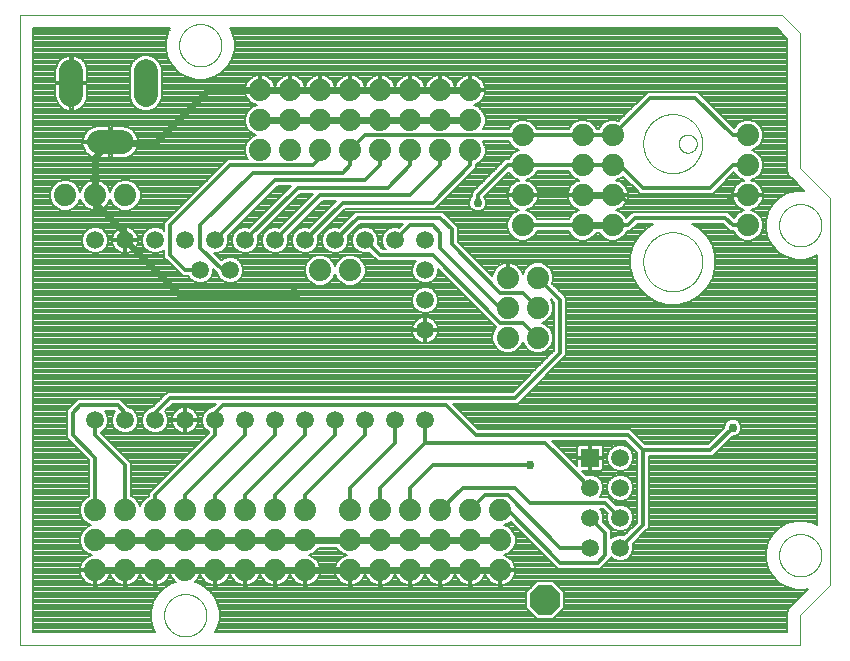
<source format=gbl>
G75*
%MOIN*%
%OFA0B0*%
%FSLAX25Y25*%
%IPPOS*%
%LPD*%
%AMOC8*
5,1,8,0,0,1.08239X$1,22.5*
%
%ADD10C,0.00000*%
%ADD11C,0.05937*%
%ADD12R,0.05937X0.05937*%
%ADD13C,0.07874*%
%ADD14C,0.07400*%
%ADD15OC8,0.10000*%
%ADD16C,0.00100*%
%ADD17C,0.02400*%
%ADD18C,0.01200*%
%ADD19C,0.02978*%
%ADD20C,0.00800*%
D10*
X0017500Y0005000D02*
X0017500Y0215000D01*
X0271500Y0215000D01*
X0277500Y0209000D01*
X0277500Y0164000D01*
X0287500Y0154000D01*
X0287500Y0025000D01*
X0277500Y0015000D01*
X0277500Y0005000D01*
X0017500Y0005000D01*
X0065429Y0015000D02*
X0065431Y0015174D01*
X0065438Y0015347D01*
X0065448Y0015520D01*
X0065463Y0015693D01*
X0065482Y0015866D01*
X0065506Y0016038D01*
X0065533Y0016209D01*
X0065565Y0016379D01*
X0065601Y0016549D01*
X0065641Y0016718D01*
X0065685Y0016886D01*
X0065733Y0017053D01*
X0065786Y0017218D01*
X0065842Y0017382D01*
X0065903Y0017545D01*
X0065967Y0017706D01*
X0066036Y0017865D01*
X0066108Y0018023D01*
X0066184Y0018179D01*
X0066264Y0018333D01*
X0066348Y0018485D01*
X0066435Y0018635D01*
X0066526Y0018783D01*
X0066621Y0018928D01*
X0066719Y0019072D01*
X0066821Y0019212D01*
X0066926Y0019350D01*
X0067034Y0019486D01*
X0067146Y0019619D01*
X0067261Y0019749D01*
X0067379Y0019876D01*
X0067500Y0020000D01*
X0067624Y0020121D01*
X0067751Y0020239D01*
X0067881Y0020354D01*
X0068014Y0020466D01*
X0068150Y0020574D01*
X0068288Y0020679D01*
X0068428Y0020781D01*
X0068572Y0020879D01*
X0068717Y0020974D01*
X0068865Y0021065D01*
X0069015Y0021152D01*
X0069167Y0021236D01*
X0069321Y0021316D01*
X0069477Y0021392D01*
X0069635Y0021464D01*
X0069794Y0021533D01*
X0069955Y0021597D01*
X0070118Y0021658D01*
X0070282Y0021714D01*
X0070447Y0021767D01*
X0070614Y0021815D01*
X0070782Y0021859D01*
X0070951Y0021899D01*
X0071121Y0021935D01*
X0071291Y0021967D01*
X0071462Y0021994D01*
X0071634Y0022018D01*
X0071807Y0022037D01*
X0071980Y0022052D01*
X0072153Y0022062D01*
X0072326Y0022069D01*
X0072500Y0022071D01*
X0072674Y0022069D01*
X0072847Y0022062D01*
X0073020Y0022052D01*
X0073193Y0022037D01*
X0073366Y0022018D01*
X0073538Y0021994D01*
X0073709Y0021967D01*
X0073879Y0021935D01*
X0074049Y0021899D01*
X0074218Y0021859D01*
X0074386Y0021815D01*
X0074553Y0021767D01*
X0074718Y0021714D01*
X0074882Y0021658D01*
X0075045Y0021597D01*
X0075206Y0021533D01*
X0075365Y0021464D01*
X0075523Y0021392D01*
X0075679Y0021316D01*
X0075833Y0021236D01*
X0075985Y0021152D01*
X0076135Y0021065D01*
X0076283Y0020974D01*
X0076428Y0020879D01*
X0076572Y0020781D01*
X0076712Y0020679D01*
X0076850Y0020574D01*
X0076986Y0020466D01*
X0077119Y0020354D01*
X0077249Y0020239D01*
X0077376Y0020121D01*
X0077500Y0020000D01*
X0077621Y0019876D01*
X0077739Y0019749D01*
X0077854Y0019619D01*
X0077966Y0019486D01*
X0078074Y0019350D01*
X0078179Y0019212D01*
X0078281Y0019072D01*
X0078379Y0018928D01*
X0078474Y0018783D01*
X0078565Y0018635D01*
X0078652Y0018485D01*
X0078736Y0018333D01*
X0078816Y0018179D01*
X0078892Y0018023D01*
X0078964Y0017865D01*
X0079033Y0017706D01*
X0079097Y0017545D01*
X0079158Y0017382D01*
X0079214Y0017218D01*
X0079267Y0017053D01*
X0079315Y0016886D01*
X0079359Y0016718D01*
X0079399Y0016549D01*
X0079435Y0016379D01*
X0079467Y0016209D01*
X0079494Y0016038D01*
X0079518Y0015866D01*
X0079537Y0015693D01*
X0079552Y0015520D01*
X0079562Y0015347D01*
X0079569Y0015174D01*
X0079571Y0015000D01*
X0079569Y0014826D01*
X0079562Y0014653D01*
X0079552Y0014480D01*
X0079537Y0014307D01*
X0079518Y0014134D01*
X0079494Y0013962D01*
X0079467Y0013791D01*
X0079435Y0013621D01*
X0079399Y0013451D01*
X0079359Y0013282D01*
X0079315Y0013114D01*
X0079267Y0012947D01*
X0079214Y0012782D01*
X0079158Y0012618D01*
X0079097Y0012455D01*
X0079033Y0012294D01*
X0078964Y0012135D01*
X0078892Y0011977D01*
X0078816Y0011821D01*
X0078736Y0011667D01*
X0078652Y0011515D01*
X0078565Y0011365D01*
X0078474Y0011217D01*
X0078379Y0011072D01*
X0078281Y0010928D01*
X0078179Y0010788D01*
X0078074Y0010650D01*
X0077966Y0010514D01*
X0077854Y0010381D01*
X0077739Y0010251D01*
X0077621Y0010124D01*
X0077500Y0010000D01*
X0077376Y0009879D01*
X0077249Y0009761D01*
X0077119Y0009646D01*
X0076986Y0009534D01*
X0076850Y0009426D01*
X0076712Y0009321D01*
X0076572Y0009219D01*
X0076428Y0009121D01*
X0076283Y0009026D01*
X0076135Y0008935D01*
X0075985Y0008848D01*
X0075833Y0008764D01*
X0075679Y0008684D01*
X0075523Y0008608D01*
X0075365Y0008536D01*
X0075206Y0008467D01*
X0075045Y0008403D01*
X0074882Y0008342D01*
X0074718Y0008286D01*
X0074553Y0008233D01*
X0074386Y0008185D01*
X0074218Y0008141D01*
X0074049Y0008101D01*
X0073879Y0008065D01*
X0073709Y0008033D01*
X0073538Y0008006D01*
X0073366Y0007982D01*
X0073193Y0007963D01*
X0073020Y0007948D01*
X0072847Y0007938D01*
X0072674Y0007931D01*
X0072500Y0007929D01*
X0072326Y0007931D01*
X0072153Y0007938D01*
X0071980Y0007948D01*
X0071807Y0007963D01*
X0071634Y0007982D01*
X0071462Y0008006D01*
X0071291Y0008033D01*
X0071121Y0008065D01*
X0070951Y0008101D01*
X0070782Y0008141D01*
X0070614Y0008185D01*
X0070447Y0008233D01*
X0070282Y0008286D01*
X0070118Y0008342D01*
X0069955Y0008403D01*
X0069794Y0008467D01*
X0069635Y0008536D01*
X0069477Y0008608D01*
X0069321Y0008684D01*
X0069167Y0008764D01*
X0069015Y0008848D01*
X0068865Y0008935D01*
X0068717Y0009026D01*
X0068572Y0009121D01*
X0068428Y0009219D01*
X0068288Y0009321D01*
X0068150Y0009426D01*
X0068014Y0009534D01*
X0067881Y0009646D01*
X0067751Y0009761D01*
X0067624Y0009879D01*
X0067500Y0010000D01*
X0067379Y0010124D01*
X0067261Y0010251D01*
X0067146Y0010381D01*
X0067034Y0010514D01*
X0066926Y0010650D01*
X0066821Y0010788D01*
X0066719Y0010928D01*
X0066621Y0011072D01*
X0066526Y0011217D01*
X0066435Y0011365D01*
X0066348Y0011515D01*
X0066264Y0011667D01*
X0066184Y0011821D01*
X0066108Y0011977D01*
X0066036Y0012135D01*
X0065967Y0012294D01*
X0065903Y0012455D01*
X0065842Y0012618D01*
X0065786Y0012782D01*
X0065733Y0012947D01*
X0065685Y0013114D01*
X0065641Y0013282D01*
X0065601Y0013451D01*
X0065565Y0013621D01*
X0065533Y0013791D01*
X0065506Y0013962D01*
X0065482Y0014134D01*
X0065463Y0014307D01*
X0065448Y0014480D01*
X0065438Y0014653D01*
X0065431Y0014826D01*
X0065429Y0015000D01*
X0225157Y0132815D02*
X0225160Y0133057D01*
X0225169Y0133298D01*
X0225184Y0133539D01*
X0225204Y0133780D01*
X0225231Y0134020D01*
X0225264Y0134259D01*
X0225302Y0134498D01*
X0225346Y0134735D01*
X0225396Y0134972D01*
X0225452Y0135207D01*
X0225514Y0135440D01*
X0225581Y0135672D01*
X0225654Y0135903D01*
X0225732Y0136131D01*
X0225817Y0136357D01*
X0225906Y0136582D01*
X0226001Y0136804D01*
X0226102Y0137023D01*
X0226208Y0137241D01*
X0226319Y0137455D01*
X0226436Y0137667D01*
X0226557Y0137875D01*
X0226684Y0138081D01*
X0226816Y0138283D01*
X0226953Y0138483D01*
X0227094Y0138678D01*
X0227240Y0138871D01*
X0227391Y0139059D01*
X0227547Y0139244D01*
X0227707Y0139425D01*
X0227871Y0139602D01*
X0228040Y0139775D01*
X0228213Y0139944D01*
X0228390Y0140108D01*
X0228571Y0140268D01*
X0228756Y0140424D01*
X0228944Y0140575D01*
X0229137Y0140721D01*
X0229332Y0140862D01*
X0229532Y0140999D01*
X0229734Y0141131D01*
X0229940Y0141258D01*
X0230148Y0141379D01*
X0230360Y0141496D01*
X0230574Y0141607D01*
X0230792Y0141713D01*
X0231011Y0141814D01*
X0231233Y0141909D01*
X0231458Y0141998D01*
X0231684Y0142083D01*
X0231912Y0142161D01*
X0232143Y0142234D01*
X0232375Y0142301D01*
X0232608Y0142363D01*
X0232843Y0142419D01*
X0233080Y0142469D01*
X0233317Y0142513D01*
X0233556Y0142551D01*
X0233795Y0142584D01*
X0234035Y0142611D01*
X0234276Y0142631D01*
X0234517Y0142646D01*
X0234758Y0142655D01*
X0235000Y0142658D01*
X0235242Y0142655D01*
X0235483Y0142646D01*
X0235724Y0142631D01*
X0235965Y0142611D01*
X0236205Y0142584D01*
X0236444Y0142551D01*
X0236683Y0142513D01*
X0236920Y0142469D01*
X0237157Y0142419D01*
X0237392Y0142363D01*
X0237625Y0142301D01*
X0237857Y0142234D01*
X0238088Y0142161D01*
X0238316Y0142083D01*
X0238542Y0141998D01*
X0238767Y0141909D01*
X0238989Y0141814D01*
X0239208Y0141713D01*
X0239426Y0141607D01*
X0239640Y0141496D01*
X0239852Y0141379D01*
X0240060Y0141258D01*
X0240266Y0141131D01*
X0240468Y0140999D01*
X0240668Y0140862D01*
X0240863Y0140721D01*
X0241056Y0140575D01*
X0241244Y0140424D01*
X0241429Y0140268D01*
X0241610Y0140108D01*
X0241787Y0139944D01*
X0241960Y0139775D01*
X0242129Y0139602D01*
X0242293Y0139425D01*
X0242453Y0139244D01*
X0242609Y0139059D01*
X0242760Y0138871D01*
X0242906Y0138678D01*
X0243047Y0138483D01*
X0243184Y0138283D01*
X0243316Y0138081D01*
X0243443Y0137875D01*
X0243564Y0137667D01*
X0243681Y0137455D01*
X0243792Y0137241D01*
X0243898Y0137023D01*
X0243999Y0136804D01*
X0244094Y0136582D01*
X0244183Y0136357D01*
X0244268Y0136131D01*
X0244346Y0135903D01*
X0244419Y0135672D01*
X0244486Y0135440D01*
X0244548Y0135207D01*
X0244604Y0134972D01*
X0244654Y0134735D01*
X0244698Y0134498D01*
X0244736Y0134259D01*
X0244769Y0134020D01*
X0244796Y0133780D01*
X0244816Y0133539D01*
X0244831Y0133298D01*
X0244840Y0133057D01*
X0244843Y0132815D01*
X0244840Y0132573D01*
X0244831Y0132332D01*
X0244816Y0132091D01*
X0244796Y0131850D01*
X0244769Y0131610D01*
X0244736Y0131371D01*
X0244698Y0131132D01*
X0244654Y0130895D01*
X0244604Y0130658D01*
X0244548Y0130423D01*
X0244486Y0130190D01*
X0244419Y0129958D01*
X0244346Y0129727D01*
X0244268Y0129499D01*
X0244183Y0129273D01*
X0244094Y0129048D01*
X0243999Y0128826D01*
X0243898Y0128607D01*
X0243792Y0128389D01*
X0243681Y0128175D01*
X0243564Y0127963D01*
X0243443Y0127755D01*
X0243316Y0127549D01*
X0243184Y0127347D01*
X0243047Y0127147D01*
X0242906Y0126952D01*
X0242760Y0126759D01*
X0242609Y0126571D01*
X0242453Y0126386D01*
X0242293Y0126205D01*
X0242129Y0126028D01*
X0241960Y0125855D01*
X0241787Y0125686D01*
X0241610Y0125522D01*
X0241429Y0125362D01*
X0241244Y0125206D01*
X0241056Y0125055D01*
X0240863Y0124909D01*
X0240668Y0124768D01*
X0240468Y0124631D01*
X0240266Y0124499D01*
X0240060Y0124372D01*
X0239852Y0124251D01*
X0239640Y0124134D01*
X0239426Y0124023D01*
X0239208Y0123917D01*
X0238989Y0123816D01*
X0238767Y0123721D01*
X0238542Y0123632D01*
X0238316Y0123547D01*
X0238088Y0123469D01*
X0237857Y0123396D01*
X0237625Y0123329D01*
X0237392Y0123267D01*
X0237157Y0123211D01*
X0236920Y0123161D01*
X0236683Y0123117D01*
X0236444Y0123079D01*
X0236205Y0123046D01*
X0235965Y0123019D01*
X0235724Y0122999D01*
X0235483Y0122984D01*
X0235242Y0122975D01*
X0235000Y0122972D01*
X0234758Y0122975D01*
X0234517Y0122984D01*
X0234276Y0122999D01*
X0234035Y0123019D01*
X0233795Y0123046D01*
X0233556Y0123079D01*
X0233317Y0123117D01*
X0233080Y0123161D01*
X0232843Y0123211D01*
X0232608Y0123267D01*
X0232375Y0123329D01*
X0232143Y0123396D01*
X0231912Y0123469D01*
X0231684Y0123547D01*
X0231458Y0123632D01*
X0231233Y0123721D01*
X0231011Y0123816D01*
X0230792Y0123917D01*
X0230574Y0124023D01*
X0230360Y0124134D01*
X0230148Y0124251D01*
X0229940Y0124372D01*
X0229734Y0124499D01*
X0229532Y0124631D01*
X0229332Y0124768D01*
X0229137Y0124909D01*
X0228944Y0125055D01*
X0228756Y0125206D01*
X0228571Y0125362D01*
X0228390Y0125522D01*
X0228213Y0125686D01*
X0228040Y0125855D01*
X0227871Y0126028D01*
X0227707Y0126205D01*
X0227547Y0126386D01*
X0227391Y0126571D01*
X0227240Y0126759D01*
X0227094Y0126952D01*
X0226953Y0127147D01*
X0226816Y0127347D01*
X0226684Y0127549D01*
X0226557Y0127755D01*
X0226436Y0127963D01*
X0226319Y0128175D01*
X0226208Y0128389D01*
X0226102Y0128607D01*
X0226001Y0128826D01*
X0225906Y0129048D01*
X0225817Y0129273D01*
X0225732Y0129499D01*
X0225654Y0129727D01*
X0225581Y0129958D01*
X0225514Y0130190D01*
X0225452Y0130423D01*
X0225396Y0130658D01*
X0225346Y0130895D01*
X0225302Y0131132D01*
X0225264Y0131371D01*
X0225231Y0131610D01*
X0225204Y0131850D01*
X0225184Y0132091D01*
X0225169Y0132332D01*
X0225160Y0132573D01*
X0225157Y0132815D01*
X0270429Y0145000D02*
X0270431Y0145174D01*
X0270438Y0145347D01*
X0270448Y0145520D01*
X0270463Y0145693D01*
X0270482Y0145866D01*
X0270506Y0146038D01*
X0270533Y0146209D01*
X0270565Y0146379D01*
X0270601Y0146549D01*
X0270641Y0146718D01*
X0270685Y0146886D01*
X0270733Y0147053D01*
X0270786Y0147218D01*
X0270842Y0147382D01*
X0270903Y0147545D01*
X0270967Y0147706D01*
X0271036Y0147865D01*
X0271108Y0148023D01*
X0271184Y0148179D01*
X0271264Y0148333D01*
X0271348Y0148485D01*
X0271435Y0148635D01*
X0271526Y0148783D01*
X0271621Y0148928D01*
X0271719Y0149072D01*
X0271821Y0149212D01*
X0271926Y0149350D01*
X0272034Y0149486D01*
X0272146Y0149619D01*
X0272261Y0149749D01*
X0272379Y0149876D01*
X0272500Y0150000D01*
X0272624Y0150121D01*
X0272751Y0150239D01*
X0272881Y0150354D01*
X0273014Y0150466D01*
X0273150Y0150574D01*
X0273288Y0150679D01*
X0273428Y0150781D01*
X0273572Y0150879D01*
X0273717Y0150974D01*
X0273865Y0151065D01*
X0274015Y0151152D01*
X0274167Y0151236D01*
X0274321Y0151316D01*
X0274477Y0151392D01*
X0274635Y0151464D01*
X0274794Y0151533D01*
X0274955Y0151597D01*
X0275118Y0151658D01*
X0275282Y0151714D01*
X0275447Y0151767D01*
X0275614Y0151815D01*
X0275782Y0151859D01*
X0275951Y0151899D01*
X0276121Y0151935D01*
X0276291Y0151967D01*
X0276462Y0151994D01*
X0276634Y0152018D01*
X0276807Y0152037D01*
X0276980Y0152052D01*
X0277153Y0152062D01*
X0277326Y0152069D01*
X0277500Y0152071D01*
X0277674Y0152069D01*
X0277847Y0152062D01*
X0278020Y0152052D01*
X0278193Y0152037D01*
X0278366Y0152018D01*
X0278538Y0151994D01*
X0278709Y0151967D01*
X0278879Y0151935D01*
X0279049Y0151899D01*
X0279218Y0151859D01*
X0279386Y0151815D01*
X0279553Y0151767D01*
X0279718Y0151714D01*
X0279882Y0151658D01*
X0280045Y0151597D01*
X0280206Y0151533D01*
X0280365Y0151464D01*
X0280523Y0151392D01*
X0280679Y0151316D01*
X0280833Y0151236D01*
X0280985Y0151152D01*
X0281135Y0151065D01*
X0281283Y0150974D01*
X0281428Y0150879D01*
X0281572Y0150781D01*
X0281712Y0150679D01*
X0281850Y0150574D01*
X0281986Y0150466D01*
X0282119Y0150354D01*
X0282249Y0150239D01*
X0282376Y0150121D01*
X0282500Y0150000D01*
X0282621Y0149876D01*
X0282739Y0149749D01*
X0282854Y0149619D01*
X0282966Y0149486D01*
X0283074Y0149350D01*
X0283179Y0149212D01*
X0283281Y0149072D01*
X0283379Y0148928D01*
X0283474Y0148783D01*
X0283565Y0148635D01*
X0283652Y0148485D01*
X0283736Y0148333D01*
X0283816Y0148179D01*
X0283892Y0148023D01*
X0283964Y0147865D01*
X0284033Y0147706D01*
X0284097Y0147545D01*
X0284158Y0147382D01*
X0284214Y0147218D01*
X0284267Y0147053D01*
X0284315Y0146886D01*
X0284359Y0146718D01*
X0284399Y0146549D01*
X0284435Y0146379D01*
X0284467Y0146209D01*
X0284494Y0146038D01*
X0284518Y0145866D01*
X0284537Y0145693D01*
X0284552Y0145520D01*
X0284562Y0145347D01*
X0284569Y0145174D01*
X0284571Y0145000D01*
X0284569Y0144826D01*
X0284562Y0144653D01*
X0284552Y0144480D01*
X0284537Y0144307D01*
X0284518Y0144134D01*
X0284494Y0143962D01*
X0284467Y0143791D01*
X0284435Y0143621D01*
X0284399Y0143451D01*
X0284359Y0143282D01*
X0284315Y0143114D01*
X0284267Y0142947D01*
X0284214Y0142782D01*
X0284158Y0142618D01*
X0284097Y0142455D01*
X0284033Y0142294D01*
X0283964Y0142135D01*
X0283892Y0141977D01*
X0283816Y0141821D01*
X0283736Y0141667D01*
X0283652Y0141515D01*
X0283565Y0141365D01*
X0283474Y0141217D01*
X0283379Y0141072D01*
X0283281Y0140928D01*
X0283179Y0140788D01*
X0283074Y0140650D01*
X0282966Y0140514D01*
X0282854Y0140381D01*
X0282739Y0140251D01*
X0282621Y0140124D01*
X0282500Y0140000D01*
X0282376Y0139879D01*
X0282249Y0139761D01*
X0282119Y0139646D01*
X0281986Y0139534D01*
X0281850Y0139426D01*
X0281712Y0139321D01*
X0281572Y0139219D01*
X0281428Y0139121D01*
X0281283Y0139026D01*
X0281135Y0138935D01*
X0280985Y0138848D01*
X0280833Y0138764D01*
X0280679Y0138684D01*
X0280523Y0138608D01*
X0280365Y0138536D01*
X0280206Y0138467D01*
X0280045Y0138403D01*
X0279882Y0138342D01*
X0279718Y0138286D01*
X0279553Y0138233D01*
X0279386Y0138185D01*
X0279218Y0138141D01*
X0279049Y0138101D01*
X0278879Y0138065D01*
X0278709Y0138033D01*
X0278538Y0138006D01*
X0278366Y0137982D01*
X0278193Y0137963D01*
X0278020Y0137948D01*
X0277847Y0137938D01*
X0277674Y0137931D01*
X0277500Y0137929D01*
X0277326Y0137931D01*
X0277153Y0137938D01*
X0276980Y0137948D01*
X0276807Y0137963D01*
X0276634Y0137982D01*
X0276462Y0138006D01*
X0276291Y0138033D01*
X0276121Y0138065D01*
X0275951Y0138101D01*
X0275782Y0138141D01*
X0275614Y0138185D01*
X0275447Y0138233D01*
X0275282Y0138286D01*
X0275118Y0138342D01*
X0274955Y0138403D01*
X0274794Y0138467D01*
X0274635Y0138536D01*
X0274477Y0138608D01*
X0274321Y0138684D01*
X0274167Y0138764D01*
X0274015Y0138848D01*
X0273865Y0138935D01*
X0273717Y0139026D01*
X0273572Y0139121D01*
X0273428Y0139219D01*
X0273288Y0139321D01*
X0273150Y0139426D01*
X0273014Y0139534D01*
X0272881Y0139646D01*
X0272751Y0139761D01*
X0272624Y0139879D01*
X0272500Y0140000D01*
X0272379Y0140124D01*
X0272261Y0140251D01*
X0272146Y0140381D01*
X0272034Y0140514D01*
X0271926Y0140650D01*
X0271821Y0140788D01*
X0271719Y0140928D01*
X0271621Y0141072D01*
X0271526Y0141217D01*
X0271435Y0141365D01*
X0271348Y0141515D01*
X0271264Y0141667D01*
X0271184Y0141821D01*
X0271108Y0141977D01*
X0271036Y0142135D01*
X0270967Y0142294D01*
X0270903Y0142455D01*
X0270842Y0142618D01*
X0270786Y0142782D01*
X0270733Y0142947D01*
X0270685Y0143114D01*
X0270641Y0143282D01*
X0270601Y0143451D01*
X0270565Y0143621D01*
X0270533Y0143791D01*
X0270506Y0143962D01*
X0270482Y0144134D01*
X0270463Y0144307D01*
X0270448Y0144480D01*
X0270438Y0144653D01*
X0270431Y0144826D01*
X0270429Y0145000D01*
X0225157Y0172185D02*
X0225160Y0172427D01*
X0225169Y0172668D01*
X0225184Y0172909D01*
X0225204Y0173150D01*
X0225231Y0173390D01*
X0225264Y0173629D01*
X0225302Y0173868D01*
X0225346Y0174105D01*
X0225396Y0174342D01*
X0225452Y0174577D01*
X0225514Y0174810D01*
X0225581Y0175042D01*
X0225654Y0175273D01*
X0225732Y0175501D01*
X0225817Y0175727D01*
X0225906Y0175952D01*
X0226001Y0176174D01*
X0226102Y0176393D01*
X0226208Y0176611D01*
X0226319Y0176825D01*
X0226436Y0177037D01*
X0226557Y0177245D01*
X0226684Y0177451D01*
X0226816Y0177653D01*
X0226953Y0177853D01*
X0227094Y0178048D01*
X0227240Y0178241D01*
X0227391Y0178429D01*
X0227547Y0178614D01*
X0227707Y0178795D01*
X0227871Y0178972D01*
X0228040Y0179145D01*
X0228213Y0179314D01*
X0228390Y0179478D01*
X0228571Y0179638D01*
X0228756Y0179794D01*
X0228944Y0179945D01*
X0229137Y0180091D01*
X0229332Y0180232D01*
X0229532Y0180369D01*
X0229734Y0180501D01*
X0229940Y0180628D01*
X0230148Y0180749D01*
X0230360Y0180866D01*
X0230574Y0180977D01*
X0230792Y0181083D01*
X0231011Y0181184D01*
X0231233Y0181279D01*
X0231458Y0181368D01*
X0231684Y0181453D01*
X0231912Y0181531D01*
X0232143Y0181604D01*
X0232375Y0181671D01*
X0232608Y0181733D01*
X0232843Y0181789D01*
X0233080Y0181839D01*
X0233317Y0181883D01*
X0233556Y0181921D01*
X0233795Y0181954D01*
X0234035Y0181981D01*
X0234276Y0182001D01*
X0234517Y0182016D01*
X0234758Y0182025D01*
X0235000Y0182028D01*
X0235242Y0182025D01*
X0235483Y0182016D01*
X0235724Y0182001D01*
X0235965Y0181981D01*
X0236205Y0181954D01*
X0236444Y0181921D01*
X0236683Y0181883D01*
X0236920Y0181839D01*
X0237157Y0181789D01*
X0237392Y0181733D01*
X0237625Y0181671D01*
X0237857Y0181604D01*
X0238088Y0181531D01*
X0238316Y0181453D01*
X0238542Y0181368D01*
X0238767Y0181279D01*
X0238989Y0181184D01*
X0239208Y0181083D01*
X0239426Y0180977D01*
X0239640Y0180866D01*
X0239852Y0180749D01*
X0240060Y0180628D01*
X0240266Y0180501D01*
X0240468Y0180369D01*
X0240668Y0180232D01*
X0240863Y0180091D01*
X0241056Y0179945D01*
X0241244Y0179794D01*
X0241429Y0179638D01*
X0241610Y0179478D01*
X0241787Y0179314D01*
X0241960Y0179145D01*
X0242129Y0178972D01*
X0242293Y0178795D01*
X0242453Y0178614D01*
X0242609Y0178429D01*
X0242760Y0178241D01*
X0242906Y0178048D01*
X0243047Y0177853D01*
X0243184Y0177653D01*
X0243316Y0177451D01*
X0243443Y0177245D01*
X0243564Y0177037D01*
X0243681Y0176825D01*
X0243792Y0176611D01*
X0243898Y0176393D01*
X0243999Y0176174D01*
X0244094Y0175952D01*
X0244183Y0175727D01*
X0244268Y0175501D01*
X0244346Y0175273D01*
X0244419Y0175042D01*
X0244486Y0174810D01*
X0244548Y0174577D01*
X0244604Y0174342D01*
X0244654Y0174105D01*
X0244698Y0173868D01*
X0244736Y0173629D01*
X0244769Y0173390D01*
X0244796Y0173150D01*
X0244816Y0172909D01*
X0244831Y0172668D01*
X0244840Y0172427D01*
X0244843Y0172185D01*
X0244840Y0171943D01*
X0244831Y0171702D01*
X0244816Y0171461D01*
X0244796Y0171220D01*
X0244769Y0170980D01*
X0244736Y0170741D01*
X0244698Y0170502D01*
X0244654Y0170265D01*
X0244604Y0170028D01*
X0244548Y0169793D01*
X0244486Y0169560D01*
X0244419Y0169328D01*
X0244346Y0169097D01*
X0244268Y0168869D01*
X0244183Y0168643D01*
X0244094Y0168418D01*
X0243999Y0168196D01*
X0243898Y0167977D01*
X0243792Y0167759D01*
X0243681Y0167545D01*
X0243564Y0167333D01*
X0243443Y0167125D01*
X0243316Y0166919D01*
X0243184Y0166717D01*
X0243047Y0166517D01*
X0242906Y0166322D01*
X0242760Y0166129D01*
X0242609Y0165941D01*
X0242453Y0165756D01*
X0242293Y0165575D01*
X0242129Y0165398D01*
X0241960Y0165225D01*
X0241787Y0165056D01*
X0241610Y0164892D01*
X0241429Y0164732D01*
X0241244Y0164576D01*
X0241056Y0164425D01*
X0240863Y0164279D01*
X0240668Y0164138D01*
X0240468Y0164001D01*
X0240266Y0163869D01*
X0240060Y0163742D01*
X0239852Y0163621D01*
X0239640Y0163504D01*
X0239426Y0163393D01*
X0239208Y0163287D01*
X0238989Y0163186D01*
X0238767Y0163091D01*
X0238542Y0163002D01*
X0238316Y0162917D01*
X0238088Y0162839D01*
X0237857Y0162766D01*
X0237625Y0162699D01*
X0237392Y0162637D01*
X0237157Y0162581D01*
X0236920Y0162531D01*
X0236683Y0162487D01*
X0236444Y0162449D01*
X0236205Y0162416D01*
X0235965Y0162389D01*
X0235724Y0162369D01*
X0235483Y0162354D01*
X0235242Y0162345D01*
X0235000Y0162342D01*
X0234758Y0162345D01*
X0234517Y0162354D01*
X0234276Y0162369D01*
X0234035Y0162389D01*
X0233795Y0162416D01*
X0233556Y0162449D01*
X0233317Y0162487D01*
X0233080Y0162531D01*
X0232843Y0162581D01*
X0232608Y0162637D01*
X0232375Y0162699D01*
X0232143Y0162766D01*
X0231912Y0162839D01*
X0231684Y0162917D01*
X0231458Y0163002D01*
X0231233Y0163091D01*
X0231011Y0163186D01*
X0230792Y0163287D01*
X0230574Y0163393D01*
X0230360Y0163504D01*
X0230148Y0163621D01*
X0229940Y0163742D01*
X0229734Y0163869D01*
X0229532Y0164001D01*
X0229332Y0164138D01*
X0229137Y0164279D01*
X0228944Y0164425D01*
X0228756Y0164576D01*
X0228571Y0164732D01*
X0228390Y0164892D01*
X0228213Y0165056D01*
X0228040Y0165225D01*
X0227871Y0165398D01*
X0227707Y0165575D01*
X0227547Y0165756D01*
X0227391Y0165941D01*
X0227240Y0166129D01*
X0227094Y0166322D01*
X0226953Y0166517D01*
X0226816Y0166717D01*
X0226684Y0166919D01*
X0226557Y0167125D01*
X0226436Y0167333D01*
X0226319Y0167545D01*
X0226208Y0167759D01*
X0226102Y0167977D01*
X0226001Y0168196D01*
X0225906Y0168418D01*
X0225817Y0168643D01*
X0225732Y0168869D01*
X0225654Y0169097D01*
X0225581Y0169328D01*
X0225514Y0169560D01*
X0225452Y0169793D01*
X0225396Y0170028D01*
X0225346Y0170265D01*
X0225302Y0170502D01*
X0225264Y0170741D01*
X0225231Y0170980D01*
X0225204Y0171220D01*
X0225184Y0171461D01*
X0225169Y0171702D01*
X0225160Y0171943D01*
X0225157Y0172185D01*
X0070429Y0205000D02*
X0070431Y0205174D01*
X0070438Y0205347D01*
X0070448Y0205520D01*
X0070463Y0205693D01*
X0070482Y0205866D01*
X0070506Y0206038D01*
X0070533Y0206209D01*
X0070565Y0206379D01*
X0070601Y0206549D01*
X0070641Y0206718D01*
X0070685Y0206886D01*
X0070733Y0207053D01*
X0070786Y0207218D01*
X0070842Y0207382D01*
X0070903Y0207545D01*
X0070967Y0207706D01*
X0071036Y0207865D01*
X0071108Y0208023D01*
X0071184Y0208179D01*
X0071264Y0208333D01*
X0071348Y0208485D01*
X0071435Y0208635D01*
X0071526Y0208783D01*
X0071621Y0208928D01*
X0071719Y0209072D01*
X0071821Y0209212D01*
X0071926Y0209350D01*
X0072034Y0209486D01*
X0072146Y0209619D01*
X0072261Y0209749D01*
X0072379Y0209876D01*
X0072500Y0210000D01*
X0072624Y0210121D01*
X0072751Y0210239D01*
X0072881Y0210354D01*
X0073014Y0210466D01*
X0073150Y0210574D01*
X0073288Y0210679D01*
X0073428Y0210781D01*
X0073572Y0210879D01*
X0073717Y0210974D01*
X0073865Y0211065D01*
X0074015Y0211152D01*
X0074167Y0211236D01*
X0074321Y0211316D01*
X0074477Y0211392D01*
X0074635Y0211464D01*
X0074794Y0211533D01*
X0074955Y0211597D01*
X0075118Y0211658D01*
X0075282Y0211714D01*
X0075447Y0211767D01*
X0075614Y0211815D01*
X0075782Y0211859D01*
X0075951Y0211899D01*
X0076121Y0211935D01*
X0076291Y0211967D01*
X0076462Y0211994D01*
X0076634Y0212018D01*
X0076807Y0212037D01*
X0076980Y0212052D01*
X0077153Y0212062D01*
X0077326Y0212069D01*
X0077500Y0212071D01*
X0077674Y0212069D01*
X0077847Y0212062D01*
X0078020Y0212052D01*
X0078193Y0212037D01*
X0078366Y0212018D01*
X0078538Y0211994D01*
X0078709Y0211967D01*
X0078879Y0211935D01*
X0079049Y0211899D01*
X0079218Y0211859D01*
X0079386Y0211815D01*
X0079553Y0211767D01*
X0079718Y0211714D01*
X0079882Y0211658D01*
X0080045Y0211597D01*
X0080206Y0211533D01*
X0080365Y0211464D01*
X0080523Y0211392D01*
X0080679Y0211316D01*
X0080833Y0211236D01*
X0080985Y0211152D01*
X0081135Y0211065D01*
X0081283Y0210974D01*
X0081428Y0210879D01*
X0081572Y0210781D01*
X0081712Y0210679D01*
X0081850Y0210574D01*
X0081986Y0210466D01*
X0082119Y0210354D01*
X0082249Y0210239D01*
X0082376Y0210121D01*
X0082500Y0210000D01*
X0082621Y0209876D01*
X0082739Y0209749D01*
X0082854Y0209619D01*
X0082966Y0209486D01*
X0083074Y0209350D01*
X0083179Y0209212D01*
X0083281Y0209072D01*
X0083379Y0208928D01*
X0083474Y0208783D01*
X0083565Y0208635D01*
X0083652Y0208485D01*
X0083736Y0208333D01*
X0083816Y0208179D01*
X0083892Y0208023D01*
X0083964Y0207865D01*
X0084033Y0207706D01*
X0084097Y0207545D01*
X0084158Y0207382D01*
X0084214Y0207218D01*
X0084267Y0207053D01*
X0084315Y0206886D01*
X0084359Y0206718D01*
X0084399Y0206549D01*
X0084435Y0206379D01*
X0084467Y0206209D01*
X0084494Y0206038D01*
X0084518Y0205866D01*
X0084537Y0205693D01*
X0084552Y0205520D01*
X0084562Y0205347D01*
X0084569Y0205174D01*
X0084571Y0205000D01*
X0084569Y0204826D01*
X0084562Y0204653D01*
X0084552Y0204480D01*
X0084537Y0204307D01*
X0084518Y0204134D01*
X0084494Y0203962D01*
X0084467Y0203791D01*
X0084435Y0203621D01*
X0084399Y0203451D01*
X0084359Y0203282D01*
X0084315Y0203114D01*
X0084267Y0202947D01*
X0084214Y0202782D01*
X0084158Y0202618D01*
X0084097Y0202455D01*
X0084033Y0202294D01*
X0083964Y0202135D01*
X0083892Y0201977D01*
X0083816Y0201821D01*
X0083736Y0201667D01*
X0083652Y0201515D01*
X0083565Y0201365D01*
X0083474Y0201217D01*
X0083379Y0201072D01*
X0083281Y0200928D01*
X0083179Y0200788D01*
X0083074Y0200650D01*
X0082966Y0200514D01*
X0082854Y0200381D01*
X0082739Y0200251D01*
X0082621Y0200124D01*
X0082500Y0200000D01*
X0082376Y0199879D01*
X0082249Y0199761D01*
X0082119Y0199646D01*
X0081986Y0199534D01*
X0081850Y0199426D01*
X0081712Y0199321D01*
X0081572Y0199219D01*
X0081428Y0199121D01*
X0081283Y0199026D01*
X0081135Y0198935D01*
X0080985Y0198848D01*
X0080833Y0198764D01*
X0080679Y0198684D01*
X0080523Y0198608D01*
X0080365Y0198536D01*
X0080206Y0198467D01*
X0080045Y0198403D01*
X0079882Y0198342D01*
X0079718Y0198286D01*
X0079553Y0198233D01*
X0079386Y0198185D01*
X0079218Y0198141D01*
X0079049Y0198101D01*
X0078879Y0198065D01*
X0078709Y0198033D01*
X0078538Y0198006D01*
X0078366Y0197982D01*
X0078193Y0197963D01*
X0078020Y0197948D01*
X0077847Y0197938D01*
X0077674Y0197931D01*
X0077500Y0197929D01*
X0077326Y0197931D01*
X0077153Y0197938D01*
X0076980Y0197948D01*
X0076807Y0197963D01*
X0076634Y0197982D01*
X0076462Y0198006D01*
X0076291Y0198033D01*
X0076121Y0198065D01*
X0075951Y0198101D01*
X0075782Y0198141D01*
X0075614Y0198185D01*
X0075447Y0198233D01*
X0075282Y0198286D01*
X0075118Y0198342D01*
X0074955Y0198403D01*
X0074794Y0198467D01*
X0074635Y0198536D01*
X0074477Y0198608D01*
X0074321Y0198684D01*
X0074167Y0198764D01*
X0074015Y0198848D01*
X0073865Y0198935D01*
X0073717Y0199026D01*
X0073572Y0199121D01*
X0073428Y0199219D01*
X0073288Y0199321D01*
X0073150Y0199426D01*
X0073014Y0199534D01*
X0072881Y0199646D01*
X0072751Y0199761D01*
X0072624Y0199879D01*
X0072500Y0200000D01*
X0072379Y0200124D01*
X0072261Y0200251D01*
X0072146Y0200381D01*
X0072034Y0200514D01*
X0071926Y0200650D01*
X0071821Y0200788D01*
X0071719Y0200928D01*
X0071621Y0201072D01*
X0071526Y0201217D01*
X0071435Y0201365D01*
X0071348Y0201515D01*
X0071264Y0201667D01*
X0071184Y0201821D01*
X0071108Y0201977D01*
X0071036Y0202135D01*
X0070967Y0202294D01*
X0070903Y0202455D01*
X0070842Y0202618D01*
X0070786Y0202782D01*
X0070733Y0202947D01*
X0070685Y0203114D01*
X0070641Y0203282D01*
X0070601Y0203451D01*
X0070565Y0203621D01*
X0070533Y0203791D01*
X0070506Y0203962D01*
X0070482Y0204134D01*
X0070463Y0204307D01*
X0070448Y0204480D01*
X0070438Y0204653D01*
X0070431Y0204826D01*
X0070429Y0205000D01*
X0270429Y0035000D02*
X0270431Y0035174D01*
X0270438Y0035347D01*
X0270448Y0035520D01*
X0270463Y0035693D01*
X0270482Y0035866D01*
X0270506Y0036038D01*
X0270533Y0036209D01*
X0270565Y0036379D01*
X0270601Y0036549D01*
X0270641Y0036718D01*
X0270685Y0036886D01*
X0270733Y0037053D01*
X0270786Y0037218D01*
X0270842Y0037382D01*
X0270903Y0037545D01*
X0270967Y0037706D01*
X0271036Y0037865D01*
X0271108Y0038023D01*
X0271184Y0038179D01*
X0271264Y0038333D01*
X0271348Y0038485D01*
X0271435Y0038635D01*
X0271526Y0038783D01*
X0271621Y0038928D01*
X0271719Y0039072D01*
X0271821Y0039212D01*
X0271926Y0039350D01*
X0272034Y0039486D01*
X0272146Y0039619D01*
X0272261Y0039749D01*
X0272379Y0039876D01*
X0272500Y0040000D01*
X0272624Y0040121D01*
X0272751Y0040239D01*
X0272881Y0040354D01*
X0273014Y0040466D01*
X0273150Y0040574D01*
X0273288Y0040679D01*
X0273428Y0040781D01*
X0273572Y0040879D01*
X0273717Y0040974D01*
X0273865Y0041065D01*
X0274015Y0041152D01*
X0274167Y0041236D01*
X0274321Y0041316D01*
X0274477Y0041392D01*
X0274635Y0041464D01*
X0274794Y0041533D01*
X0274955Y0041597D01*
X0275118Y0041658D01*
X0275282Y0041714D01*
X0275447Y0041767D01*
X0275614Y0041815D01*
X0275782Y0041859D01*
X0275951Y0041899D01*
X0276121Y0041935D01*
X0276291Y0041967D01*
X0276462Y0041994D01*
X0276634Y0042018D01*
X0276807Y0042037D01*
X0276980Y0042052D01*
X0277153Y0042062D01*
X0277326Y0042069D01*
X0277500Y0042071D01*
X0277674Y0042069D01*
X0277847Y0042062D01*
X0278020Y0042052D01*
X0278193Y0042037D01*
X0278366Y0042018D01*
X0278538Y0041994D01*
X0278709Y0041967D01*
X0278879Y0041935D01*
X0279049Y0041899D01*
X0279218Y0041859D01*
X0279386Y0041815D01*
X0279553Y0041767D01*
X0279718Y0041714D01*
X0279882Y0041658D01*
X0280045Y0041597D01*
X0280206Y0041533D01*
X0280365Y0041464D01*
X0280523Y0041392D01*
X0280679Y0041316D01*
X0280833Y0041236D01*
X0280985Y0041152D01*
X0281135Y0041065D01*
X0281283Y0040974D01*
X0281428Y0040879D01*
X0281572Y0040781D01*
X0281712Y0040679D01*
X0281850Y0040574D01*
X0281986Y0040466D01*
X0282119Y0040354D01*
X0282249Y0040239D01*
X0282376Y0040121D01*
X0282500Y0040000D01*
X0282621Y0039876D01*
X0282739Y0039749D01*
X0282854Y0039619D01*
X0282966Y0039486D01*
X0283074Y0039350D01*
X0283179Y0039212D01*
X0283281Y0039072D01*
X0283379Y0038928D01*
X0283474Y0038783D01*
X0283565Y0038635D01*
X0283652Y0038485D01*
X0283736Y0038333D01*
X0283816Y0038179D01*
X0283892Y0038023D01*
X0283964Y0037865D01*
X0284033Y0037706D01*
X0284097Y0037545D01*
X0284158Y0037382D01*
X0284214Y0037218D01*
X0284267Y0037053D01*
X0284315Y0036886D01*
X0284359Y0036718D01*
X0284399Y0036549D01*
X0284435Y0036379D01*
X0284467Y0036209D01*
X0284494Y0036038D01*
X0284518Y0035866D01*
X0284537Y0035693D01*
X0284552Y0035520D01*
X0284562Y0035347D01*
X0284569Y0035174D01*
X0284571Y0035000D01*
X0284569Y0034826D01*
X0284562Y0034653D01*
X0284552Y0034480D01*
X0284537Y0034307D01*
X0284518Y0034134D01*
X0284494Y0033962D01*
X0284467Y0033791D01*
X0284435Y0033621D01*
X0284399Y0033451D01*
X0284359Y0033282D01*
X0284315Y0033114D01*
X0284267Y0032947D01*
X0284214Y0032782D01*
X0284158Y0032618D01*
X0284097Y0032455D01*
X0284033Y0032294D01*
X0283964Y0032135D01*
X0283892Y0031977D01*
X0283816Y0031821D01*
X0283736Y0031667D01*
X0283652Y0031515D01*
X0283565Y0031365D01*
X0283474Y0031217D01*
X0283379Y0031072D01*
X0283281Y0030928D01*
X0283179Y0030788D01*
X0283074Y0030650D01*
X0282966Y0030514D01*
X0282854Y0030381D01*
X0282739Y0030251D01*
X0282621Y0030124D01*
X0282500Y0030000D01*
X0282376Y0029879D01*
X0282249Y0029761D01*
X0282119Y0029646D01*
X0281986Y0029534D01*
X0281850Y0029426D01*
X0281712Y0029321D01*
X0281572Y0029219D01*
X0281428Y0029121D01*
X0281283Y0029026D01*
X0281135Y0028935D01*
X0280985Y0028848D01*
X0280833Y0028764D01*
X0280679Y0028684D01*
X0280523Y0028608D01*
X0280365Y0028536D01*
X0280206Y0028467D01*
X0280045Y0028403D01*
X0279882Y0028342D01*
X0279718Y0028286D01*
X0279553Y0028233D01*
X0279386Y0028185D01*
X0279218Y0028141D01*
X0279049Y0028101D01*
X0278879Y0028065D01*
X0278709Y0028033D01*
X0278538Y0028006D01*
X0278366Y0027982D01*
X0278193Y0027963D01*
X0278020Y0027948D01*
X0277847Y0027938D01*
X0277674Y0027931D01*
X0277500Y0027929D01*
X0277326Y0027931D01*
X0277153Y0027938D01*
X0276980Y0027948D01*
X0276807Y0027963D01*
X0276634Y0027982D01*
X0276462Y0028006D01*
X0276291Y0028033D01*
X0276121Y0028065D01*
X0275951Y0028101D01*
X0275782Y0028141D01*
X0275614Y0028185D01*
X0275447Y0028233D01*
X0275282Y0028286D01*
X0275118Y0028342D01*
X0274955Y0028403D01*
X0274794Y0028467D01*
X0274635Y0028536D01*
X0274477Y0028608D01*
X0274321Y0028684D01*
X0274167Y0028764D01*
X0274015Y0028848D01*
X0273865Y0028935D01*
X0273717Y0029026D01*
X0273572Y0029121D01*
X0273428Y0029219D01*
X0273288Y0029321D01*
X0273150Y0029426D01*
X0273014Y0029534D01*
X0272881Y0029646D01*
X0272751Y0029761D01*
X0272624Y0029879D01*
X0272500Y0030000D01*
X0272379Y0030124D01*
X0272261Y0030251D01*
X0272146Y0030381D01*
X0272034Y0030514D01*
X0271926Y0030650D01*
X0271821Y0030788D01*
X0271719Y0030928D01*
X0271621Y0031072D01*
X0271526Y0031217D01*
X0271435Y0031365D01*
X0271348Y0031515D01*
X0271264Y0031667D01*
X0271184Y0031821D01*
X0271108Y0031977D01*
X0271036Y0032135D01*
X0270967Y0032294D01*
X0270903Y0032455D01*
X0270842Y0032618D01*
X0270786Y0032782D01*
X0270733Y0032947D01*
X0270685Y0033114D01*
X0270641Y0033282D01*
X0270601Y0033451D01*
X0270565Y0033621D01*
X0270533Y0033791D01*
X0270506Y0033962D01*
X0270482Y0034134D01*
X0270463Y0034307D01*
X0270448Y0034480D01*
X0270438Y0034653D01*
X0270431Y0034826D01*
X0270429Y0035000D01*
D11*
X0217500Y0037500D03*
X0207500Y0037500D03*
X0207500Y0047500D03*
X0217500Y0047500D03*
X0217500Y0057500D03*
X0207500Y0057500D03*
X0217500Y0067500D03*
X0152500Y0080000D03*
X0142500Y0080000D03*
X0132500Y0080000D03*
X0122500Y0080000D03*
X0112500Y0080000D03*
X0102500Y0080000D03*
X0092500Y0080000D03*
X0082500Y0080000D03*
X0072500Y0080000D03*
X0062500Y0080000D03*
X0052500Y0080000D03*
X0042500Y0080000D03*
X0077500Y0130000D03*
X0087500Y0130000D03*
X0082500Y0140000D03*
X0092500Y0140000D03*
X0102500Y0140000D03*
X0112500Y0140000D03*
X0122500Y0140000D03*
X0132500Y0140000D03*
X0142500Y0140000D03*
X0152500Y0140000D03*
X0152500Y0130000D03*
X0152500Y0120000D03*
X0152500Y0110000D03*
X0072500Y0140000D03*
X0062500Y0140000D03*
X0052500Y0140000D03*
X0042500Y0140000D03*
D12*
X0207500Y0067500D03*
D13*
X0051457Y0172657D02*
X0043583Y0172657D01*
X0034528Y0188406D02*
X0034528Y0196280D01*
X0059331Y0196280D02*
X0059331Y0188406D01*
D14*
X0097500Y0190000D03*
X0107500Y0190000D03*
X0107500Y0180000D03*
X0097500Y0180000D03*
X0097500Y0170000D03*
X0107500Y0170000D03*
X0117500Y0170000D03*
X0127500Y0170000D03*
X0137500Y0170000D03*
X0147500Y0170000D03*
X0157500Y0170000D03*
X0167500Y0170000D03*
X0167500Y0180000D03*
X0157500Y0180000D03*
X0147500Y0180000D03*
X0137500Y0180000D03*
X0127500Y0180000D03*
X0117500Y0180000D03*
X0117500Y0190000D03*
X0127500Y0190000D03*
X0137500Y0190000D03*
X0147500Y0190000D03*
X0157500Y0190000D03*
X0167500Y0190000D03*
X0185000Y0175000D03*
X0185000Y0165000D03*
X0185000Y0155000D03*
X0185000Y0145000D03*
X0205000Y0145000D03*
X0215000Y0145000D03*
X0215000Y0155000D03*
X0205000Y0155000D03*
X0205000Y0165000D03*
X0215000Y0165000D03*
X0215000Y0175000D03*
X0205000Y0175000D03*
X0260000Y0175000D03*
X0260000Y0165000D03*
X0260000Y0155000D03*
X0260000Y0145000D03*
X0190000Y0127500D03*
X0190000Y0117500D03*
X0180000Y0117500D03*
X0180000Y0127500D03*
X0180000Y0107500D03*
X0190000Y0107500D03*
X0127500Y0130000D03*
X0117500Y0130000D03*
X0052500Y0155000D03*
X0042500Y0155000D03*
X0032500Y0155000D03*
X0042500Y0050000D03*
X0052500Y0050000D03*
X0062500Y0050000D03*
X0072500Y0050000D03*
X0082500Y0050000D03*
X0092500Y0050000D03*
X0102500Y0050000D03*
X0112500Y0050000D03*
X0112500Y0040000D03*
X0102500Y0040000D03*
X0092500Y0040000D03*
X0082500Y0040000D03*
X0072500Y0040000D03*
X0062500Y0040000D03*
X0052500Y0040000D03*
X0042500Y0040000D03*
X0042500Y0030000D03*
X0052500Y0030000D03*
X0062500Y0030000D03*
X0072500Y0030000D03*
X0082500Y0030000D03*
X0092500Y0030000D03*
X0102500Y0030000D03*
X0112500Y0030000D03*
X0127500Y0030000D03*
X0137500Y0030000D03*
X0147500Y0030000D03*
X0157500Y0030000D03*
X0167500Y0030000D03*
X0177500Y0030000D03*
X0177500Y0040000D03*
X0167500Y0040000D03*
X0157500Y0040000D03*
X0147500Y0040000D03*
X0137500Y0040000D03*
X0127500Y0040000D03*
X0127500Y0050000D03*
X0137500Y0050000D03*
X0147500Y0050000D03*
X0157500Y0050000D03*
X0167500Y0050000D03*
X0177500Y0050000D03*
D15*
X0192500Y0020000D03*
D16*
X0237000Y0172185D02*
X0237002Y0172294D01*
X0237008Y0172403D01*
X0237018Y0172511D01*
X0237032Y0172619D01*
X0237049Y0172727D01*
X0237071Y0172834D01*
X0237096Y0172940D01*
X0237126Y0173044D01*
X0237159Y0173148D01*
X0237196Y0173251D01*
X0237236Y0173352D01*
X0237280Y0173451D01*
X0237328Y0173549D01*
X0237380Y0173646D01*
X0237434Y0173740D01*
X0237492Y0173832D01*
X0237554Y0173922D01*
X0237619Y0174009D01*
X0237686Y0174095D01*
X0237757Y0174178D01*
X0237831Y0174258D01*
X0237908Y0174335D01*
X0237987Y0174410D01*
X0238069Y0174481D01*
X0238154Y0174550D01*
X0238241Y0174615D01*
X0238330Y0174678D01*
X0238422Y0174736D01*
X0238516Y0174792D01*
X0238611Y0174844D01*
X0238709Y0174893D01*
X0238808Y0174938D01*
X0238909Y0174980D01*
X0239011Y0175017D01*
X0239114Y0175051D01*
X0239219Y0175082D01*
X0239325Y0175108D01*
X0239431Y0175131D01*
X0239539Y0175149D01*
X0239647Y0175164D01*
X0239755Y0175175D01*
X0239864Y0175182D01*
X0239973Y0175185D01*
X0240082Y0175184D01*
X0240191Y0175179D01*
X0240299Y0175170D01*
X0240407Y0175157D01*
X0240515Y0175140D01*
X0240622Y0175120D01*
X0240728Y0175095D01*
X0240833Y0175067D01*
X0240937Y0175035D01*
X0241040Y0174999D01*
X0241142Y0174959D01*
X0241242Y0174916D01*
X0241340Y0174869D01*
X0241437Y0174819D01*
X0241531Y0174765D01*
X0241624Y0174707D01*
X0241715Y0174647D01*
X0241803Y0174583D01*
X0241889Y0174516D01*
X0241972Y0174446D01*
X0242053Y0174373D01*
X0242131Y0174297D01*
X0242206Y0174218D01*
X0242279Y0174136D01*
X0242348Y0174052D01*
X0242414Y0173966D01*
X0242477Y0173877D01*
X0242537Y0173786D01*
X0242594Y0173693D01*
X0242647Y0173598D01*
X0242696Y0173501D01*
X0242742Y0173402D01*
X0242784Y0173302D01*
X0242823Y0173200D01*
X0242858Y0173096D01*
X0242889Y0172992D01*
X0242917Y0172887D01*
X0242940Y0172780D01*
X0242960Y0172673D01*
X0242976Y0172565D01*
X0242988Y0172457D01*
X0242996Y0172348D01*
X0243000Y0172239D01*
X0243000Y0172131D01*
X0242996Y0172022D01*
X0242988Y0171913D01*
X0242976Y0171805D01*
X0242960Y0171697D01*
X0242940Y0171590D01*
X0242917Y0171483D01*
X0242889Y0171378D01*
X0242858Y0171274D01*
X0242823Y0171170D01*
X0242784Y0171068D01*
X0242742Y0170968D01*
X0242696Y0170869D01*
X0242647Y0170772D01*
X0242594Y0170677D01*
X0242537Y0170584D01*
X0242477Y0170493D01*
X0242414Y0170404D01*
X0242348Y0170318D01*
X0242279Y0170234D01*
X0242206Y0170152D01*
X0242131Y0170073D01*
X0242053Y0169997D01*
X0241972Y0169924D01*
X0241889Y0169854D01*
X0241803Y0169787D01*
X0241715Y0169723D01*
X0241624Y0169663D01*
X0241531Y0169605D01*
X0241437Y0169551D01*
X0241340Y0169501D01*
X0241242Y0169454D01*
X0241142Y0169411D01*
X0241040Y0169371D01*
X0240937Y0169335D01*
X0240833Y0169303D01*
X0240728Y0169275D01*
X0240622Y0169250D01*
X0240515Y0169230D01*
X0240407Y0169213D01*
X0240299Y0169200D01*
X0240191Y0169191D01*
X0240082Y0169186D01*
X0239973Y0169185D01*
X0239864Y0169188D01*
X0239755Y0169195D01*
X0239647Y0169206D01*
X0239539Y0169221D01*
X0239431Y0169239D01*
X0239325Y0169262D01*
X0239219Y0169288D01*
X0239114Y0169319D01*
X0239011Y0169353D01*
X0238909Y0169390D01*
X0238808Y0169432D01*
X0238709Y0169477D01*
X0238611Y0169526D01*
X0238516Y0169578D01*
X0238422Y0169634D01*
X0238330Y0169692D01*
X0238241Y0169755D01*
X0238154Y0169820D01*
X0238069Y0169889D01*
X0237987Y0169960D01*
X0237908Y0170035D01*
X0237831Y0170112D01*
X0237757Y0170192D01*
X0237686Y0170275D01*
X0237619Y0170361D01*
X0237554Y0170448D01*
X0237492Y0170538D01*
X0237434Y0170630D01*
X0237380Y0170724D01*
X0237328Y0170821D01*
X0237280Y0170919D01*
X0237236Y0171018D01*
X0237196Y0171119D01*
X0237159Y0171222D01*
X0237126Y0171326D01*
X0237096Y0171430D01*
X0237071Y0171536D01*
X0237049Y0171643D01*
X0237032Y0171751D01*
X0237018Y0171859D01*
X0237008Y0171967D01*
X0237002Y0172076D01*
X0237000Y0172185D01*
D17*
X0215000Y0155000D02*
X0205000Y0155000D01*
X0205000Y0145000D02*
X0215000Y0145000D01*
X0167500Y0180000D02*
X0157500Y0180000D01*
X0147500Y0180000D01*
X0137500Y0180000D01*
X0127500Y0180000D01*
X0117500Y0180000D01*
X0107500Y0180000D01*
X0097500Y0180000D01*
X0097500Y0190000D02*
X0080000Y0190000D01*
X0062500Y0172500D01*
X0047677Y0172500D01*
X0047520Y0172657D01*
X0042500Y0167638D01*
X0042500Y0155000D01*
X0042500Y0152500D01*
X0052500Y0142500D01*
X0052500Y0140000D01*
X0070000Y0122500D01*
X0108700Y0122500D01*
X0110000Y0122500D01*
X0107500Y0190000D02*
X0097500Y0190000D01*
X0107500Y0190000D02*
X0117500Y0190000D01*
X0127500Y0190000D01*
X0137500Y0190000D01*
X0147500Y0190000D01*
X0157500Y0190000D01*
X0167500Y0190000D01*
X0167500Y0040000D02*
X0157500Y0040000D01*
X0147500Y0040000D01*
X0137500Y0040000D01*
X0127500Y0040000D01*
X0112500Y0040000D01*
X0102500Y0040000D01*
X0092500Y0040000D01*
X0082500Y0040000D01*
X0072500Y0040000D01*
X0062500Y0040000D01*
X0052500Y0040000D01*
X0042500Y0040000D01*
X0042500Y0030000D02*
X0052500Y0030000D01*
X0062500Y0030000D01*
X0072500Y0030000D01*
X0082500Y0030000D01*
X0092500Y0030000D01*
X0102500Y0030000D01*
X0112500Y0030000D01*
X0127500Y0030000D01*
X0137500Y0030000D01*
X0147500Y0030000D01*
X0157500Y0030000D01*
X0167500Y0030000D01*
X0177500Y0030000D01*
X0177500Y0040000D02*
X0167500Y0040000D01*
X0065000Y0040000D02*
X0062500Y0040000D01*
D18*
X0062500Y0050000D02*
X0062500Y0055000D01*
X0082500Y0075000D01*
X0082500Y0080000D01*
X0082500Y0082500D01*
X0085000Y0085000D01*
X0159299Y0085000D01*
X0169299Y0075000D01*
X0220000Y0075000D01*
X0225000Y0070000D01*
X0247500Y0070000D01*
X0255000Y0077500D01*
X0225000Y0070000D02*
X0225000Y0045000D01*
X0217500Y0037500D01*
X0212500Y0035000D02*
X0212500Y0042500D01*
X0207500Y0047500D01*
X0212500Y0052500D02*
X0187500Y0052500D01*
X0182500Y0057500D01*
X0165000Y0057500D01*
X0157500Y0050000D01*
X0147500Y0050000D02*
X0147500Y0057500D01*
X0155000Y0065000D01*
X0187500Y0065000D01*
X0195000Y0070000D02*
X0207500Y0057500D01*
X0192500Y0072500D01*
X0152500Y0072500D01*
X0152500Y0080000D01*
X0152500Y0072500D02*
X0137500Y0057500D01*
X0137500Y0050000D01*
X0127500Y0050000D02*
X0127500Y0057500D01*
X0142500Y0072500D01*
X0142500Y0080000D01*
X0132500Y0080000D02*
X0132500Y0075000D01*
X0112500Y0055000D01*
X0112500Y0050000D01*
X0102500Y0050000D02*
X0102500Y0055000D01*
X0122500Y0075000D01*
X0122500Y0080000D01*
X0112500Y0080000D02*
X0112500Y0075000D01*
X0092500Y0055000D01*
X0092500Y0050000D01*
X0082500Y0050000D02*
X0082500Y0055000D01*
X0102500Y0075000D01*
X0102500Y0080000D01*
X0092500Y0080000D02*
X0092500Y0075000D01*
X0072500Y0055000D01*
X0072500Y0050000D01*
X0052500Y0050000D02*
X0052500Y0065000D01*
X0042500Y0075000D01*
X0042500Y0080000D01*
X0037500Y0085000D02*
X0035000Y0082500D01*
X0035000Y0075000D01*
X0042500Y0067500D01*
X0042500Y0050000D01*
X0052500Y0080000D02*
X0052500Y0082500D01*
X0050000Y0085000D01*
X0037500Y0085000D01*
X0062500Y0082500D02*
X0062500Y0080000D01*
X0062500Y0082500D02*
X0067500Y0087500D01*
X0182500Y0087500D01*
X0197500Y0102500D01*
X0197500Y0120000D01*
X0190000Y0127500D01*
X0185000Y0122500D02*
X0190000Y0117500D01*
X0185000Y0122500D02*
X0177500Y0122500D01*
X0161250Y0138750D01*
X0161250Y0143750D01*
X0157500Y0147500D01*
X0130000Y0147500D01*
X0122500Y0140000D01*
X0112500Y0140000D02*
X0125000Y0152500D01*
X0155000Y0152500D01*
X0167500Y0165000D01*
X0167500Y0170000D01*
X0157500Y0170000D02*
X0157500Y0165000D01*
X0147500Y0155000D01*
X0117500Y0155000D01*
X0102500Y0140000D01*
X0092500Y0140000D02*
X0110000Y0157500D01*
X0140000Y0157500D01*
X0147500Y0165000D01*
X0147500Y0170000D01*
X0137500Y0170000D02*
X0137500Y0165000D01*
X0132500Y0160000D01*
X0102500Y0160000D01*
X0082500Y0140000D01*
X0077500Y0137500D02*
X0077500Y0145000D01*
X0095000Y0162500D01*
X0125000Y0162500D01*
X0127500Y0165000D01*
X0127500Y0170000D01*
X0132500Y0175000D01*
X0185000Y0175000D01*
X0205000Y0175000D01*
X0215000Y0175000D01*
X0227500Y0187500D01*
X0242500Y0187500D01*
X0255000Y0175000D01*
X0260000Y0175000D01*
X0260000Y0165000D02*
X0255000Y0165000D01*
X0247500Y0157500D01*
X0241093Y0157500D01*
X0241086Y0157493D01*
X0228914Y0157493D01*
X0228907Y0157500D01*
X0225000Y0157500D01*
X0217500Y0165000D01*
X0215000Y0165000D01*
X0205000Y0165000D01*
X0185000Y0165000D01*
X0180000Y0165000D01*
X0170000Y0155000D01*
X0170000Y0152500D01*
X0185000Y0155000D02*
X0205000Y0155000D01*
X0215000Y0155000D02*
X0217500Y0155000D01*
X0220000Y0152500D01*
X0252500Y0152500D01*
X0255000Y0155000D01*
X0260000Y0155000D01*
X0252493Y0147507D02*
X0255000Y0145000D01*
X0260000Y0145000D01*
X0252493Y0147507D02*
X0228914Y0147507D01*
X0228907Y0147500D01*
X0222500Y0147500D01*
X0220000Y0145000D01*
X0215000Y0145000D01*
X0205000Y0145000D02*
X0185000Y0145000D01*
X0157500Y0142500D02*
X0157500Y0137500D01*
X0177500Y0117500D01*
X0180000Y0117500D01*
X0177500Y0112500D02*
X0155000Y0135000D01*
X0137500Y0135000D01*
X0132500Y0140000D01*
X0142500Y0140000D02*
X0147500Y0145000D01*
X0155000Y0145000D01*
X0157500Y0142500D01*
X0117500Y0167500D02*
X0115000Y0165000D01*
X0087500Y0165000D01*
X0067500Y0145000D01*
X0067500Y0135000D01*
X0072500Y0130000D01*
X0077500Y0130000D01*
X0085000Y0130000D02*
X0077500Y0137500D01*
X0085000Y0130000D02*
X0087500Y0130000D01*
X0117500Y0167500D02*
X0117500Y0170000D01*
X0177500Y0112500D02*
X0185000Y0112500D01*
X0190000Y0107500D01*
X0197500Y0067500D02*
X0207500Y0057500D01*
X0212500Y0052500D02*
X0217500Y0047500D01*
X0207500Y0037500D02*
X0197500Y0037500D01*
X0180000Y0055000D01*
X0172500Y0055000D01*
X0167500Y0050000D01*
X0177500Y0050000D02*
X0180000Y0050000D01*
X0197500Y0032500D01*
X0210000Y0032500D01*
X0212500Y0035000D01*
D19*
X0187500Y0065000D03*
X0255000Y0077500D03*
X0170000Y0152500D03*
X0108700Y0122500D03*
D20*
X0113176Y0127111D02*
X0114611Y0125676D01*
X0116486Y0124900D01*
X0118514Y0124900D01*
X0120389Y0125676D01*
X0121824Y0127111D01*
X0122500Y0128744D01*
X0123176Y0127111D01*
X0124611Y0125676D01*
X0126486Y0124900D01*
X0128514Y0124900D01*
X0130389Y0125676D01*
X0131824Y0127111D01*
X0132600Y0128986D01*
X0132600Y0131014D01*
X0131824Y0132889D01*
X0130389Y0134324D01*
X0128514Y0135100D01*
X0126486Y0135100D01*
X0124611Y0134324D01*
X0123176Y0132889D01*
X0122500Y0131256D01*
X0121824Y0132889D01*
X0120389Y0134324D01*
X0118514Y0135100D01*
X0116486Y0135100D01*
X0114611Y0134324D01*
X0113176Y0132889D01*
X0112400Y0131014D01*
X0112400Y0128986D01*
X0113176Y0127111D01*
X0113151Y0127172D02*
X0090850Y0127172D01*
X0091203Y0127525D02*
X0091868Y0129131D01*
X0091868Y0130869D01*
X0091203Y0132475D01*
X0089975Y0133703D01*
X0088369Y0134368D01*
X0086631Y0134368D01*
X0085025Y0133703D01*
X0084575Y0133253D01*
X0082197Y0135631D01*
X0083369Y0135631D01*
X0084975Y0136297D01*
X0086203Y0137525D01*
X0086868Y0139131D01*
X0086868Y0140869D01*
X0086672Y0141344D01*
X0103328Y0158000D01*
X0107672Y0158000D01*
X0093844Y0144172D01*
X0093369Y0144368D01*
X0091631Y0144368D01*
X0090025Y0143703D01*
X0088797Y0142475D01*
X0088131Y0140869D01*
X0088131Y0139131D01*
X0088797Y0137525D01*
X0090025Y0136297D01*
X0091631Y0135631D01*
X0093369Y0135631D01*
X0094975Y0136297D01*
X0096203Y0137525D01*
X0096868Y0139131D01*
X0096868Y0140869D01*
X0096672Y0141344D01*
X0110828Y0155500D01*
X0115172Y0155500D01*
X0103844Y0144172D01*
X0103369Y0144368D01*
X0101631Y0144368D01*
X0100025Y0143703D01*
X0098797Y0142475D01*
X0098131Y0140869D01*
X0098131Y0139131D01*
X0098797Y0137525D01*
X0100025Y0136297D01*
X0101631Y0135631D01*
X0103369Y0135631D01*
X0104975Y0136297D01*
X0106203Y0137525D01*
X0106868Y0139131D01*
X0106868Y0140869D01*
X0106672Y0141344D01*
X0118328Y0153000D01*
X0122672Y0153000D01*
X0113844Y0144172D01*
X0113369Y0144368D01*
X0111631Y0144368D01*
X0110025Y0143703D01*
X0108797Y0142475D01*
X0108131Y0140869D01*
X0108131Y0139131D01*
X0108797Y0137525D01*
X0110025Y0136297D01*
X0111631Y0135631D01*
X0113369Y0135631D01*
X0114975Y0136297D01*
X0116203Y0137525D01*
X0116868Y0139131D01*
X0116868Y0140869D01*
X0116672Y0141344D01*
X0125828Y0150500D01*
X0155828Y0150500D01*
X0157000Y0151672D01*
X0168328Y0163000D01*
X0169500Y0164172D01*
X0169500Y0165308D01*
X0170389Y0165676D01*
X0171824Y0167111D01*
X0172600Y0168986D01*
X0172600Y0171014D01*
X0171824Y0172889D01*
X0171712Y0173000D01*
X0180308Y0173000D01*
X0180676Y0172111D01*
X0182111Y0170676D01*
X0183744Y0170000D01*
X0182111Y0169324D01*
X0180676Y0167889D01*
X0180308Y0167000D01*
X0179172Y0167000D01*
X0169172Y0157000D01*
X0168000Y0155828D01*
X0168000Y0154586D01*
X0167551Y0154136D01*
X0167111Y0153075D01*
X0167111Y0151925D01*
X0167551Y0150864D01*
X0168364Y0150051D01*
X0169425Y0149611D01*
X0170575Y0149611D01*
X0171636Y0150051D01*
X0172449Y0150864D01*
X0172889Y0151925D01*
X0172889Y0153075D01*
X0172449Y0154136D01*
X0172207Y0154379D01*
X0180461Y0162632D01*
X0180676Y0162111D01*
X0182111Y0160676D01*
X0183806Y0159974D01*
X0183806Y0159974D01*
X0183042Y0159726D01*
X0182327Y0159362D01*
X0181678Y0158890D01*
X0181110Y0158322D01*
X0180638Y0157673D01*
X0180274Y0156958D01*
X0180026Y0156194D01*
X0179900Y0155401D01*
X0179900Y0155400D01*
X0184600Y0155400D01*
X0184600Y0154600D01*
X0179900Y0154600D01*
X0179900Y0154599D01*
X0180026Y0153806D01*
X0180274Y0153042D01*
X0180638Y0152327D01*
X0181110Y0151678D01*
X0181678Y0151110D01*
X0182327Y0150638D01*
X0183042Y0150274D01*
X0183806Y0150026D01*
X0182111Y0149324D01*
X0180676Y0147889D01*
X0179900Y0146014D01*
X0179900Y0143986D01*
X0180676Y0142111D01*
X0182111Y0140676D01*
X0183986Y0139900D01*
X0186014Y0139900D01*
X0187889Y0140676D01*
X0189324Y0142111D01*
X0189692Y0143000D01*
X0200308Y0143000D01*
X0200676Y0142111D01*
X0202111Y0140676D01*
X0203986Y0139900D01*
X0206014Y0139900D01*
X0207889Y0140676D01*
X0209324Y0142111D01*
X0209443Y0142400D01*
X0210557Y0142400D01*
X0210676Y0142111D01*
X0212111Y0140676D01*
X0213986Y0139900D01*
X0216014Y0139900D01*
X0217889Y0140676D01*
X0219324Y0142111D01*
X0219692Y0143000D01*
X0220828Y0143000D01*
X0223328Y0145500D01*
X0228486Y0145500D01*
X0226255Y0144212D01*
X0223603Y0141560D01*
X0221728Y0138312D01*
X0220757Y0134690D01*
X0220757Y0130940D01*
X0221728Y0127318D01*
X0223603Y0124070D01*
X0226255Y0121418D01*
X0229503Y0119543D01*
X0233125Y0118572D01*
X0236875Y0118572D01*
X0240497Y0119543D01*
X0243745Y0121418D01*
X0246397Y0124070D01*
X0248272Y0127318D01*
X0249243Y0130940D01*
X0249243Y0134690D01*
X0248272Y0138312D01*
X0246397Y0141560D01*
X0243745Y0144212D01*
X0241501Y0145507D01*
X0251664Y0145507D01*
X0253000Y0144172D01*
X0254172Y0143000D01*
X0255308Y0143000D01*
X0255676Y0142111D01*
X0257111Y0140676D01*
X0258986Y0139900D01*
X0261014Y0139900D01*
X0262889Y0140676D01*
X0264324Y0142111D01*
X0265100Y0143986D01*
X0265100Y0146014D01*
X0264324Y0147889D01*
X0262889Y0149324D01*
X0261194Y0150026D01*
X0261194Y0150026D01*
X0261958Y0150274D01*
X0262673Y0150638D01*
X0263322Y0151110D01*
X0263890Y0151678D01*
X0264362Y0152327D01*
X0264726Y0153042D01*
X0264974Y0153806D01*
X0265100Y0154599D01*
X0265100Y0154600D01*
X0260400Y0154600D01*
X0260400Y0155400D01*
X0265100Y0155400D01*
X0265100Y0155401D01*
X0264974Y0156194D01*
X0264726Y0156958D01*
X0264362Y0157673D01*
X0263890Y0158322D01*
X0263322Y0158890D01*
X0262673Y0159362D01*
X0261958Y0159726D01*
X0261194Y0159974D01*
X0262889Y0160676D01*
X0264324Y0162111D01*
X0265100Y0163986D01*
X0265100Y0166014D01*
X0264324Y0167889D01*
X0262889Y0169324D01*
X0261256Y0170000D01*
X0262889Y0170676D01*
X0264324Y0172111D01*
X0265100Y0173986D01*
X0265100Y0176014D01*
X0264324Y0177889D01*
X0262889Y0179324D01*
X0261014Y0180100D01*
X0258986Y0180100D01*
X0257111Y0179324D01*
X0255676Y0177889D01*
X0255461Y0177368D01*
X0243328Y0189500D01*
X0226672Y0189500D01*
X0216903Y0179732D01*
X0216014Y0180100D01*
X0213986Y0180100D01*
X0212111Y0179324D01*
X0210676Y0177889D01*
X0210308Y0177000D01*
X0209692Y0177000D01*
X0209324Y0177889D01*
X0207889Y0179324D01*
X0206014Y0180100D01*
X0203986Y0180100D01*
X0202111Y0179324D01*
X0200676Y0177889D01*
X0200308Y0177000D01*
X0189692Y0177000D01*
X0189324Y0177889D01*
X0187889Y0179324D01*
X0186014Y0180100D01*
X0183986Y0180100D01*
X0182111Y0179324D01*
X0180676Y0177889D01*
X0180308Y0177000D01*
X0171712Y0177000D01*
X0171824Y0177111D01*
X0172600Y0178986D01*
X0172600Y0181014D01*
X0171824Y0182889D01*
X0170389Y0184324D01*
X0168694Y0185026D01*
X0168694Y0185026D01*
X0169458Y0185274D01*
X0170173Y0185638D01*
X0170822Y0186110D01*
X0171390Y0186678D01*
X0171862Y0187327D01*
X0172226Y0188042D01*
X0172474Y0188806D01*
X0172600Y0189599D01*
X0172600Y0189600D01*
X0167900Y0189600D01*
X0167900Y0190400D01*
X0167100Y0190400D01*
X0167100Y0195100D01*
X0167099Y0195100D01*
X0166306Y0194974D01*
X0165542Y0194726D01*
X0164827Y0194362D01*
X0164178Y0193890D01*
X0163610Y0193322D01*
X0163138Y0192673D01*
X0162774Y0191958D01*
X0162526Y0191194D01*
X0162500Y0191033D01*
X0162474Y0191194D01*
X0162226Y0191958D01*
X0161862Y0192673D01*
X0161390Y0193322D01*
X0160822Y0193890D01*
X0160173Y0194362D01*
X0159458Y0194726D01*
X0158694Y0194974D01*
X0157901Y0195100D01*
X0157900Y0195100D01*
X0157900Y0190400D01*
X0157100Y0190400D01*
X0157100Y0195100D01*
X0157099Y0195100D01*
X0156306Y0194974D01*
X0155542Y0194726D01*
X0154827Y0194362D01*
X0154178Y0193890D01*
X0153610Y0193322D01*
X0153138Y0192673D01*
X0152774Y0191958D01*
X0152526Y0191194D01*
X0152500Y0191033D01*
X0152474Y0191194D01*
X0152226Y0191958D01*
X0151862Y0192673D01*
X0151390Y0193322D01*
X0150822Y0193890D01*
X0150173Y0194362D01*
X0149458Y0194726D01*
X0148694Y0194974D01*
X0147901Y0195100D01*
X0147900Y0195100D01*
X0147900Y0190400D01*
X0147100Y0190400D01*
X0147100Y0195100D01*
X0147099Y0195100D01*
X0146306Y0194974D01*
X0145542Y0194726D01*
X0144827Y0194362D01*
X0144178Y0193890D01*
X0143610Y0193322D01*
X0143138Y0192673D01*
X0142774Y0191958D01*
X0142526Y0191194D01*
X0142500Y0191033D01*
X0142474Y0191194D01*
X0142226Y0191958D01*
X0141862Y0192673D01*
X0141390Y0193322D01*
X0140822Y0193890D01*
X0140173Y0194362D01*
X0139458Y0194726D01*
X0138694Y0194974D01*
X0137901Y0195100D01*
X0137900Y0195100D01*
X0137900Y0190400D01*
X0137100Y0190400D01*
X0137100Y0195100D01*
X0137099Y0195100D01*
X0136306Y0194974D01*
X0135542Y0194726D01*
X0134827Y0194362D01*
X0134178Y0193890D01*
X0133610Y0193322D01*
X0133138Y0192673D01*
X0132774Y0191958D01*
X0132526Y0191194D01*
X0132500Y0191033D01*
X0132474Y0191194D01*
X0132226Y0191958D01*
X0131862Y0192673D01*
X0131390Y0193322D01*
X0130822Y0193890D01*
X0130173Y0194362D01*
X0129458Y0194726D01*
X0128694Y0194974D01*
X0127901Y0195100D01*
X0127900Y0195100D01*
X0127900Y0190400D01*
X0127100Y0190400D01*
X0127100Y0195100D01*
X0127099Y0195100D01*
X0126306Y0194974D01*
X0125542Y0194726D01*
X0124827Y0194362D01*
X0124178Y0193890D01*
X0123610Y0193322D01*
X0123138Y0192673D01*
X0122774Y0191958D01*
X0122526Y0191194D01*
X0122500Y0191033D01*
X0122474Y0191194D01*
X0122226Y0191958D01*
X0121862Y0192673D01*
X0121390Y0193322D01*
X0120822Y0193890D01*
X0120173Y0194362D01*
X0119458Y0194726D01*
X0118694Y0194974D01*
X0117901Y0195100D01*
X0117900Y0195100D01*
X0117900Y0190400D01*
X0117100Y0190400D01*
X0117100Y0195100D01*
X0117099Y0195100D01*
X0116306Y0194974D01*
X0115542Y0194726D01*
X0114827Y0194362D01*
X0114178Y0193890D01*
X0113610Y0193322D01*
X0113138Y0192673D01*
X0112774Y0191958D01*
X0112526Y0191194D01*
X0112500Y0191033D01*
X0112474Y0191194D01*
X0112226Y0191958D01*
X0111862Y0192673D01*
X0111390Y0193322D01*
X0110822Y0193890D01*
X0110173Y0194362D01*
X0109458Y0194726D01*
X0108694Y0194974D01*
X0107901Y0195100D01*
X0107900Y0195100D01*
X0107900Y0190400D01*
X0107100Y0190400D01*
X0107100Y0195100D01*
X0107099Y0195100D01*
X0106306Y0194974D01*
X0105542Y0194726D01*
X0104827Y0194362D01*
X0104178Y0193890D01*
X0103610Y0193322D01*
X0103138Y0192673D01*
X0102774Y0191958D01*
X0102526Y0191194D01*
X0102500Y0191033D01*
X0102474Y0191194D01*
X0102226Y0191958D01*
X0101862Y0192673D01*
X0101390Y0193322D01*
X0100822Y0193890D01*
X0100173Y0194362D01*
X0099458Y0194726D01*
X0098694Y0194974D01*
X0097901Y0195100D01*
X0097900Y0195100D01*
X0097900Y0190400D01*
X0097100Y0190400D01*
X0097100Y0195100D01*
X0097099Y0195100D01*
X0096306Y0194974D01*
X0095542Y0194726D01*
X0094827Y0194362D01*
X0094178Y0193890D01*
X0093610Y0193322D01*
X0093138Y0192673D01*
X0092774Y0191958D01*
X0092526Y0191194D01*
X0092400Y0190401D01*
X0092400Y0190400D01*
X0097100Y0190400D01*
X0097100Y0189600D01*
X0092400Y0189600D01*
X0092400Y0189599D01*
X0092526Y0188806D01*
X0092774Y0188042D01*
X0093138Y0187327D01*
X0093610Y0186678D01*
X0094178Y0186110D01*
X0094827Y0185638D01*
X0095542Y0185274D01*
X0096306Y0185026D01*
X0094611Y0184324D01*
X0093176Y0182889D01*
X0092400Y0181014D01*
X0092400Y0178986D01*
X0093176Y0177111D01*
X0094611Y0175676D01*
X0096244Y0175000D01*
X0094611Y0174324D01*
X0093176Y0172889D01*
X0092400Y0171014D01*
X0092400Y0168986D01*
X0093176Y0167111D01*
X0093288Y0167000D01*
X0086672Y0167000D01*
X0085500Y0165828D01*
X0065500Y0145828D01*
X0065500Y0143178D01*
X0064975Y0143703D01*
X0063369Y0144368D01*
X0061631Y0144368D01*
X0060025Y0143703D01*
X0058797Y0142475D01*
X0058131Y0140869D01*
X0058131Y0139131D01*
X0058797Y0137525D01*
X0060025Y0136297D01*
X0061631Y0135631D01*
X0063369Y0135631D01*
X0064975Y0136297D01*
X0065500Y0136822D01*
X0065500Y0134172D01*
X0066672Y0133000D01*
X0071672Y0128000D01*
X0073600Y0128000D01*
X0073797Y0127525D01*
X0075025Y0126297D01*
X0076631Y0125631D01*
X0078369Y0125631D01*
X0079975Y0126297D01*
X0081203Y0127525D01*
X0081868Y0129131D01*
X0081868Y0130303D01*
X0083196Y0128976D01*
X0083797Y0127525D01*
X0085025Y0126297D01*
X0086631Y0125631D01*
X0088369Y0125631D01*
X0089975Y0126297D01*
X0091203Y0127525D01*
X0091388Y0127971D02*
X0112820Y0127971D01*
X0112490Y0128769D02*
X0091719Y0128769D01*
X0091868Y0129568D02*
X0112400Y0129568D01*
X0112400Y0130366D02*
X0091868Y0130366D01*
X0091746Y0131165D02*
X0112462Y0131165D01*
X0112793Y0131963D02*
X0091415Y0131963D01*
X0090916Y0132762D02*
X0113124Y0132762D01*
X0113848Y0133560D02*
X0090118Y0133560D01*
X0088392Y0134359D02*
X0114696Y0134359D01*
X0114152Y0135956D02*
X0120848Y0135956D01*
X0121631Y0135631D02*
X0123369Y0135631D01*
X0124975Y0136297D01*
X0126203Y0137525D01*
X0126868Y0139131D01*
X0126868Y0140869D01*
X0126672Y0141344D01*
X0130828Y0145500D01*
X0145172Y0145500D01*
X0143844Y0144172D01*
X0143369Y0144368D01*
X0141631Y0144368D01*
X0140025Y0143703D01*
X0138797Y0142475D01*
X0138131Y0140869D01*
X0138131Y0139131D01*
X0138797Y0137525D01*
X0139322Y0137000D01*
X0138328Y0137000D01*
X0136672Y0138656D01*
X0136868Y0139131D01*
X0136868Y0140869D01*
X0136203Y0142475D01*
X0134975Y0143703D01*
X0133369Y0144368D01*
X0131631Y0144368D01*
X0130025Y0143703D01*
X0128797Y0142475D01*
X0128131Y0140869D01*
X0128131Y0139131D01*
X0128797Y0137525D01*
X0130025Y0136297D01*
X0131631Y0135631D01*
X0133369Y0135631D01*
X0133844Y0135828D01*
X0136672Y0133000D01*
X0149322Y0133000D01*
X0148797Y0132475D01*
X0148131Y0130869D01*
X0148131Y0129131D01*
X0148797Y0127525D01*
X0150025Y0126297D01*
X0151631Y0125631D01*
X0153369Y0125631D01*
X0154975Y0126297D01*
X0156203Y0127525D01*
X0156868Y0129131D01*
X0156868Y0130303D01*
X0176230Y0110942D01*
X0175676Y0110389D01*
X0174900Y0108514D01*
X0174900Y0106486D01*
X0175676Y0104611D01*
X0177111Y0103176D01*
X0178986Y0102400D01*
X0181014Y0102400D01*
X0182889Y0103176D01*
X0184324Y0104611D01*
X0185000Y0106244D01*
X0185676Y0104611D01*
X0187111Y0103176D01*
X0188986Y0102400D01*
X0191014Y0102400D01*
X0192889Y0103176D01*
X0194324Y0104611D01*
X0195100Y0106486D01*
X0195100Y0108514D01*
X0194324Y0110389D01*
X0192889Y0111824D01*
X0191256Y0112500D01*
X0192889Y0113176D01*
X0194324Y0114611D01*
X0195100Y0116486D01*
X0195100Y0118514D01*
X0194352Y0120319D01*
X0195500Y0119172D01*
X0195500Y0103328D01*
X0181672Y0089500D01*
X0066672Y0089500D01*
X0065500Y0088328D01*
X0061476Y0084304D01*
X0060025Y0083703D01*
X0058797Y0082475D01*
X0058131Y0080869D01*
X0058131Y0079131D01*
X0058797Y0077525D01*
X0060025Y0076297D01*
X0061631Y0075631D01*
X0063369Y0075631D01*
X0064975Y0076297D01*
X0066203Y0077525D01*
X0066868Y0079131D01*
X0066868Y0080869D01*
X0066203Y0082475D01*
X0065753Y0082925D01*
X0068328Y0085500D01*
X0082672Y0085500D01*
X0081476Y0084304D01*
X0080025Y0083703D01*
X0078797Y0082475D01*
X0078131Y0080869D01*
X0078131Y0079131D01*
X0078797Y0077525D01*
X0080025Y0076297D01*
X0080500Y0076100D01*
X0080500Y0075828D01*
X0060500Y0055828D01*
X0060500Y0054692D01*
X0059611Y0054324D01*
X0058176Y0052889D01*
X0057500Y0051256D01*
X0056824Y0052889D01*
X0055389Y0054324D01*
X0054500Y0054692D01*
X0054500Y0065828D01*
X0044500Y0075828D01*
X0044500Y0076100D01*
X0044975Y0076297D01*
X0046203Y0077525D01*
X0046868Y0079131D01*
X0046868Y0080869D01*
X0046203Y0082475D01*
X0045678Y0083000D01*
X0049172Y0083000D01*
X0049247Y0082925D01*
X0048797Y0082475D01*
X0048131Y0080869D01*
X0048131Y0079131D01*
X0048797Y0077525D01*
X0050025Y0076297D01*
X0051631Y0075631D01*
X0053369Y0075631D01*
X0054975Y0076297D01*
X0056203Y0077525D01*
X0056868Y0079131D01*
X0056868Y0080869D01*
X0056203Y0082475D01*
X0054975Y0083703D01*
X0053524Y0084304D01*
X0050828Y0087000D01*
X0036672Y0087000D01*
X0034172Y0084500D01*
X0033000Y0083328D01*
X0033000Y0074172D01*
X0040500Y0066672D01*
X0040500Y0054692D01*
X0039611Y0054324D01*
X0038176Y0052889D01*
X0037400Y0051014D01*
X0037400Y0048986D01*
X0038176Y0047111D01*
X0039611Y0045676D01*
X0041244Y0045000D01*
X0039611Y0044324D01*
X0038176Y0042889D01*
X0037400Y0041014D01*
X0037400Y0038986D01*
X0038176Y0037111D01*
X0039611Y0035676D01*
X0041306Y0034974D01*
X0041306Y0034974D01*
X0040542Y0034726D01*
X0039827Y0034362D01*
X0039178Y0033890D01*
X0038610Y0033322D01*
X0038138Y0032673D01*
X0037774Y0031958D01*
X0037526Y0031194D01*
X0037400Y0030401D01*
X0037400Y0030400D01*
X0042100Y0030400D01*
X0042100Y0029600D01*
X0042900Y0029600D01*
X0042900Y0030400D01*
X0052100Y0030400D01*
X0052100Y0029600D01*
X0052900Y0029600D01*
X0052900Y0030400D01*
X0062100Y0030400D01*
X0062100Y0029600D01*
X0062900Y0029600D01*
X0062900Y0030400D01*
X0072100Y0030400D01*
X0072100Y0029600D01*
X0067400Y0029600D01*
X0062900Y0029600D01*
X0062900Y0024900D01*
X0062901Y0024900D01*
X0063694Y0025026D01*
X0064458Y0025274D01*
X0065173Y0025638D01*
X0065822Y0026110D01*
X0066390Y0026678D01*
X0066862Y0027327D01*
X0067226Y0028042D01*
X0067474Y0028806D01*
X0067500Y0028967D01*
X0067526Y0028806D01*
X0067774Y0028042D01*
X0068138Y0027327D01*
X0068610Y0026678D01*
X0069178Y0026110D01*
X0069303Y0026019D01*
X0068072Y0025689D01*
X0065457Y0024179D01*
X0063321Y0022043D01*
X0061811Y0019428D01*
X0061029Y0016510D01*
X0061029Y0013490D01*
X0061811Y0010572D01*
X0062488Y0009400D01*
X0021900Y0009400D01*
X0021900Y0210600D01*
X0067488Y0210600D01*
X0066811Y0209428D01*
X0066029Y0206510D01*
X0066029Y0203490D01*
X0066811Y0200572D01*
X0068321Y0197957D01*
X0070457Y0195821D01*
X0073072Y0194311D01*
X0075990Y0193529D01*
X0079010Y0193529D01*
X0081928Y0194311D01*
X0084543Y0195821D01*
X0086679Y0197957D01*
X0088189Y0200572D01*
X0088971Y0203490D01*
X0088971Y0206510D01*
X0088189Y0209428D01*
X0087512Y0210600D01*
X0269677Y0210600D01*
X0273100Y0207177D01*
X0273100Y0163125D01*
X0273770Y0161508D01*
X0275008Y0160270D01*
X0278807Y0156471D01*
X0275990Y0156471D01*
X0273072Y0155689D01*
X0270457Y0154179D01*
X0268321Y0152043D01*
X0266811Y0149428D01*
X0266029Y0146510D01*
X0266029Y0143490D01*
X0266811Y0140572D01*
X0268321Y0137957D01*
X0270457Y0135821D01*
X0273072Y0134311D01*
X0275990Y0133529D01*
X0279010Y0133529D01*
X0281928Y0134311D01*
X0283100Y0134988D01*
X0283100Y0045012D01*
X0281928Y0045689D01*
X0279010Y0046471D01*
X0275990Y0046471D01*
X0273072Y0045689D01*
X0270457Y0044179D01*
X0268321Y0042043D01*
X0266811Y0039428D01*
X0266029Y0036510D01*
X0266029Y0033490D01*
X0266811Y0030572D01*
X0268321Y0027957D01*
X0270457Y0025821D01*
X0273072Y0024311D01*
X0275990Y0023529D01*
X0279010Y0023529D01*
X0280098Y0023821D01*
X0273770Y0017492D01*
X0273100Y0015875D01*
X0273100Y0009400D01*
X0082512Y0009400D01*
X0083189Y0010572D01*
X0083971Y0013490D01*
X0083971Y0016510D01*
X0083189Y0019428D01*
X0081679Y0022043D01*
X0079543Y0024179D01*
X0076928Y0025689D01*
X0075697Y0026019D01*
X0075822Y0026110D01*
X0076390Y0026678D01*
X0076862Y0027327D01*
X0077226Y0028042D01*
X0077474Y0028806D01*
X0077500Y0028967D01*
X0077526Y0028806D01*
X0077774Y0028042D01*
X0078138Y0027327D01*
X0078610Y0026678D01*
X0079178Y0026110D01*
X0079827Y0025638D01*
X0080542Y0025274D01*
X0081306Y0025026D01*
X0082099Y0024900D01*
X0082100Y0024900D01*
X0082100Y0029600D01*
X0077400Y0029600D01*
X0072900Y0029600D01*
X0072900Y0030400D01*
X0082100Y0030400D01*
X0082100Y0029600D01*
X0082900Y0029600D01*
X0082900Y0030400D01*
X0092100Y0030400D01*
X0092100Y0029600D01*
X0087400Y0029600D01*
X0082900Y0029600D01*
X0082900Y0024900D01*
X0082901Y0024900D01*
X0083694Y0025026D01*
X0084458Y0025274D01*
X0085173Y0025638D01*
X0085822Y0026110D01*
X0086390Y0026678D01*
X0086862Y0027327D01*
X0087226Y0028042D01*
X0087474Y0028806D01*
X0087500Y0028967D01*
X0087526Y0028806D01*
X0087774Y0028042D01*
X0088138Y0027327D01*
X0088610Y0026678D01*
X0089178Y0026110D01*
X0089827Y0025638D01*
X0090542Y0025274D01*
X0091306Y0025026D01*
X0092099Y0024900D01*
X0092100Y0024900D01*
X0092100Y0029600D01*
X0092900Y0029600D01*
X0092900Y0030400D01*
X0102100Y0030400D01*
X0102100Y0029600D01*
X0097400Y0029600D01*
X0092900Y0029600D01*
X0092900Y0024900D01*
X0092901Y0024900D01*
X0093694Y0025026D01*
X0094458Y0025274D01*
X0095173Y0025638D01*
X0095822Y0026110D01*
X0096390Y0026678D01*
X0096862Y0027327D01*
X0097226Y0028042D01*
X0097474Y0028806D01*
X0097500Y0028967D01*
X0097526Y0028806D01*
X0097774Y0028042D01*
X0098138Y0027327D01*
X0098610Y0026678D01*
X0099178Y0026110D01*
X0099827Y0025638D01*
X0100542Y0025274D01*
X0101306Y0025026D01*
X0102099Y0024900D01*
X0102100Y0024900D01*
X0102100Y0029600D01*
X0102900Y0029600D01*
X0102900Y0030400D01*
X0112100Y0030400D01*
X0112100Y0029600D01*
X0107400Y0029600D01*
X0102900Y0029600D01*
X0102900Y0024900D01*
X0102901Y0024900D01*
X0103694Y0025026D01*
X0104458Y0025274D01*
X0105173Y0025638D01*
X0105822Y0026110D01*
X0106390Y0026678D01*
X0106862Y0027327D01*
X0107226Y0028042D01*
X0107474Y0028806D01*
X0107500Y0028967D01*
X0107526Y0028806D01*
X0107774Y0028042D01*
X0108138Y0027327D01*
X0108610Y0026678D01*
X0109178Y0026110D01*
X0109827Y0025638D01*
X0110542Y0025274D01*
X0111306Y0025026D01*
X0112099Y0024900D01*
X0112100Y0024900D01*
X0112100Y0029600D01*
X0112900Y0029600D01*
X0112900Y0030400D01*
X0117600Y0030400D01*
X0117600Y0030401D01*
X0117474Y0031194D01*
X0117226Y0031958D01*
X0116862Y0032673D01*
X0116390Y0033322D01*
X0115822Y0033890D01*
X0115173Y0034362D01*
X0114458Y0034726D01*
X0113694Y0034974D01*
X0115389Y0035676D01*
X0116824Y0037111D01*
X0116943Y0037400D01*
X0123057Y0037400D01*
X0123176Y0037111D01*
X0124611Y0035676D01*
X0126306Y0034974D01*
X0126306Y0034974D01*
X0125542Y0034726D01*
X0124827Y0034362D01*
X0124178Y0033890D01*
X0123610Y0033322D01*
X0123138Y0032673D01*
X0122774Y0031958D01*
X0122526Y0031194D01*
X0122400Y0030401D01*
X0122400Y0030400D01*
X0127100Y0030400D01*
X0127100Y0029600D01*
X0127900Y0029600D01*
X0127900Y0030400D01*
X0137100Y0030400D01*
X0137100Y0029600D01*
X0132400Y0029600D01*
X0127900Y0029600D01*
X0127900Y0024900D01*
X0127901Y0024900D01*
X0128694Y0025026D01*
X0129458Y0025274D01*
X0130173Y0025638D01*
X0130822Y0026110D01*
X0131390Y0026678D01*
X0131862Y0027327D01*
X0132226Y0028042D01*
X0132474Y0028806D01*
X0132500Y0028967D01*
X0132526Y0028806D01*
X0132774Y0028042D01*
X0133138Y0027327D01*
X0133610Y0026678D01*
X0134178Y0026110D01*
X0134827Y0025638D01*
X0135542Y0025274D01*
X0136306Y0025026D01*
X0137099Y0024900D01*
X0137100Y0024900D01*
X0137100Y0029600D01*
X0137900Y0029600D01*
X0137900Y0030400D01*
X0147100Y0030400D01*
X0147100Y0029600D01*
X0142400Y0029600D01*
X0137900Y0029600D01*
X0137900Y0024900D01*
X0137901Y0024900D01*
X0138694Y0025026D01*
X0139458Y0025274D01*
X0140173Y0025638D01*
X0140822Y0026110D01*
X0141390Y0026678D01*
X0141862Y0027327D01*
X0142226Y0028042D01*
X0142474Y0028806D01*
X0142500Y0028967D01*
X0142526Y0028806D01*
X0142774Y0028042D01*
X0143138Y0027327D01*
X0143610Y0026678D01*
X0144178Y0026110D01*
X0144827Y0025638D01*
X0145542Y0025274D01*
X0146306Y0025026D01*
X0147099Y0024900D01*
X0147100Y0024900D01*
X0147100Y0029600D01*
X0147900Y0029600D01*
X0147900Y0030400D01*
X0157100Y0030400D01*
X0157100Y0029600D01*
X0152400Y0029600D01*
X0147900Y0029600D01*
X0147900Y0024900D01*
X0147901Y0024900D01*
X0148694Y0025026D01*
X0149458Y0025274D01*
X0150173Y0025638D01*
X0150822Y0026110D01*
X0151390Y0026678D01*
X0151862Y0027327D01*
X0152226Y0028042D01*
X0152474Y0028806D01*
X0152500Y0028967D01*
X0152526Y0028806D01*
X0152774Y0028042D01*
X0153138Y0027327D01*
X0153610Y0026678D01*
X0154178Y0026110D01*
X0154827Y0025638D01*
X0155542Y0025274D01*
X0156306Y0025026D01*
X0157099Y0024900D01*
X0157100Y0024900D01*
X0157100Y0029600D01*
X0157900Y0029600D01*
X0157900Y0030400D01*
X0167100Y0030400D01*
X0167100Y0029600D01*
X0162400Y0029600D01*
X0157900Y0029600D01*
X0157900Y0024900D01*
X0157901Y0024900D01*
X0158694Y0025026D01*
X0159458Y0025274D01*
X0160173Y0025638D01*
X0160822Y0026110D01*
X0161390Y0026678D01*
X0161862Y0027327D01*
X0162226Y0028042D01*
X0162474Y0028806D01*
X0162500Y0028967D01*
X0162526Y0028806D01*
X0162774Y0028042D01*
X0163138Y0027327D01*
X0163610Y0026678D01*
X0164178Y0026110D01*
X0164827Y0025638D01*
X0165542Y0025274D01*
X0166306Y0025026D01*
X0167099Y0024900D01*
X0167100Y0024900D01*
X0167100Y0029600D01*
X0167900Y0029600D01*
X0167900Y0030400D01*
X0177100Y0030400D01*
X0177100Y0029600D01*
X0172400Y0029600D01*
X0167900Y0029600D01*
X0167900Y0024900D01*
X0167901Y0024900D01*
X0168694Y0025026D01*
X0169458Y0025274D01*
X0170173Y0025638D01*
X0170822Y0026110D01*
X0171390Y0026678D01*
X0171862Y0027327D01*
X0172226Y0028042D01*
X0172474Y0028806D01*
X0172500Y0028967D01*
X0172526Y0028806D01*
X0172774Y0028042D01*
X0173138Y0027327D01*
X0173610Y0026678D01*
X0174178Y0026110D01*
X0174827Y0025638D01*
X0175542Y0025274D01*
X0176306Y0025026D01*
X0177099Y0024900D01*
X0177100Y0024900D01*
X0177100Y0029600D01*
X0177900Y0029600D01*
X0177900Y0030400D01*
X0182600Y0030400D01*
X0182600Y0030401D01*
X0182474Y0031194D01*
X0182226Y0031958D01*
X0181862Y0032673D01*
X0181390Y0033322D01*
X0180822Y0033890D01*
X0180173Y0034362D01*
X0179458Y0034726D01*
X0178694Y0034974D01*
X0180389Y0035676D01*
X0181824Y0037111D01*
X0182600Y0038986D01*
X0182600Y0041014D01*
X0181824Y0042889D01*
X0180389Y0044324D01*
X0178756Y0045000D01*
X0180389Y0045676D01*
X0180942Y0046230D01*
X0195500Y0031672D01*
X0196672Y0030500D01*
X0210828Y0030500D01*
X0213328Y0033000D01*
X0214500Y0034172D01*
X0214500Y0034322D01*
X0215025Y0033797D01*
X0216631Y0033131D01*
X0218369Y0033131D01*
X0219975Y0033797D01*
X0221203Y0035025D01*
X0221868Y0036631D01*
X0221868Y0038369D01*
X0221672Y0038844D01*
X0225828Y0043000D01*
X0225828Y0043000D01*
X0227000Y0044172D01*
X0227000Y0068000D01*
X0248328Y0068000D01*
X0249500Y0069172D01*
X0254939Y0074611D01*
X0255575Y0074611D01*
X0256636Y0075051D01*
X0257449Y0075864D01*
X0257889Y0076925D01*
X0257889Y0078075D01*
X0257449Y0079136D01*
X0256636Y0079949D01*
X0255575Y0080389D01*
X0254425Y0080389D01*
X0253364Y0079949D01*
X0252551Y0079136D01*
X0252111Y0078075D01*
X0252111Y0077439D01*
X0246672Y0072000D01*
X0225828Y0072000D01*
X0222000Y0075828D01*
X0222000Y0075828D01*
X0220828Y0077000D01*
X0170128Y0077000D01*
X0161628Y0085500D01*
X0183328Y0085500D01*
X0199500Y0101672D01*
X0199500Y0120828D01*
X0198328Y0122000D01*
X0194732Y0125597D01*
X0195100Y0126486D01*
X0195100Y0128514D01*
X0194324Y0130389D01*
X0192889Y0131824D01*
X0191014Y0132600D01*
X0188986Y0132600D01*
X0187111Y0131824D01*
X0185676Y0130389D01*
X0184974Y0128694D01*
X0184974Y0128694D01*
X0184726Y0129458D01*
X0184362Y0130173D01*
X0183890Y0130822D01*
X0183322Y0131390D01*
X0182673Y0131862D01*
X0181958Y0132226D01*
X0181194Y0132474D01*
X0180401Y0132600D01*
X0180400Y0132600D01*
X0180400Y0127900D01*
X0179600Y0127900D01*
X0179600Y0132600D01*
X0179599Y0132600D01*
X0178806Y0132474D01*
X0178042Y0132226D01*
X0177327Y0131862D01*
X0176678Y0131390D01*
X0176110Y0130822D01*
X0175638Y0130173D01*
X0175274Y0129458D01*
X0175026Y0128694D01*
X0174904Y0127925D01*
X0163250Y0139578D01*
X0163250Y0144578D01*
X0158328Y0149500D01*
X0129172Y0149500D01*
X0128000Y0148328D01*
X0123844Y0144172D01*
X0123369Y0144368D01*
X0121631Y0144368D01*
X0120025Y0143703D01*
X0118797Y0142475D01*
X0118131Y0140869D01*
X0118131Y0139131D01*
X0118797Y0137525D01*
X0120025Y0136297D01*
X0121631Y0135631D01*
X0120304Y0134359D02*
X0124696Y0134359D01*
X0123848Y0133560D02*
X0121152Y0133560D01*
X0121876Y0132762D02*
X0123124Y0132762D01*
X0122793Y0131963D02*
X0122207Y0131963D01*
X0122180Y0127971D02*
X0122820Y0127971D01*
X0123151Y0127172D02*
X0121849Y0127172D01*
X0121086Y0126374D02*
X0123914Y0126374D01*
X0124855Y0125575D02*
X0120145Y0125575D01*
X0114855Y0125575D02*
X0021900Y0125575D01*
X0021900Y0124777D02*
X0162395Y0124777D01*
X0161596Y0125575D02*
X0130145Y0125575D01*
X0131086Y0126374D02*
X0149948Y0126374D01*
X0149150Y0127172D02*
X0131849Y0127172D01*
X0132180Y0127971D02*
X0148612Y0127971D01*
X0148281Y0128769D02*
X0132510Y0128769D01*
X0132600Y0129568D02*
X0148131Y0129568D01*
X0148131Y0130366D02*
X0132600Y0130366D01*
X0132538Y0131165D02*
X0148254Y0131165D01*
X0148585Y0131963D02*
X0132207Y0131963D01*
X0131876Y0132762D02*
X0149084Y0132762D01*
X0156868Y0129568D02*
X0157604Y0129568D01*
X0158402Y0128769D02*
X0156719Y0128769D01*
X0156388Y0127971D02*
X0159201Y0127971D01*
X0159999Y0127172D02*
X0155850Y0127172D01*
X0155052Y0126374D02*
X0160798Y0126374D01*
X0163193Y0123978D02*
X0154311Y0123978D01*
X0154975Y0123703D02*
X0153369Y0124368D01*
X0151631Y0124368D01*
X0150025Y0123703D01*
X0148797Y0122475D01*
X0148131Y0120869D01*
X0148131Y0119131D01*
X0148797Y0117525D01*
X0150025Y0116297D01*
X0151631Y0115631D01*
X0153369Y0115631D01*
X0154975Y0116297D01*
X0156203Y0117525D01*
X0156868Y0119131D01*
X0156868Y0120869D01*
X0156203Y0122475D01*
X0154975Y0123703D01*
X0155498Y0123180D02*
X0163992Y0123180D01*
X0164790Y0122381D02*
X0156242Y0122381D01*
X0156573Y0121583D02*
X0165589Y0121583D01*
X0166387Y0120784D02*
X0156868Y0120784D01*
X0156868Y0119986D02*
X0167186Y0119986D01*
X0167984Y0119187D02*
X0156868Y0119187D01*
X0156561Y0118389D02*
X0168783Y0118389D01*
X0169581Y0117590D02*
X0156230Y0117590D01*
X0155470Y0116792D02*
X0170380Y0116792D01*
X0171179Y0115993D02*
X0154242Y0115993D01*
X0153523Y0114261D02*
X0152900Y0114360D01*
X0152900Y0110400D01*
X0156860Y0110400D01*
X0156761Y0111023D01*
X0156548Y0111677D01*
X0156236Y0112290D01*
X0155832Y0112846D01*
X0155346Y0113332D01*
X0154790Y0113736D01*
X0154177Y0114048D01*
X0153523Y0114261D01*
X0152900Y0113598D02*
X0152100Y0113598D01*
X0152100Y0114360D02*
X0151477Y0114261D01*
X0150823Y0114048D01*
X0150210Y0113736D01*
X0149654Y0113332D01*
X0149168Y0112846D01*
X0148764Y0112290D01*
X0148452Y0111677D01*
X0148239Y0111023D01*
X0148140Y0110400D01*
X0152100Y0110400D01*
X0152100Y0114360D01*
X0152100Y0112799D02*
X0152900Y0112799D01*
X0152900Y0112001D02*
X0152100Y0112001D01*
X0152100Y0111202D02*
X0152900Y0111202D01*
X0152900Y0110403D02*
X0152100Y0110403D01*
X0152100Y0110400D02*
X0152900Y0110400D01*
X0152900Y0109600D01*
X0156860Y0109600D01*
X0156761Y0108977D01*
X0156548Y0108323D01*
X0156236Y0107710D01*
X0155832Y0107154D01*
X0155346Y0106668D01*
X0154790Y0106264D01*
X0154177Y0105952D01*
X0153523Y0105739D01*
X0152900Y0105640D01*
X0152900Y0109600D01*
X0152100Y0109600D01*
X0152100Y0105640D01*
X0151477Y0105739D01*
X0150823Y0105952D01*
X0150210Y0106264D01*
X0149654Y0106668D01*
X0149168Y0107154D01*
X0148764Y0107710D01*
X0148452Y0108323D01*
X0148239Y0108977D01*
X0148140Y0109600D01*
X0152100Y0109600D01*
X0152100Y0110400D01*
X0152100Y0109605D02*
X0021900Y0109605D01*
X0021900Y0110403D02*
X0148141Y0110403D01*
X0148297Y0111202D02*
X0021900Y0111202D01*
X0021900Y0112001D02*
X0148616Y0112001D01*
X0149134Y0112799D02*
X0021900Y0112799D01*
X0021900Y0113598D02*
X0150019Y0113598D01*
X0150758Y0115993D02*
X0021900Y0115993D01*
X0021900Y0115195D02*
X0171977Y0115195D01*
X0172776Y0114396D02*
X0021900Y0114396D01*
X0021900Y0116792D02*
X0149530Y0116792D01*
X0148770Y0117590D02*
X0021900Y0117590D01*
X0021900Y0118389D02*
X0148439Y0118389D01*
X0148131Y0119187D02*
X0021900Y0119187D01*
X0021900Y0119986D02*
X0148131Y0119986D01*
X0148131Y0120784D02*
X0021900Y0120784D01*
X0021900Y0121583D02*
X0148427Y0121583D01*
X0148758Y0122381D02*
X0021900Y0122381D01*
X0021900Y0123180D02*
X0149502Y0123180D01*
X0150689Y0123978D02*
X0021900Y0123978D01*
X0021900Y0126374D02*
X0074948Y0126374D01*
X0074150Y0127172D02*
X0021900Y0127172D01*
X0021900Y0127971D02*
X0073612Y0127971D01*
X0070902Y0128769D02*
X0021900Y0128769D01*
X0021900Y0129568D02*
X0070104Y0129568D01*
X0069305Y0130366D02*
X0021900Y0130366D01*
X0021900Y0131165D02*
X0068507Y0131165D01*
X0067708Y0131963D02*
X0021900Y0131963D01*
X0021900Y0132762D02*
X0066910Y0132762D01*
X0066111Y0133560D02*
X0021900Y0133560D01*
X0021900Y0134359D02*
X0065500Y0134359D01*
X0065500Y0135157D02*
X0021900Y0135157D01*
X0021900Y0135956D02*
X0040848Y0135956D01*
X0041631Y0135631D02*
X0040025Y0136297D01*
X0038797Y0137525D01*
X0038131Y0139131D01*
X0038131Y0140869D01*
X0038797Y0142475D01*
X0040025Y0143703D01*
X0041631Y0144368D01*
X0043369Y0144368D01*
X0044975Y0143703D01*
X0046203Y0142475D01*
X0046868Y0140869D01*
X0046868Y0139131D01*
X0046203Y0137525D01*
X0044975Y0136297D01*
X0043369Y0135631D01*
X0041631Y0135631D01*
X0039568Y0136754D02*
X0021900Y0136754D01*
X0021900Y0137553D02*
X0038785Y0137553D01*
X0038454Y0138351D02*
X0021900Y0138351D01*
X0021900Y0139150D02*
X0038131Y0139150D01*
X0038131Y0139948D02*
X0021900Y0139948D01*
X0021900Y0140747D02*
X0038131Y0140747D01*
X0038412Y0141545D02*
X0021900Y0141545D01*
X0021900Y0142344D02*
X0038742Y0142344D01*
X0039464Y0143142D02*
X0021900Y0143142D01*
X0021900Y0143941D02*
X0040599Y0143941D01*
X0044401Y0143941D02*
X0050612Y0143941D01*
X0050823Y0144048D02*
X0050210Y0143736D01*
X0049654Y0143332D01*
X0049168Y0142846D01*
X0048764Y0142290D01*
X0048452Y0141677D01*
X0048239Y0141023D01*
X0048140Y0140400D01*
X0052100Y0140400D01*
X0052100Y0144360D01*
X0051477Y0144261D01*
X0050823Y0144048D01*
X0052100Y0143941D02*
X0052900Y0143941D01*
X0052900Y0144360D02*
X0053523Y0144261D01*
X0054177Y0144048D01*
X0054790Y0143736D01*
X0055346Y0143332D01*
X0055832Y0142846D01*
X0056236Y0142290D01*
X0056548Y0141677D01*
X0056761Y0141023D01*
X0056860Y0140400D01*
X0052900Y0140400D01*
X0052900Y0139600D01*
X0056860Y0139600D01*
X0056761Y0138977D01*
X0056548Y0138323D01*
X0056236Y0137710D01*
X0055832Y0137154D01*
X0055346Y0136668D01*
X0054790Y0136264D01*
X0054177Y0135952D01*
X0053523Y0135739D01*
X0052900Y0135640D01*
X0052900Y0139600D01*
X0052100Y0139600D01*
X0052100Y0135640D01*
X0051477Y0135739D01*
X0050823Y0135952D01*
X0050210Y0136264D01*
X0049654Y0136668D01*
X0049168Y0137154D01*
X0048764Y0137710D01*
X0048452Y0138323D01*
X0048239Y0138977D01*
X0048140Y0139600D01*
X0052100Y0139600D01*
X0052100Y0140400D01*
X0052900Y0140400D01*
X0052900Y0144360D01*
X0052900Y0143142D02*
X0052100Y0143142D01*
X0052100Y0142344D02*
X0052900Y0142344D01*
X0052900Y0141545D02*
X0052100Y0141545D01*
X0052100Y0140747D02*
X0052900Y0140747D01*
X0052900Y0139948D02*
X0058131Y0139948D01*
X0058131Y0139150D02*
X0056788Y0139150D01*
X0056558Y0138351D02*
X0058454Y0138351D01*
X0058785Y0137553D02*
X0056122Y0137553D01*
X0055432Y0136754D02*
X0059568Y0136754D01*
X0060848Y0135956D02*
X0054185Y0135956D01*
X0052900Y0135956D02*
X0052100Y0135956D01*
X0052100Y0136754D02*
X0052900Y0136754D01*
X0052900Y0137553D02*
X0052100Y0137553D01*
X0052100Y0138351D02*
X0052900Y0138351D01*
X0052900Y0139150D02*
X0052100Y0139150D01*
X0052100Y0139948D02*
X0046868Y0139948D01*
X0046868Y0139150D02*
X0048212Y0139150D01*
X0048442Y0138351D02*
X0046546Y0138351D01*
X0046215Y0137553D02*
X0048878Y0137553D01*
X0049568Y0136754D02*
X0045432Y0136754D01*
X0044152Y0135956D02*
X0050815Y0135956D01*
X0048195Y0140747D02*
X0046868Y0140747D01*
X0046588Y0141545D02*
X0048409Y0141545D01*
X0048803Y0142344D02*
X0046258Y0142344D01*
X0045536Y0143142D02*
X0049464Y0143142D01*
X0054388Y0143941D02*
X0060599Y0143941D01*
X0059464Y0143142D02*
X0055536Y0143142D01*
X0056197Y0142344D02*
X0058742Y0142344D01*
X0058412Y0141545D02*
X0056591Y0141545D01*
X0056805Y0140747D02*
X0058131Y0140747D01*
X0064401Y0143941D02*
X0065500Y0143941D01*
X0065500Y0144739D02*
X0021900Y0144739D01*
X0021900Y0145538D02*
X0065500Y0145538D01*
X0066008Y0146337D02*
X0021900Y0146337D01*
X0021900Y0147135D02*
X0066807Y0147135D01*
X0067605Y0147934D02*
X0021900Y0147934D01*
X0021900Y0148732D02*
X0068404Y0148732D01*
X0069202Y0149531D02*
X0021900Y0149531D01*
X0021900Y0150329D02*
X0030450Y0150329D01*
X0029611Y0150676D02*
X0031486Y0149900D01*
X0033514Y0149900D01*
X0035389Y0150676D01*
X0036824Y0152111D01*
X0037526Y0153806D01*
X0037526Y0153806D01*
X0037774Y0153042D01*
X0038138Y0152327D01*
X0038610Y0151678D01*
X0039178Y0151110D01*
X0039827Y0150638D01*
X0040542Y0150274D01*
X0041306Y0150026D01*
X0042099Y0149900D01*
X0042100Y0149900D01*
X0042100Y0154600D01*
X0042900Y0154600D01*
X0042900Y0149900D01*
X0042901Y0149900D01*
X0043694Y0150026D01*
X0044458Y0150274D01*
X0045173Y0150638D01*
X0045822Y0151110D01*
X0046390Y0151678D01*
X0046862Y0152327D01*
X0047226Y0153042D01*
X0047474Y0153806D01*
X0048176Y0152111D01*
X0049611Y0150676D01*
X0051486Y0149900D01*
X0053514Y0149900D01*
X0055389Y0150676D01*
X0056824Y0152111D01*
X0057600Y0153986D01*
X0057600Y0156014D01*
X0056824Y0157889D01*
X0055389Y0159324D01*
X0053514Y0160100D01*
X0051486Y0160100D01*
X0049611Y0159324D01*
X0048176Y0157889D01*
X0047474Y0156194D01*
X0047474Y0156194D01*
X0047226Y0156958D01*
X0046862Y0157673D01*
X0046390Y0158322D01*
X0045822Y0158890D01*
X0045173Y0159362D01*
X0044458Y0159726D01*
X0043694Y0159974D01*
X0042901Y0160100D01*
X0042900Y0160100D01*
X0042900Y0155400D01*
X0042100Y0155400D01*
X0042100Y0160100D01*
X0042099Y0160100D01*
X0041306Y0159974D01*
X0040542Y0159726D01*
X0039827Y0159362D01*
X0039178Y0158890D01*
X0038610Y0158322D01*
X0038138Y0157673D01*
X0037774Y0156958D01*
X0037526Y0156194D01*
X0036824Y0157889D01*
X0035389Y0159324D01*
X0033514Y0160100D01*
X0031486Y0160100D01*
X0029611Y0159324D01*
X0028176Y0157889D01*
X0027400Y0156014D01*
X0027400Y0153986D01*
X0028176Y0152111D01*
X0029611Y0150676D01*
X0029160Y0151128D02*
X0021900Y0151128D01*
X0021900Y0151926D02*
X0028361Y0151926D01*
X0027922Y0152725D02*
X0021900Y0152725D01*
X0021900Y0153523D02*
X0027592Y0153523D01*
X0027400Y0154322D02*
X0021900Y0154322D01*
X0021900Y0155120D02*
X0027400Y0155120D01*
X0027400Y0155919D02*
X0021900Y0155919D01*
X0021900Y0156717D02*
X0027691Y0156717D01*
X0028022Y0157516D02*
X0021900Y0157516D01*
X0021900Y0158314D02*
X0028602Y0158314D01*
X0029400Y0159113D02*
X0021900Y0159113D01*
X0021900Y0159911D02*
X0031030Y0159911D01*
X0033970Y0159911D02*
X0041111Y0159911D01*
X0042100Y0159911D02*
X0042900Y0159911D01*
X0042900Y0159113D02*
X0042100Y0159113D01*
X0042100Y0158314D02*
X0042900Y0158314D01*
X0042900Y0157516D02*
X0042100Y0157516D01*
X0042100Y0156717D02*
X0042900Y0156717D01*
X0042900Y0155919D02*
X0042100Y0155919D01*
X0042100Y0154322D02*
X0042900Y0154322D01*
X0042900Y0153523D02*
X0042100Y0153523D01*
X0042100Y0152725D02*
X0042900Y0152725D01*
X0042900Y0151926D02*
X0042100Y0151926D01*
X0042100Y0151128D02*
X0042900Y0151128D01*
X0042900Y0150329D02*
X0042100Y0150329D01*
X0040434Y0150329D02*
X0034550Y0150329D01*
X0035840Y0151128D02*
X0039160Y0151128D01*
X0038429Y0151926D02*
X0036639Y0151926D01*
X0037078Y0152725D02*
X0037936Y0152725D01*
X0037617Y0153523D02*
X0037408Y0153523D01*
X0037526Y0156194D02*
X0037526Y0156194D01*
X0037695Y0156717D02*
X0037309Y0156717D01*
X0036978Y0157516D02*
X0038058Y0157516D01*
X0038604Y0158314D02*
X0036398Y0158314D01*
X0035600Y0159113D02*
X0039484Y0159113D01*
X0043889Y0159911D02*
X0051030Y0159911D01*
X0049400Y0159113D02*
X0045516Y0159113D01*
X0046396Y0158314D02*
X0048602Y0158314D01*
X0048022Y0157516D02*
X0046942Y0157516D01*
X0047305Y0156717D02*
X0047691Y0156717D01*
X0047474Y0153806D02*
X0047474Y0153806D01*
X0047383Y0153523D02*
X0047592Y0153523D01*
X0047922Y0152725D02*
X0047064Y0152725D01*
X0046571Y0151926D02*
X0048361Y0151926D01*
X0049160Y0151128D02*
X0045840Y0151128D01*
X0044566Y0150329D02*
X0050450Y0150329D01*
X0054550Y0150329D02*
X0070001Y0150329D01*
X0070799Y0151128D02*
X0055840Y0151128D01*
X0056639Y0151926D02*
X0071598Y0151926D01*
X0072396Y0152725D02*
X0057078Y0152725D01*
X0057408Y0153523D02*
X0073195Y0153523D01*
X0073993Y0154322D02*
X0057600Y0154322D01*
X0057600Y0155120D02*
X0074792Y0155120D01*
X0075590Y0155919D02*
X0057600Y0155919D01*
X0057309Y0156717D02*
X0076389Y0156717D01*
X0077187Y0157516D02*
X0056978Y0157516D01*
X0056398Y0158314D02*
X0077986Y0158314D01*
X0078784Y0159113D02*
X0055600Y0159113D01*
X0053970Y0159911D02*
X0079583Y0159911D01*
X0080381Y0160710D02*
X0021900Y0160710D01*
X0021900Y0161508D02*
X0081180Y0161508D01*
X0081978Y0162307D02*
X0021900Y0162307D01*
X0021900Y0163105D02*
X0082777Y0163105D01*
X0083575Y0163904D02*
X0021900Y0163904D01*
X0021900Y0164702D02*
X0084374Y0164702D01*
X0085172Y0165501D02*
X0021900Y0165501D01*
X0021900Y0166299D02*
X0085971Y0166299D01*
X0092520Y0168695D02*
X0055042Y0168695D01*
X0054934Y0168587D02*
X0055528Y0169181D01*
X0056021Y0169860D01*
X0056403Y0170609D01*
X0056662Y0171408D01*
X0056794Y0172237D01*
X0056794Y0172257D01*
X0047920Y0172257D01*
X0047920Y0167320D01*
X0051877Y0167320D01*
X0052706Y0167452D01*
X0053505Y0167711D01*
X0054254Y0168093D01*
X0054934Y0168587D01*
X0055755Y0169493D02*
X0092400Y0169493D01*
X0092400Y0170292D02*
X0056241Y0170292D01*
X0056559Y0171090D02*
X0092431Y0171090D01*
X0092762Y0171889D02*
X0056738Y0171889D01*
X0056794Y0173057D02*
X0056794Y0173078D01*
X0056662Y0173907D01*
X0056403Y0174706D01*
X0056021Y0175455D01*
X0055528Y0176134D01*
X0054934Y0176728D01*
X0054254Y0177222D01*
X0053505Y0177603D01*
X0052706Y0177863D01*
X0051877Y0177994D01*
X0047920Y0177994D01*
X0047920Y0173058D01*
X0047120Y0173058D01*
X0047120Y0177994D01*
X0043163Y0177994D01*
X0042333Y0177863D01*
X0041534Y0177603D01*
X0040785Y0177222D01*
X0040106Y0176728D01*
X0039512Y0176134D01*
X0039018Y0175455D01*
X0038637Y0174706D01*
X0038377Y0173907D01*
X0038246Y0173078D01*
X0038246Y0173057D01*
X0047120Y0173057D01*
X0047120Y0172257D01*
X0047920Y0172257D01*
X0047920Y0173057D01*
X0056794Y0173057D01*
X0056729Y0173486D02*
X0093773Y0173486D01*
X0093093Y0172687D02*
X0047920Y0172687D01*
X0047920Y0171889D02*
X0047120Y0171889D01*
X0047120Y0172257D02*
X0047120Y0167320D01*
X0043163Y0167320D01*
X0042333Y0167452D01*
X0041534Y0167711D01*
X0040785Y0168093D01*
X0040106Y0168587D01*
X0039512Y0169181D01*
X0039018Y0169860D01*
X0038637Y0170609D01*
X0038377Y0171408D01*
X0038246Y0172237D01*
X0038246Y0172257D01*
X0047120Y0172257D01*
X0047120Y0172687D02*
X0021900Y0172687D01*
X0021900Y0171889D02*
X0038301Y0171889D01*
X0038480Y0171090D02*
X0021900Y0171090D01*
X0021900Y0170292D02*
X0038798Y0170292D01*
X0039285Y0169493D02*
X0021900Y0169493D01*
X0021900Y0168695D02*
X0039998Y0168695D01*
X0041171Y0167896D02*
X0021900Y0167896D01*
X0021900Y0167098D02*
X0093190Y0167098D01*
X0092851Y0167896D02*
X0053868Y0167896D01*
X0047920Y0167896D02*
X0047120Y0167896D01*
X0047120Y0168695D02*
X0047920Y0168695D01*
X0047920Y0169493D02*
X0047120Y0169493D01*
X0047120Y0170292D02*
X0047920Y0170292D01*
X0047920Y0171090D02*
X0047120Y0171090D01*
X0047120Y0173486D02*
X0047920Y0173486D01*
X0047920Y0174284D02*
X0047120Y0174284D01*
X0047120Y0175083D02*
X0047920Y0175083D01*
X0047920Y0175881D02*
X0047120Y0175881D01*
X0047120Y0176680D02*
X0047920Y0176680D01*
X0047920Y0177478D02*
X0047120Y0177478D01*
X0041289Y0177478D02*
X0021900Y0177478D01*
X0021900Y0176680D02*
X0040057Y0176680D01*
X0039328Y0175881D02*
X0021900Y0175881D01*
X0021900Y0175083D02*
X0038829Y0175083D01*
X0038500Y0174284D02*
X0021900Y0174284D01*
X0021900Y0173486D02*
X0038310Y0173486D01*
X0035777Y0183200D02*
X0036576Y0183460D01*
X0037325Y0183841D01*
X0038004Y0184335D01*
X0038598Y0184929D01*
X0039092Y0185608D01*
X0039474Y0186357D01*
X0039733Y0187156D01*
X0039865Y0187985D01*
X0039865Y0191943D01*
X0034928Y0191943D01*
X0034928Y0192742D01*
X0039865Y0192742D01*
X0039865Y0196700D01*
X0039733Y0197529D01*
X0039474Y0198328D01*
X0039092Y0199077D01*
X0038598Y0199756D01*
X0038004Y0200350D01*
X0037325Y0200844D01*
X0036576Y0201226D01*
X0035777Y0201485D01*
X0034948Y0201617D01*
X0034928Y0201617D01*
X0034928Y0192743D01*
X0034128Y0192743D01*
X0034128Y0201617D01*
X0034108Y0201617D01*
X0033278Y0201485D01*
X0032479Y0201226D01*
X0031730Y0200844D01*
X0031051Y0200350D01*
X0030457Y0199756D01*
X0029963Y0199077D01*
X0029582Y0198328D01*
X0029322Y0197529D01*
X0029191Y0196700D01*
X0029191Y0192742D01*
X0034127Y0192742D01*
X0034127Y0191943D01*
X0029191Y0191943D01*
X0029191Y0187985D01*
X0029322Y0187156D01*
X0029582Y0186357D01*
X0029963Y0185608D01*
X0030457Y0184929D01*
X0031051Y0184335D01*
X0031730Y0183841D01*
X0032479Y0183460D01*
X0033278Y0183200D01*
X0034108Y0183069D01*
X0034128Y0183069D01*
X0034128Y0191942D01*
X0034928Y0191942D01*
X0034928Y0183069D01*
X0034948Y0183069D01*
X0035777Y0183200D01*
X0034928Y0183867D02*
X0034128Y0183867D01*
X0034128Y0184665D02*
X0034928Y0184665D01*
X0034928Y0185464D02*
X0034128Y0185464D01*
X0034128Y0186262D02*
X0034928Y0186262D01*
X0034928Y0187061D02*
X0034128Y0187061D01*
X0034128Y0187859D02*
X0034928Y0187859D01*
X0034928Y0188658D02*
X0034128Y0188658D01*
X0034128Y0189456D02*
X0034928Y0189456D01*
X0034928Y0190255D02*
X0034128Y0190255D01*
X0034128Y0191053D02*
X0034928Y0191053D01*
X0034928Y0191852D02*
X0034128Y0191852D01*
X0034127Y0192650D02*
X0021900Y0192650D01*
X0021900Y0191852D02*
X0029191Y0191852D01*
X0029191Y0191053D02*
X0021900Y0191053D01*
X0021900Y0190255D02*
X0029191Y0190255D01*
X0029191Y0189456D02*
X0021900Y0189456D01*
X0021900Y0188658D02*
X0029191Y0188658D01*
X0029211Y0187859D02*
X0021900Y0187859D01*
X0021900Y0187061D02*
X0029353Y0187061D01*
X0029630Y0186262D02*
X0021900Y0186262D01*
X0021900Y0185464D02*
X0030068Y0185464D01*
X0030720Y0184665D02*
X0021900Y0184665D01*
X0021900Y0183867D02*
X0031695Y0183867D01*
X0037360Y0183867D02*
X0056342Y0183867D01*
X0056308Y0183881D02*
X0058269Y0183069D01*
X0060392Y0183069D01*
X0062354Y0183881D01*
X0063855Y0185382D01*
X0064668Y0187344D01*
X0064668Y0197341D01*
X0063855Y0199303D01*
X0062354Y0200804D01*
X0060392Y0201617D01*
X0058269Y0201617D01*
X0056308Y0200804D01*
X0054806Y0199303D01*
X0053994Y0197341D01*
X0053994Y0187344D01*
X0054806Y0185382D01*
X0056308Y0183881D01*
X0055523Y0184665D02*
X0038335Y0184665D01*
X0038987Y0185464D02*
X0054773Y0185464D01*
X0054442Y0186262D02*
X0039425Y0186262D01*
X0039702Y0187061D02*
X0054111Y0187061D01*
X0053994Y0187859D02*
X0039845Y0187859D01*
X0039865Y0188658D02*
X0053994Y0188658D01*
X0053994Y0189456D02*
X0039865Y0189456D01*
X0039865Y0190255D02*
X0053994Y0190255D01*
X0053994Y0191053D02*
X0039865Y0191053D01*
X0039865Y0191852D02*
X0053994Y0191852D01*
X0053994Y0192650D02*
X0034928Y0192650D01*
X0034928Y0193449D02*
X0034128Y0193449D01*
X0034128Y0194247D02*
X0034928Y0194247D01*
X0034928Y0195046D02*
X0034128Y0195046D01*
X0034128Y0195844D02*
X0034928Y0195844D01*
X0034928Y0196643D02*
X0034128Y0196643D01*
X0034128Y0197441D02*
X0034928Y0197441D01*
X0034928Y0198240D02*
X0034128Y0198240D01*
X0034128Y0199038D02*
X0034928Y0199038D01*
X0034928Y0199837D02*
X0034128Y0199837D01*
X0034128Y0200635D02*
X0034928Y0200635D01*
X0034928Y0201434D02*
X0034128Y0201434D01*
X0033120Y0201434D02*
X0021900Y0201434D01*
X0021900Y0202232D02*
X0066366Y0202232D01*
X0066580Y0201434D02*
X0060833Y0201434D01*
X0062523Y0200635D02*
X0066794Y0200635D01*
X0067236Y0199837D02*
X0063321Y0199837D01*
X0063965Y0199038D02*
X0067697Y0199038D01*
X0068158Y0198240D02*
X0064295Y0198240D01*
X0064626Y0197441D02*
X0068837Y0197441D01*
X0069635Y0196643D02*
X0064668Y0196643D01*
X0064668Y0195844D02*
X0070434Y0195844D01*
X0071800Y0195046D02*
X0064668Y0195046D01*
X0064668Y0194247D02*
X0073310Y0194247D01*
X0081690Y0194247D02*
X0094669Y0194247D01*
X0093736Y0193449D02*
X0064668Y0193449D01*
X0064668Y0192650D02*
X0093126Y0192650D01*
X0092739Y0191852D02*
X0064668Y0191852D01*
X0064668Y0191053D02*
X0092503Y0191053D01*
X0092423Y0189456D02*
X0064668Y0189456D01*
X0064668Y0188658D02*
X0092574Y0188658D01*
X0092867Y0187859D02*
X0064668Y0187859D01*
X0064550Y0187061D02*
X0093332Y0187061D01*
X0094025Y0186262D02*
X0064220Y0186262D01*
X0063889Y0185464D02*
X0095170Y0185464D01*
X0095436Y0184665D02*
X0063138Y0184665D01*
X0062319Y0183867D02*
X0094154Y0183867D01*
X0093356Y0183068D02*
X0021900Y0183068D01*
X0021900Y0182270D02*
X0092920Y0182270D01*
X0092589Y0181471D02*
X0021900Y0181471D01*
X0021900Y0180672D02*
X0092400Y0180672D01*
X0092400Y0179874D02*
X0021900Y0179874D01*
X0021900Y0179075D02*
X0092400Y0179075D01*
X0092693Y0178277D02*
X0021900Y0178277D01*
X0021900Y0193449D02*
X0029191Y0193449D01*
X0029191Y0194247D02*
X0021900Y0194247D01*
X0021900Y0195046D02*
X0029191Y0195046D01*
X0029191Y0195844D02*
X0021900Y0195844D01*
X0021900Y0196643D02*
X0029191Y0196643D01*
X0029308Y0197441D02*
X0021900Y0197441D01*
X0021900Y0198240D02*
X0029553Y0198240D01*
X0029943Y0199038D02*
X0021900Y0199038D01*
X0021900Y0199837D02*
X0030537Y0199837D01*
X0031443Y0200635D02*
X0021900Y0200635D01*
X0021900Y0203031D02*
X0066152Y0203031D01*
X0066029Y0203829D02*
X0021900Y0203829D01*
X0021900Y0204628D02*
X0066029Y0204628D01*
X0066029Y0205426D02*
X0021900Y0205426D01*
X0021900Y0206225D02*
X0066029Y0206225D01*
X0066167Y0207023D02*
X0021900Y0207023D01*
X0021900Y0207822D02*
X0066381Y0207822D01*
X0066595Y0208620D02*
X0021900Y0208620D01*
X0021900Y0209419D02*
X0066809Y0209419D01*
X0067267Y0210217D02*
X0021900Y0210217D01*
X0035935Y0201434D02*
X0057828Y0201434D01*
X0056139Y0200635D02*
X0037612Y0200635D01*
X0038518Y0199837D02*
X0055340Y0199837D01*
X0054697Y0199038D02*
X0039112Y0199038D01*
X0039502Y0198240D02*
X0054366Y0198240D01*
X0054035Y0197441D02*
X0039747Y0197441D01*
X0039865Y0196643D02*
X0053994Y0196643D01*
X0053994Y0195844D02*
X0039865Y0195844D01*
X0039865Y0195046D02*
X0053994Y0195046D01*
X0053994Y0194247D02*
X0039865Y0194247D01*
X0039865Y0193449D02*
X0053994Y0193449D01*
X0064668Y0190255D02*
X0097100Y0190255D01*
X0097100Y0191053D02*
X0097900Y0191053D01*
X0097900Y0190400D02*
X0107100Y0190400D01*
X0107100Y0189600D01*
X0102400Y0189600D01*
X0097900Y0189600D01*
X0097900Y0190400D01*
X0097900Y0190255D02*
X0107100Y0190255D01*
X0107100Y0191053D02*
X0107900Y0191053D01*
X0107900Y0190400D02*
X0117100Y0190400D01*
X0117100Y0189600D01*
X0112600Y0189600D01*
X0107900Y0189600D01*
X0107900Y0190400D01*
X0107900Y0190255D02*
X0117100Y0190255D01*
X0117100Y0191053D02*
X0117900Y0191053D01*
X0117900Y0190400D02*
X0127100Y0190400D01*
X0127100Y0189600D01*
X0122400Y0189600D01*
X0117900Y0189600D01*
X0117900Y0190400D01*
X0117900Y0190255D02*
X0127100Y0190255D01*
X0127100Y0191053D02*
X0127900Y0191053D01*
X0127900Y0190400D02*
X0137100Y0190400D01*
X0137100Y0189600D01*
X0132400Y0189600D01*
X0127900Y0189600D01*
X0127900Y0190400D01*
X0127900Y0190255D02*
X0137100Y0190255D01*
X0137100Y0191053D02*
X0137900Y0191053D01*
X0137900Y0190400D02*
X0147100Y0190400D01*
X0147100Y0189600D01*
X0142400Y0189600D01*
X0137900Y0189600D01*
X0137900Y0190400D01*
X0137900Y0190255D02*
X0147100Y0190255D01*
X0147100Y0191053D02*
X0147900Y0191053D01*
X0147900Y0190400D02*
X0157100Y0190400D01*
X0157100Y0189600D01*
X0152400Y0189600D01*
X0147900Y0189600D01*
X0147900Y0190400D01*
X0147900Y0190255D02*
X0157100Y0190255D01*
X0157100Y0191053D02*
X0157900Y0191053D01*
X0157900Y0190400D02*
X0167100Y0190400D01*
X0167100Y0189600D01*
X0162400Y0189600D01*
X0157900Y0189600D01*
X0157900Y0190400D01*
X0157900Y0190255D02*
X0167100Y0190255D01*
X0167100Y0191053D02*
X0167900Y0191053D01*
X0167900Y0190400D02*
X0167900Y0195100D01*
X0167901Y0195100D01*
X0168694Y0194974D01*
X0169458Y0194726D01*
X0170173Y0194362D01*
X0170822Y0193890D01*
X0171390Y0193322D01*
X0171862Y0192673D01*
X0172226Y0191958D01*
X0172474Y0191194D01*
X0172600Y0190401D01*
X0172600Y0190400D01*
X0167900Y0190400D01*
X0167900Y0190255D02*
X0273100Y0190255D01*
X0273100Y0191053D02*
X0172497Y0191053D01*
X0172261Y0191852D02*
X0273100Y0191852D01*
X0273100Y0192650D02*
X0171874Y0192650D01*
X0171264Y0193449D02*
X0273100Y0193449D01*
X0273100Y0194247D02*
X0170331Y0194247D01*
X0168244Y0195046D02*
X0273100Y0195046D01*
X0273100Y0195844D02*
X0084566Y0195844D01*
X0085365Y0196643D02*
X0273100Y0196643D01*
X0273100Y0197441D02*
X0086163Y0197441D01*
X0086842Y0198240D02*
X0273100Y0198240D01*
X0273100Y0199038D02*
X0087303Y0199038D01*
X0087764Y0199837D02*
X0273100Y0199837D01*
X0273100Y0200635D02*
X0088206Y0200635D01*
X0088420Y0201434D02*
X0273100Y0201434D01*
X0273100Y0202232D02*
X0088634Y0202232D01*
X0088848Y0203031D02*
X0273100Y0203031D01*
X0273100Y0203829D02*
X0088971Y0203829D01*
X0088971Y0204628D02*
X0273100Y0204628D01*
X0273100Y0205426D02*
X0088971Y0205426D01*
X0088971Y0206225D02*
X0273100Y0206225D01*
X0273100Y0207023D02*
X0088833Y0207023D01*
X0088619Y0207822D02*
X0272456Y0207822D01*
X0271657Y0208620D02*
X0088405Y0208620D01*
X0088191Y0209419D02*
X0270859Y0209419D01*
X0270060Y0210217D02*
X0087733Y0210217D01*
X0083200Y0195046D02*
X0096756Y0195046D01*
X0097100Y0195046D02*
X0097900Y0195046D01*
X0098244Y0195046D02*
X0106756Y0195046D01*
X0107100Y0195046D02*
X0107900Y0195046D01*
X0108244Y0195046D02*
X0116756Y0195046D01*
X0117100Y0195046D02*
X0117900Y0195046D01*
X0118244Y0195046D02*
X0126756Y0195046D01*
X0127100Y0195046D02*
X0127900Y0195046D01*
X0128244Y0195046D02*
X0136756Y0195046D01*
X0137100Y0195046D02*
X0137900Y0195046D01*
X0138244Y0195046D02*
X0146756Y0195046D01*
X0147100Y0195046D02*
X0147900Y0195046D01*
X0148244Y0195046D02*
X0156756Y0195046D01*
X0157100Y0195046D02*
X0157900Y0195046D01*
X0158244Y0195046D02*
X0166756Y0195046D01*
X0167100Y0195046D02*
X0167900Y0195046D01*
X0167900Y0194247D02*
X0167100Y0194247D01*
X0167100Y0193449D02*
X0167900Y0193449D01*
X0167900Y0192650D02*
X0167100Y0192650D01*
X0167100Y0191852D02*
X0167900Y0191852D01*
X0164669Y0194247D02*
X0160331Y0194247D01*
X0161264Y0193449D02*
X0163736Y0193449D01*
X0163126Y0192650D02*
X0161874Y0192650D01*
X0162261Y0191852D02*
X0162739Y0191852D01*
X0162503Y0191053D02*
X0162497Y0191053D01*
X0157900Y0191852D02*
X0157100Y0191852D01*
X0157100Y0192650D02*
X0157900Y0192650D01*
X0157900Y0193449D02*
X0157100Y0193449D01*
X0157100Y0194247D02*
X0157900Y0194247D01*
X0154669Y0194247D02*
X0150331Y0194247D01*
X0151264Y0193449D02*
X0153736Y0193449D01*
X0153126Y0192650D02*
X0151874Y0192650D01*
X0152261Y0191852D02*
X0152739Y0191852D01*
X0152503Y0191053D02*
X0152497Y0191053D01*
X0147900Y0191852D02*
X0147100Y0191852D01*
X0147100Y0192650D02*
X0147900Y0192650D01*
X0147900Y0193449D02*
X0147100Y0193449D01*
X0147100Y0194247D02*
X0147900Y0194247D01*
X0144669Y0194247D02*
X0140331Y0194247D01*
X0141264Y0193449D02*
X0143736Y0193449D01*
X0143126Y0192650D02*
X0141874Y0192650D01*
X0142261Y0191852D02*
X0142739Y0191852D01*
X0142503Y0191053D02*
X0142497Y0191053D01*
X0137900Y0191852D02*
X0137100Y0191852D01*
X0137100Y0192650D02*
X0137900Y0192650D01*
X0137900Y0193449D02*
X0137100Y0193449D01*
X0137100Y0194247D02*
X0137900Y0194247D01*
X0134669Y0194247D02*
X0130331Y0194247D01*
X0131264Y0193449D02*
X0133736Y0193449D01*
X0133126Y0192650D02*
X0131874Y0192650D01*
X0132261Y0191852D02*
X0132739Y0191852D01*
X0132503Y0191053D02*
X0132497Y0191053D01*
X0127900Y0191852D02*
X0127100Y0191852D01*
X0127100Y0192650D02*
X0127900Y0192650D01*
X0127900Y0193449D02*
X0127100Y0193449D01*
X0127100Y0194247D02*
X0127900Y0194247D01*
X0124669Y0194247D02*
X0120331Y0194247D01*
X0121264Y0193449D02*
X0123736Y0193449D01*
X0123126Y0192650D02*
X0121874Y0192650D01*
X0122261Y0191852D02*
X0122739Y0191852D01*
X0122503Y0191053D02*
X0122497Y0191053D01*
X0117900Y0191852D02*
X0117100Y0191852D01*
X0117100Y0192650D02*
X0117900Y0192650D01*
X0117900Y0193449D02*
X0117100Y0193449D01*
X0117100Y0194247D02*
X0117900Y0194247D01*
X0114669Y0194247D02*
X0110331Y0194247D01*
X0111264Y0193449D02*
X0113736Y0193449D01*
X0113126Y0192650D02*
X0111874Y0192650D01*
X0112261Y0191852D02*
X0112739Y0191852D01*
X0112503Y0191053D02*
X0112497Y0191053D01*
X0107900Y0191852D02*
X0107100Y0191852D01*
X0107100Y0192650D02*
X0107900Y0192650D01*
X0107900Y0193449D02*
X0107100Y0193449D01*
X0107100Y0194247D02*
X0107900Y0194247D01*
X0104669Y0194247D02*
X0100331Y0194247D01*
X0101264Y0193449D02*
X0103736Y0193449D01*
X0103126Y0192650D02*
X0101874Y0192650D01*
X0102261Y0191852D02*
X0102739Y0191852D01*
X0102503Y0191053D02*
X0102497Y0191053D01*
X0097900Y0191852D02*
X0097100Y0191852D01*
X0097100Y0192650D02*
X0097900Y0192650D01*
X0097900Y0193449D02*
X0097100Y0193449D01*
X0097100Y0194247D02*
X0097900Y0194247D01*
X0096306Y0185026D02*
X0096306Y0185026D01*
X0093024Y0177478D02*
X0053751Y0177478D01*
X0054982Y0176680D02*
X0093608Y0176680D01*
X0094406Y0175881D02*
X0055711Y0175881D01*
X0056211Y0175083D02*
X0096044Y0175083D01*
X0094572Y0174284D02*
X0056540Y0174284D01*
X0093262Y0147934D02*
X0097605Y0147934D01*
X0098404Y0148732D02*
X0094060Y0148732D01*
X0094859Y0149531D02*
X0099202Y0149531D01*
X0100001Y0150329D02*
X0095657Y0150329D01*
X0096456Y0151128D02*
X0100799Y0151128D01*
X0101598Y0151926D02*
X0097254Y0151926D01*
X0098053Y0152725D02*
X0102396Y0152725D01*
X0103195Y0153523D02*
X0098852Y0153523D01*
X0099650Y0154322D02*
X0103993Y0154322D01*
X0104792Y0155120D02*
X0100449Y0155120D01*
X0101247Y0155919D02*
X0105590Y0155919D01*
X0106389Y0156717D02*
X0102046Y0156717D01*
X0102844Y0157516D02*
X0107187Y0157516D01*
X0109650Y0154322D02*
X0113993Y0154322D01*
X0114792Y0155120D02*
X0110449Y0155120D01*
X0108852Y0153523D02*
X0113195Y0153523D01*
X0112396Y0152725D02*
X0108053Y0152725D01*
X0107254Y0151926D02*
X0111598Y0151926D01*
X0110799Y0151128D02*
X0106456Y0151128D01*
X0105657Y0150329D02*
X0110001Y0150329D01*
X0109202Y0149531D02*
X0104859Y0149531D01*
X0104060Y0148732D02*
X0108404Y0148732D01*
X0107605Y0147934D02*
X0103262Y0147934D01*
X0102463Y0147135D02*
X0106807Y0147135D01*
X0106008Y0146337D02*
X0101665Y0146337D01*
X0100866Y0145538D02*
X0105210Y0145538D01*
X0104411Y0144739D02*
X0100068Y0144739D01*
X0100599Y0143941D02*
X0099269Y0143941D01*
X0099464Y0143142D02*
X0098471Y0143142D01*
X0098742Y0142344D02*
X0097672Y0142344D01*
X0098412Y0141545D02*
X0096874Y0141545D01*
X0096868Y0140747D02*
X0098131Y0140747D01*
X0098131Y0139948D02*
X0096868Y0139948D01*
X0096868Y0139150D02*
X0098131Y0139150D01*
X0098454Y0138351D02*
X0096546Y0138351D01*
X0096215Y0137553D02*
X0098785Y0137553D01*
X0099568Y0136754D02*
X0095432Y0136754D01*
X0094152Y0135956D02*
X0100848Y0135956D01*
X0104152Y0135956D02*
X0110848Y0135956D01*
X0109568Y0136754D02*
X0105432Y0136754D01*
X0106215Y0137553D02*
X0108785Y0137553D01*
X0108454Y0138351D02*
X0106546Y0138351D01*
X0106868Y0139150D02*
X0108131Y0139150D01*
X0108131Y0139948D02*
X0106868Y0139948D01*
X0106868Y0140747D02*
X0108131Y0140747D01*
X0108412Y0141545D02*
X0106874Y0141545D01*
X0107672Y0142344D02*
X0108742Y0142344D01*
X0108471Y0143142D02*
X0109464Y0143142D01*
X0109269Y0143941D02*
X0110599Y0143941D01*
X0110068Y0144739D02*
X0114411Y0144739D01*
X0115210Y0145538D02*
X0110866Y0145538D01*
X0111665Y0146337D02*
X0116008Y0146337D01*
X0116807Y0147135D02*
X0112463Y0147135D01*
X0113262Y0147934D02*
X0117605Y0147934D01*
X0118404Y0148732D02*
X0114060Y0148732D01*
X0114859Y0149531D02*
X0119202Y0149531D01*
X0120001Y0150329D02*
X0115657Y0150329D01*
X0116456Y0151128D02*
X0120799Y0151128D01*
X0121598Y0151926D02*
X0117255Y0151926D01*
X0118053Y0152725D02*
X0122396Y0152725D01*
X0124859Y0149531D02*
X0182611Y0149531D01*
X0182934Y0150329D02*
X0171915Y0150329D01*
X0172559Y0151128D02*
X0181660Y0151128D01*
X0180929Y0151926D02*
X0172889Y0151926D01*
X0172889Y0152725D02*
X0180436Y0152725D01*
X0180117Y0153523D02*
X0172703Y0153523D01*
X0172264Y0154322D02*
X0179944Y0154322D01*
X0179982Y0155919D02*
X0173747Y0155919D01*
X0174546Y0156717D02*
X0180195Y0156717D01*
X0180558Y0157516D02*
X0175344Y0157516D01*
X0176143Y0158314D02*
X0181104Y0158314D01*
X0181984Y0159113D02*
X0176941Y0159113D01*
X0177740Y0159911D02*
X0183611Y0159911D01*
X0182078Y0160710D02*
X0178538Y0160710D01*
X0179337Y0161508D02*
X0181279Y0161508D01*
X0180595Y0162307D02*
X0180135Y0162307D01*
X0176075Y0163904D02*
X0169232Y0163904D01*
X0169500Y0164702D02*
X0176874Y0164702D01*
X0177672Y0165501D02*
X0169965Y0165501D01*
X0171012Y0166299D02*
X0178471Y0166299D01*
X0180349Y0167098D02*
X0171810Y0167098D01*
X0172149Y0167896D02*
X0180684Y0167896D01*
X0181482Y0168695D02*
X0172480Y0168695D01*
X0172600Y0169493D02*
X0182521Y0169493D01*
X0183040Y0170292D02*
X0172600Y0170292D01*
X0172569Y0171090D02*
X0181697Y0171090D01*
X0180899Y0171889D02*
X0172238Y0171889D01*
X0171907Y0172687D02*
X0180438Y0172687D01*
X0180506Y0177478D02*
X0171976Y0177478D01*
X0172306Y0178277D02*
X0181064Y0178277D01*
X0181863Y0179075D02*
X0172600Y0179075D01*
X0172600Y0179874D02*
X0183440Y0179874D01*
X0186560Y0179874D02*
X0203440Y0179874D01*
X0201863Y0179075D02*
X0188137Y0179075D01*
X0188936Y0178277D02*
X0201064Y0178277D01*
X0200506Y0177478D02*
X0189494Y0177478D01*
X0172600Y0180672D02*
X0217844Y0180672D01*
X0217046Y0179874D02*
X0216560Y0179874D01*
X0218643Y0181471D02*
X0172411Y0181471D01*
X0172080Y0182270D02*
X0219441Y0182270D01*
X0220240Y0183068D02*
X0171644Y0183068D01*
X0170846Y0183867D02*
X0221038Y0183867D01*
X0221837Y0184665D02*
X0169564Y0184665D01*
X0169830Y0185464D02*
X0222635Y0185464D01*
X0223434Y0186262D02*
X0170975Y0186262D01*
X0171668Y0187061D02*
X0224232Y0187061D01*
X0225031Y0187859D02*
X0172133Y0187859D01*
X0172426Y0188658D02*
X0225829Y0188658D01*
X0226628Y0189456D02*
X0172577Y0189456D01*
X0206560Y0179874D02*
X0213440Y0179874D01*
X0211863Y0179075D02*
X0208137Y0179075D01*
X0208936Y0178277D02*
X0211064Y0178277D01*
X0210506Y0177478D02*
X0209494Y0177478D01*
X0200308Y0163000D02*
X0200676Y0162111D01*
X0202111Y0160676D01*
X0203806Y0159974D01*
X0203806Y0159974D01*
X0203042Y0159726D01*
X0202327Y0159362D01*
X0201678Y0158890D01*
X0201110Y0158322D01*
X0200638Y0157673D01*
X0200274Y0156958D01*
X0200026Y0156194D01*
X0199900Y0155401D01*
X0199900Y0155400D01*
X0204600Y0155400D01*
X0204600Y0154600D01*
X0199900Y0154600D01*
X0199900Y0154599D01*
X0200026Y0153806D01*
X0200274Y0153042D01*
X0200638Y0152327D01*
X0201110Y0151678D01*
X0201678Y0151110D01*
X0202327Y0150638D01*
X0203042Y0150274D01*
X0203806Y0150026D01*
X0202111Y0149324D01*
X0200676Y0147889D01*
X0200308Y0147000D01*
X0189692Y0147000D01*
X0189324Y0147889D01*
X0187889Y0149324D01*
X0186194Y0150026D01*
X0186194Y0150026D01*
X0186958Y0150274D01*
X0187673Y0150638D01*
X0188322Y0151110D01*
X0188890Y0151678D01*
X0189362Y0152327D01*
X0189726Y0153042D01*
X0189974Y0153806D01*
X0190100Y0154599D01*
X0190100Y0154600D01*
X0185400Y0154600D01*
X0185400Y0155400D01*
X0190100Y0155400D01*
X0190100Y0155401D01*
X0189974Y0156194D01*
X0189726Y0156958D01*
X0189362Y0157673D01*
X0188890Y0158322D01*
X0188322Y0158890D01*
X0187673Y0159362D01*
X0186958Y0159726D01*
X0186194Y0159974D01*
X0187889Y0160676D01*
X0189324Y0162111D01*
X0189692Y0163000D01*
X0200308Y0163000D01*
X0200595Y0162307D02*
X0189405Y0162307D01*
X0188721Y0161508D02*
X0201279Y0161508D01*
X0202078Y0160710D02*
X0187922Y0160710D01*
X0188016Y0159113D02*
X0201984Y0159113D01*
X0201104Y0158314D02*
X0188896Y0158314D01*
X0189442Y0157516D02*
X0200558Y0157516D01*
X0200195Y0156717D02*
X0189805Y0156717D01*
X0190018Y0155919D02*
X0199982Y0155919D01*
X0199944Y0154322D02*
X0190056Y0154322D01*
X0189883Y0153523D02*
X0200117Y0153523D01*
X0200436Y0152725D02*
X0189564Y0152725D01*
X0189071Y0151926D02*
X0200929Y0151926D01*
X0201660Y0151128D02*
X0188340Y0151128D01*
X0187066Y0150329D02*
X0202934Y0150329D01*
X0202611Y0149531D02*
X0187389Y0149531D01*
X0188480Y0148732D02*
X0201520Y0148732D01*
X0200721Y0147934D02*
X0189279Y0147934D01*
X0189636Y0147135D02*
X0200364Y0147135D01*
X0203806Y0150026D02*
X0203806Y0150026D01*
X0205400Y0154600D02*
X0205400Y0155400D01*
X0214600Y0155400D01*
X0214600Y0154600D01*
X0209900Y0154600D01*
X0205400Y0154600D01*
X0205400Y0155120D02*
X0214600Y0155120D01*
X0215400Y0155120D02*
X0259600Y0155120D01*
X0259600Y0155400D02*
X0259600Y0154600D01*
X0254900Y0154600D01*
X0254900Y0154599D01*
X0255026Y0153806D01*
X0255274Y0153042D01*
X0255638Y0152327D01*
X0256110Y0151678D01*
X0256678Y0151110D01*
X0257327Y0150638D01*
X0258042Y0150274D01*
X0258806Y0150026D01*
X0257111Y0149324D01*
X0255676Y0147889D01*
X0255461Y0147368D01*
X0253321Y0149507D01*
X0228086Y0149507D01*
X0228078Y0149500D01*
X0221672Y0149500D01*
X0220500Y0148328D01*
X0219539Y0147368D01*
X0219324Y0147889D01*
X0217889Y0149324D01*
X0216194Y0150026D01*
X0216194Y0150026D01*
X0216958Y0150274D01*
X0217673Y0150638D01*
X0218322Y0151110D01*
X0218890Y0151678D01*
X0219362Y0152327D01*
X0219726Y0153042D01*
X0219974Y0153806D01*
X0220100Y0154599D01*
X0220100Y0154600D01*
X0215400Y0154600D01*
X0215400Y0155400D01*
X0220100Y0155400D01*
X0220100Y0155401D01*
X0219974Y0156194D01*
X0219726Y0156958D01*
X0219362Y0157673D01*
X0218890Y0158322D01*
X0218322Y0158890D01*
X0217673Y0159362D01*
X0216958Y0159726D01*
X0216194Y0159974D01*
X0217889Y0160676D01*
X0218442Y0161230D01*
X0223000Y0156672D01*
X0224172Y0155500D01*
X0228078Y0155500D01*
X0228086Y0155493D01*
X0241914Y0155493D01*
X0241922Y0155500D01*
X0248328Y0155500D01*
X0255461Y0162632D01*
X0255676Y0162111D01*
X0257111Y0160676D01*
X0258806Y0159974D01*
X0258806Y0159974D01*
X0258042Y0159726D01*
X0257327Y0159362D01*
X0256678Y0158890D01*
X0256110Y0158322D01*
X0255638Y0157673D01*
X0255274Y0156958D01*
X0255026Y0156194D01*
X0254900Y0155401D01*
X0254900Y0155400D01*
X0259600Y0155400D01*
X0260400Y0155120D02*
X0272087Y0155120D01*
X0270704Y0154322D02*
X0265056Y0154322D01*
X0264883Y0153523D02*
X0269801Y0153523D01*
X0269002Y0152725D02*
X0264564Y0152725D01*
X0264071Y0151926D02*
X0268253Y0151926D01*
X0267792Y0151128D02*
X0263340Y0151128D01*
X0262066Y0150329D02*
X0267331Y0150329D01*
X0266870Y0149531D02*
X0262389Y0149531D01*
X0263480Y0148732D02*
X0266624Y0148732D01*
X0266411Y0147934D02*
X0264279Y0147934D01*
X0264636Y0147135D02*
X0266197Y0147135D01*
X0266029Y0146337D02*
X0264967Y0146337D01*
X0265100Y0145538D02*
X0266029Y0145538D01*
X0266029Y0144739D02*
X0265100Y0144739D01*
X0265082Y0143941D02*
X0266029Y0143941D01*
X0266122Y0143142D02*
X0264751Y0143142D01*
X0264420Y0142344D02*
X0266336Y0142344D01*
X0266550Y0141545D02*
X0263758Y0141545D01*
X0262959Y0140747D02*
X0266764Y0140747D01*
X0267171Y0139948D02*
X0261131Y0139948D01*
X0258869Y0139948D02*
X0247327Y0139948D01*
X0247788Y0139150D02*
X0267632Y0139150D01*
X0268093Y0138351D02*
X0248249Y0138351D01*
X0248475Y0137553D02*
X0268725Y0137553D01*
X0269523Y0136754D02*
X0248689Y0136754D01*
X0248903Y0135956D02*
X0270322Y0135956D01*
X0271606Y0135157D02*
X0249117Y0135157D01*
X0249243Y0134359D02*
X0272989Y0134359D01*
X0275873Y0133560D02*
X0249243Y0133560D01*
X0249243Y0132762D02*
X0283100Y0132762D01*
X0283100Y0133560D02*
X0279127Y0133560D01*
X0282011Y0134359D02*
X0283100Y0134359D01*
X0283100Y0131963D02*
X0249243Y0131963D01*
X0249243Y0131165D02*
X0283100Y0131165D01*
X0283100Y0130366D02*
X0249089Y0130366D01*
X0248875Y0129568D02*
X0283100Y0129568D01*
X0283100Y0128769D02*
X0248661Y0128769D01*
X0248447Y0127971D02*
X0283100Y0127971D01*
X0283100Y0127172D02*
X0248188Y0127172D01*
X0247727Y0126374D02*
X0283100Y0126374D01*
X0283100Y0125575D02*
X0247266Y0125575D01*
X0246805Y0124777D02*
X0283100Y0124777D01*
X0283100Y0123978D02*
X0246305Y0123978D01*
X0245507Y0123180D02*
X0283100Y0123180D01*
X0283100Y0122381D02*
X0244708Y0122381D01*
X0243910Y0121583D02*
X0283100Y0121583D01*
X0283100Y0120784D02*
X0242647Y0120784D01*
X0241264Y0119986D02*
X0283100Y0119986D01*
X0283100Y0119187D02*
X0239169Y0119187D01*
X0230831Y0119187D02*
X0199500Y0119187D01*
X0199500Y0118389D02*
X0283100Y0118389D01*
X0283100Y0117590D02*
X0199500Y0117590D01*
X0199500Y0116792D02*
X0283100Y0116792D01*
X0283100Y0115993D02*
X0199500Y0115993D01*
X0199500Y0115195D02*
X0283100Y0115195D01*
X0283100Y0114396D02*
X0199500Y0114396D01*
X0199500Y0113598D02*
X0283100Y0113598D01*
X0283100Y0112799D02*
X0199500Y0112799D01*
X0199500Y0112001D02*
X0283100Y0112001D01*
X0283100Y0111202D02*
X0199500Y0111202D01*
X0199500Y0110403D02*
X0283100Y0110403D01*
X0283100Y0109605D02*
X0199500Y0109605D01*
X0199500Y0108806D02*
X0283100Y0108806D01*
X0283100Y0108008D02*
X0199500Y0108008D01*
X0199500Y0107209D02*
X0283100Y0107209D01*
X0283100Y0106411D02*
X0199500Y0106411D01*
X0199500Y0105612D02*
X0283100Y0105612D01*
X0283100Y0104814D02*
X0199500Y0104814D01*
X0199500Y0104015D02*
X0283100Y0104015D01*
X0283100Y0103217D02*
X0199500Y0103217D01*
X0199500Y0102418D02*
X0283100Y0102418D01*
X0283100Y0101620D02*
X0199448Y0101620D01*
X0198650Y0100821D02*
X0283100Y0100821D01*
X0283100Y0100023D02*
X0197851Y0100023D01*
X0197053Y0099224D02*
X0283100Y0099224D01*
X0283100Y0098426D02*
X0196254Y0098426D01*
X0195456Y0097627D02*
X0283100Y0097627D01*
X0283100Y0096829D02*
X0194657Y0096829D01*
X0193859Y0096030D02*
X0283100Y0096030D01*
X0283100Y0095232D02*
X0193060Y0095232D01*
X0192262Y0094433D02*
X0283100Y0094433D01*
X0283100Y0093635D02*
X0191463Y0093635D01*
X0190665Y0092836D02*
X0283100Y0092836D01*
X0283100Y0092038D02*
X0189866Y0092038D01*
X0189068Y0091239D02*
X0283100Y0091239D01*
X0283100Y0090441D02*
X0188269Y0090441D01*
X0187471Y0089642D02*
X0283100Y0089642D01*
X0283100Y0088844D02*
X0186672Y0088844D01*
X0185874Y0088045D02*
X0283100Y0088045D01*
X0283100Y0087247D02*
X0185075Y0087247D01*
X0184277Y0086448D02*
X0283100Y0086448D01*
X0283100Y0085650D02*
X0183478Y0085650D01*
X0181814Y0089642D02*
X0021900Y0089642D01*
X0021900Y0088844D02*
X0066015Y0088844D01*
X0065217Y0088045D02*
X0021900Y0088045D01*
X0021900Y0087247D02*
X0064418Y0087247D01*
X0063620Y0086448D02*
X0051380Y0086448D01*
X0052179Y0085650D02*
X0062821Y0085650D01*
X0062023Y0084851D02*
X0052977Y0084851D01*
X0054132Y0084053D02*
X0060868Y0084053D01*
X0059576Y0083254D02*
X0055424Y0083254D01*
X0056211Y0082456D02*
X0058789Y0082456D01*
X0058458Y0081657D02*
X0056542Y0081657D01*
X0056868Y0080859D02*
X0058131Y0080859D01*
X0058131Y0080060D02*
X0056868Y0080060D01*
X0056868Y0079262D02*
X0058131Y0079262D01*
X0058408Y0078463D02*
X0056592Y0078463D01*
X0056261Y0077665D02*
X0058739Y0077665D01*
X0059456Y0076866D02*
X0055544Y0076866D01*
X0054422Y0076068D02*
X0060578Y0076068D01*
X0064422Y0076068D02*
X0070595Y0076068D01*
X0070823Y0075952D02*
X0071477Y0075739D01*
X0072100Y0075640D01*
X0072100Y0079600D01*
X0072900Y0079600D01*
X0072900Y0080400D01*
X0076860Y0080400D01*
X0076761Y0081023D01*
X0076548Y0081677D01*
X0076236Y0082290D01*
X0075832Y0082846D01*
X0075346Y0083332D01*
X0074790Y0083736D01*
X0074177Y0084048D01*
X0073523Y0084261D01*
X0072900Y0084360D01*
X0072900Y0080400D01*
X0072100Y0080400D01*
X0072100Y0084360D01*
X0071477Y0084261D01*
X0070823Y0084048D01*
X0070210Y0083736D01*
X0069654Y0083332D01*
X0069168Y0082846D01*
X0068764Y0082290D01*
X0068452Y0081677D01*
X0068239Y0081023D01*
X0068140Y0080400D01*
X0072100Y0080400D01*
X0072100Y0079600D01*
X0068140Y0079600D01*
X0068239Y0078977D01*
X0068452Y0078323D01*
X0068764Y0077710D01*
X0069168Y0077154D01*
X0069654Y0076668D01*
X0070210Y0076264D01*
X0070823Y0075952D01*
X0072100Y0076068D02*
X0072900Y0076068D01*
X0072900Y0075640D02*
X0073523Y0075739D01*
X0074177Y0075952D01*
X0074790Y0076264D01*
X0075346Y0076668D01*
X0075832Y0077154D01*
X0076236Y0077710D01*
X0076548Y0078323D01*
X0076761Y0078977D01*
X0076860Y0079600D01*
X0072900Y0079600D01*
X0072900Y0075640D01*
X0072900Y0076866D02*
X0072100Y0076866D01*
X0072100Y0077665D02*
X0072900Y0077665D01*
X0072900Y0078463D02*
X0072100Y0078463D01*
X0072100Y0079262D02*
X0072900Y0079262D01*
X0072900Y0080060D02*
X0078131Y0080060D01*
X0078131Y0079262D02*
X0076806Y0079262D01*
X0076594Y0078463D02*
X0078408Y0078463D01*
X0078739Y0077665D02*
X0076203Y0077665D01*
X0075544Y0076866D02*
X0079456Y0076866D01*
X0080500Y0076068D02*
X0074404Y0076068D01*
X0072100Y0080060D02*
X0066868Y0080060D01*
X0066868Y0079262D02*
X0068194Y0079262D01*
X0068406Y0078463D02*
X0066592Y0078463D01*
X0066261Y0077665D02*
X0068797Y0077665D01*
X0069456Y0076866D02*
X0065544Y0076866D01*
X0066868Y0080859D02*
X0068213Y0080859D01*
X0068445Y0081657D02*
X0066542Y0081657D01*
X0066211Y0082456D02*
X0068884Y0082456D01*
X0069576Y0083254D02*
X0066083Y0083254D01*
X0066881Y0084053D02*
X0070836Y0084053D01*
X0072100Y0084053D02*
X0072900Y0084053D01*
X0072900Y0083254D02*
X0072100Y0083254D01*
X0072100Y0082456D02*
X0072900Y0082456D01*
X0072900Y0081657D02*
X0072100Y0081657D01*
X0072100Y0080859D02*
X0072900Y0080859D01*
X0074164Y0084053D02*
X0080868Y0084053D01*
X0082023Y0084851D02*
X0067680Y0084851D01*
X0075424Y0083254D02*
X0079576Y0083254D01*
X0078789Y0082456D02*
X0076116Y0082456D01*
X0076555Y0081657D02*
X0078458Y0081657D01*
X0078131Y0080859D02*
X0076787Y0080859D01*
X0079941Y0075269D02*
X0045059Y0075269D01*
X0044500Y0076068D02*
X0050578Y0076068D01*
X0049456Y0076866D02*
X0045544Y0076866D01*
X0046261Y0077665D02*
X0048739Y0077665D01*
X0048408Y0078463D02*
X0046592Y0078463D01*
X0046868Y0079262D02*
X0048131Y0079262D01*
X0048131Y0080060D02*
X0046868Y0080060D01*
X0046868Y0080859D02*
X0048131Y0080859D01*
X0048458Y0081657D02*
X0046542Y0081657D01*
X0046211Y0082456D02*
X0048789Y0082456D01*
X0045858Y0074470D02*
X0079142Y0074470D01*
X0078344Y0073672D02*
X0046656Y0073672D01*
X0047455Y0072873D02*
X0077545Y0072873D01*
X0076747Y0072075D02*
X0048253Y0072075D01*
X0049052Y0071276D02*
X0075948Y0071276D01*
X0075150Y0070478D02*
X0049850Y0070478D01*
X0050649Y0069679D02*
X0074351Y0069679D01*
X0073552Y0068881D02*
X0051448Y0068881D01*
X0052246Y0068082D02*
X0072754Y0068082D01*
X0071955Y0067284D02*
X0053045Y0067284D01*
X0053843Y0066485D02*
X0071157Y0066485D01*
X0070358Y0065687D02*
X0054500Y0065687D01*
X0054500Y0064888D02*
X0069560Y0064888D01*
X0068761Y0064090D02*
X0054500Y0064090D01*
X0054500Y0063291D02*
X0067963Y0063291D01*
X0067164Y0062493D02*
X0054500Y0062493D01*
X0054500Y0061694D02*
X0066366Y0061694D01*
X0065567Y0060896D02*
X0054500Y0060896D01*
X0054500Y0060097D02*
X0064769Y0060097D01*
X0063970Y0059299D02*
X0054500Y0059299D01*
X0054500Y0058500D02*
X0063172Y0058500D01*
X0062373Y0057702D02*
X0054500Y0057702D01*
X0054500Y0056903D02*
X0061575Y0056903D01*
X0060776Y0056105D02*
X0054500Y0056105D01*
X0054500Y0055306D02*
X0060500Y0055306D01*
X0060056Y0054508D02*
X0054944Y0054508D01*
X0056003Y0053709D02*
X0058997Y0053709D01*
X0058198Y0052911D02*
X0056802Y0052911D01*
X0057145Y0052112D02*
X0057855Y0052112D01*
X0057524Y0051314D02*
X0057476Y0051314D01*
X0040500Y0055306D02*
X0021900Y0055306D01*
X0021900Y0054508D02*
X0040056Y0054508D01*
X0038997Y0053709D02*
X0021900Y0053709D01*
X0021900Y0052911D02*
X0038198Y0052911D01*
X0037855Y0052112D02*
X0021900Y0052112D01*
X0021900Y0051314D02*
X0037524Y0051314D01*
X0037400Y0050515D02*
X0021900Y0050515D01*
X0021900Y0049717D02*
X0037400Y0049717D01*
X0037428Y0048918D02*
X0021900Y0048918D01*
X0021900Y0048120D02*
X0037759Y0048120D01*
X0038089Y0047321D02*
X0021900Y0047321D01*
X0021900Y0046523D02*
X0038765Y0046523D01*
X0039563Y0045724D02*
X0021900Y0045724D01*
X0021900Y0044926D02*
X0041064Y0044926D01*
X0039415Y0044127D02*
X0021900Y0044127D01*
X0021900Y0043329D02*
X0038616Y0043329D01*
X0038028Y0042530D02*
X0021900Y0042530D01*
X0021900Y0041732D02*
X0037697Y0041732D01*
X0037400Y0040933D02*
X0021900Y0040933D01*
X0021900Y0040134D02*
X0037400Y0040134D01*
X0037400Y0039336D02*
X0021900Y0039336D01*
X0021900Y0038537D02*
X0037586Y0038537D01*
X0037916Y0037739D02*
X0021900Y0037739D01*
X0021900Y0036940D02*
X0038347Y0036940D01*
X0039146Y0036142D02*
X0021900Y0036142D01*
X0021900Y0035343D02*
X0040415Y0035343D01*
X0040186Y0034545D02*
X0021900Y0034545D01*
X0021900Y0033746D02*
X0039034Y0033746D01*
X0038338Y0032948D02*
X0021900Y0032948D01*
X0021900Y0032149D02*
X0037871Y0032149D01*
X0037576Y0031351D02*
X0021900Y0031351D01*
X0021900Y0030552D02*
X0037424Y0030552D01*
X0037400Y0029600D02*
X0037400Y0029599D01*
X0037526Y0028806D01*
X0037774Y0028042D01*
X0038138Y0027327D01*
X0038610Y0026678D01*
X0039178Y0026110D01*
X0039827Y0025638D01*
X0040542Y0025274D01*
X0041306Y0025026D01*
X0042099Y0024900D01*
X0042100Y0024900D01*
X0042100Y0029600D01*
X0037400Y0029600D01*
X0037502Y0028955D02*
X0021900Y0028955D01*
X0021900Y0028157D02*
X0037736Y0028157D01*
X0038122Y0027358D02*
X0021900Y0027358D01*
X0021900Y0026560D02*
X0038728Y0026560D01*
X0039657Y0025761D02*
X0021900Y0025761D01*
X0021900Y0024963D02*
X0041702Y0024963D01*
X0042100Y0024963D02*
X0042900Y0024963D01*
X0042900Y0024900D02*
X0042901Y0024900D01*
X0043694Y0025026D01*
X0044458Y0025274D01*
X0045173Y0025638D01*
X0045822Y0026110D01*
X0046390Y0026678D01*
X0046862Y0027327D01*
X0047226Y0028042D01*
X0047474Y0028806D01*
X0047500Y0028967D01*
X0047526Y0028806D01*
X0047774Y0028042D01*
X0048138Y0027327D01*
X0048610Y0026678D01*
X0049178Y0026110D01*
X0049827Y0025638D01*
X0050542Y0025274D01*
X0051306Y0025026D01*
X0052099Y0024900D01*
X0052100Y0024900D01*
X0052100Y0029600D01*
X0047600Y0029600D01*
X0042900Y0029600D01*
X0042900Y0024900D01*
X0043298Y0024963D02*
X0051702Y0024963D01*
X0052100Y0024963D02*
X0052900Y0024963D01*
X0052900Y0024900D02*
X0052901Y0024900D01*
X0053694Y0025026D01*
X0054458Y0025274D01*
X0055173Y0025638D01*
X0055822Y0026110D01*
X0056390Y0026678D01*
X0056862Y0027327D01*
X0057226Y0028042D01*
X0057474Y0028806D01*
X0057500Y0028967D01*
X0057526Y0028806D01*
X0057774Y0028042D01*
X0058138Y0027327D01*
X0058610Y0026678D01*
X0059178Y0026110D01*
X0059827Y0025638D01*
X0060542Y0025274D01*
X0061306Y0025026D01*
X0062099Y0024900D01*
X0062100Y0024900D01*
X0062100Y0029600D01*
X0057400Y0029600D01*
X0052900Y0029600D01*
X0052900Y0024900D01*
X0053298Y0024963D02*
X0061702Y0024963D01*
X0062100Y0024963D02*
X0062900Y0024963D01*
X0063298Y0024963D02*
X0066814Y0024963D01*
X0065442Y0024164D02*
X0021900Y0024164D01*
X0021900Y0023366D02*
X0064644Y0023366D01*
X0063845Y0022567D02*
X0021900Y0022567D01*
X0021900Y0021769D02*
X0063163Y0021769D01*
X0062702Y0020970D02*
X0021900Y0020970D01*
X0021900Y0020172D02*
X0062240Y0020172D01*
X0061796Y0019373D02*
X0021900Y0019373D01*
X0021900Y0018575D02*
X0061582Y0018575D01*
X0061368Y0017776D02*
X0021900Y0017776D01*
X0021900Y0016978D02*
X0061154Y0016978D01*
X0061029Y0016179D02*
X0021900Y0016179D01*
X0021900Y0015381D02*
X0061029Y0015381D01*
X0061029Y0014582D02*
X0021900Y0014582D01*
X0021900Y0013784D02*
X0061029Y0013784D01*
X0061164Y0012985D02*
X0021900Y0012985D01*
X0021900Y0012187D02*
X0061378Y0012187D01*
X0061592Y0011388D02*
X0021900Y0011388D01*
X0021900Y0010590D02*
X0061806Y0010590D01*
X0062262Y0009791D02*
X0021900Y0009791D01*
X0042100Y0025761D02*
X0042900Y0025761D01*
X0042900Y0026560D02*
X0042100Y0026560D01*
X0042100Y0027358D02*
X0042900Y0027358D01*
X0042900Y0028157D02*
X0042100Y0028157D01*
X0042100Y0028955D02*
X0042900Y0028955D01*
X0042900Y0029754D02*
X0052100Y0029754D01*
X0052100Y0028955D02*
X0052900Y0028955D01*
X0052900Y0028157D02*
X0052100Y0028157D01*
X0052100Y0027358D02*
X0052900Y0027358D01*
X0052900Y0026560D02*
X0052100Y0026560D01*
X0052100Y0025761D02*
X0052900Y0025761D01*
X0055343Y0025761D02*
X0059657Y0025761D01*
X0058728Y0026560D02*
X0056272Y0026560D01*
X0056878Y0027358D02*
X0058122Y0027358D01*
X0057736Y0028157D02*
X0057264Y0028157D01*
X0057498Y0028955D02*
X0057502Y0028955D01*
X0062100Y0028955D02*
X0062900Y0028955D01*
X0062900Y0028157D02*
X0062100Y0028157D01*
X0062100Y0027358D02*
X0062900Y0027358D01*
X0062900Y0026560D02*
X0062100Y0026560D01*
X0062100Y0025761D02*
X0062900Y0025761D01*
X0065343Y0025761D02*
X0068342Y0025761D01*
X0068728Y0026560D02*
X0066272Y0026560D01*
X0066878Y0027358D02*
X0068122Y0027358D01*
X0067736Y0028157D02*
X0067264Y0028157D01*
X0067498Y0028955D02*
X0067502Y0028955D01*
X0072100Y0029754D02*
X0062900Y0029754D01*
X0062100Y0029754D02*
X0052900Y0029754D01*
X0048728Y0026560D02*
X0046272Y0026560D01*
X0046878Y0027358D02*
X0048122Y0027358D01*
X0047736Y0028157D02*
X0047264Y0028157D01*
X0047498Y0028955D02*
X0047502Y0028955D01*
X0049657Y0025761D02*
X0045343Y0025761D01*
X0042100Y0029754D02*
X0021900Y0029754D01*
X0021900Y0056105D02*
X0040500Y0056105D01*
X0040500Y0056903D02*
X0021900Y0056903D01*
X0021900Y0057702D02*
X0040500Y0057702D01*
X0040500Y0058500D02*
X0021900Y0058500D01*
X0021900Y0059299D02*
X0040500Y0059299D01*
X0040500Y0060097D02*
X0021900Y0060097D01*
X0021900Y0060896D02*
X0040500Y0060896D01*
X0040500Y0061694D02*
X0021900Y0061694D01*
X0021900Y0062493D02*
X0040500Y0062493D01*
X0040500Y0063291D02*
X0021900Y0063291D01*
X0021900Y0064090D02*
X0040500Y0064090D01*
X0040500Y0064888D02*
X0021900Y0064888D01*
X0021900Y0065687D02*
X0040500Y0065687D01*
X0040500Y0066485D02*
X0021900Y0066485D01*
X0021900Y0067284D02*
X0039888Y0067284D01*
X0039089Y0068082D02*
X0021900Y0068082D01*
X0021900Y0068881D02*
X0038291Y0068881D01*
X0037492Y0069679D02*
X0021900Y0069679D01*
X0021900Y0070478D02*
X0036694Y0070478D01*
X0035895Y0071276D02*
X0021900Y0071276D01*
X0021900Y0072075D02*
X0035097Y0072075D01*
X0034298Y0072873D02*
X0021900Y0072873D01*
X0021900Y0073672D02*
X0033500Y0073672D01*
X0033000Y0074470D02*
X0021900Y0074470D01*
X0021900Y0075269D02*
X0033000Y0075269D01*
X0033000Y0076068D02*
X0021900Y0076068D01*
X0021900Y0076866D02*
X0033000Y0076866D01*
X0033000Y0077665D02*
X0021900Y0077665D01*
X0021900Y0078463D02*
X0033000Y0078463D01*
X0033000Y0079262D02*
X0021900Y0079262D01*
X0021900Y0080060D02*
X0033000Y0080060D01*
X0033000Y0080859D02*
X0021900Y0080859D01*
X0021900Y0081657D02*
X0033000Y0081657D01*
X0033000Y0082456D02*
X0021900Y0082456D01*
X0021900Y0083254D02*
X0033000Y0083254D01*
X0033724Y0084053D02*
X0021900Y0084053D01*
X0021900Y0084851D02*
X0034523Y0084851D01*
X0035321Y0085650D02*
X0021900Y0085650D01*
X0021900Y0086448D02*
X0036120Y0086448D01*
X0021900Y0090441D02*
X0182612Y0090441D01*
X0183411Y0091239D02*
X0021900Y0091239D01*
X0021900Y0092038D02*
X0184209Y0092038D01*
X0185008Y0092836D02*
X0021900Y0092836D01*
X0021900Y0093635D02*
X0185806Y0093635D01*
X0186605Y0094433D02*
X0021900Y0094433D01*
X0021900Y0095232D02*
X0187403Y0095232D01*
X0188202Y0096030D02*
X0021900Y0096030D01*
X0021900Y0096829D02*
X0189000Y0096829D01*
X0189799Y0097627D02*
X0021900Y0097627D01*
X0021900Y0098426D02*
X0190597Y0098426D01*
X0191396Y0099224D02*
X0021900Y0099224D01*
X0021900Y0100023D02*
X0192194Y0100023D01*
X0192993Y0100821D02*
X0021900Y0100821D01*
X0021900Y0101620D02*
X0193791Y0101620D01*
X0194590Y0102418D02*
X0191059Y0102418D01*
X0192929Y0103217D02*
X0195388Y0103217D01*
X0195500Y0104015D02*
X0193728Y0104015D01*
X0194408Y0104814D02*
X0195500Y0104814D01*
X0195500Y0105612D02*
X0194738Y0105612D01*
X0195069Y0106411D02*
X0195500Y0106411D01*
X0195500Y0107209D02*
X0195100Y0107209D01*
X0195100Y0108008D02*
X0195500Y0108008D01*
X0195500Y0108806D02*
X0194979Y0108806D01*
X0194648Y0109605D02*
X0195500Y0109605D01*
X0195500Y0110403D02*
X0194309Y0110403D01*
X0193510Y0111202D02*
X0195500Y0111202D01*
X0195500Y0112001D02*
X0192462Y0112001D01*
X0191978Y0112799D02*
X0195500Y0112799D01*
X0195500Y0113598D02*
X0193310Y0113598D01*
X0194109Y0114396D02*
X0195500Y0114396D01*
X0195500Y0115195D02*
X0194565Y0115195D01*
X0194896Y0115993D02*
X0195500Y0115993D01*
X0195500Y0116792D02*
X0195100Y0116792D01*
X0195100Y0117590D02*
X0195500Y0117590D01*
X0195500Y0118389D02*
X0195100Y0118389D01*
X0194821Y0119187D02*
X0195484Y0119187D01*
X0194686Y0119986D02*
X0194491Y0119986D01*
X0197149Y0123180D02*
X0224493Y0123180D01*
X0223695Y0123978D02*
X0196350Y0123978D01*
X0195552Y0124777D02*
X0223195Y0124777D01*
X0222734Y0125575D02*
X0194753Y0125575D01*
X0195054Y0126374D02*
X0222273Y0126374D01*
X0221812Y0127172D02*
X0195100Y0127172D01*
X0195100Y0127971D02*
X0221553Y0127971D01*
X0221339Y0128769D02*
X0194994Y0128769D01*
X0194664Y0129568D02*
X0221125Y0129568D01*
X0220911Y0130366D02*
X0194333Y0130366D01*
X0193548Y0131165D02*
X0220757Y0131165D01*
X0220757Y0131963D02*
X0192552Y0131963D01*
X0187448Y0131963D02*
X0182474Y0131963D01*
X0183548Y0131165D02*
X0186452Y0131165D01*
X0185667Y0130366D02*
X0184221Y0130366D01*
X0184670Y0129568D02*
X0185336Y0129568D01*
X0185006Y0128769D02*
X0184950Y0128769D01*
X0180400Y0128769D02*
X0179600Y0128769D01*
X0179600Y0127971D02*
X0180400Y0127971D01*
X0180400Y0129568D02*
X0179600Y0129568D01*
X0179600Y0130366D02*
X0180400Y0130366D01*
X0180400Y0131165D02*
X0179600Y0131165D01*
X0179600Y0131963D02*
X0180400Y0131963D01*
X0177526Y0131963D02*
X0170865Y0131963D01*
X0171664Y0131165D02*
X0176452Y0131165D01*
X0175779Y0130366D02*
X0172462Y0130366D01*
X0173261Y0129568D02*
X0175330Y0129568D01*
X0175050Y0128769D02*
X0174059Y0128769D01*
X0174858Y0127971D02*
X0174911Y0127971D01*
X0170067Y0132762D02*
X0220757Y0132762D01*
X0220757Y0133560D02*
X0169268Y0133560D01*
X0168470Y0134359D02*
X0220757Y0134359D01*
X0220883Y0135157D02*
X0167671Y0135157D01*
X0166873Y0135956D02*
X0221097Y0135956D01*
X0221311Y0136754D02*
X0166074Y0136754D01*
X0165276Y0137553D02*
X0221525Y0137553D01*
X0221751Y0138351D02*
X0164477Y0138351D01*
X0163679Y0139150D02*
X0222212Y0139150D01*
X0222673Y0139948D02*
X0216131Y0139948D01*
X0217959Y0140747D02*
X0223134Y0140747D01*
X0223595Y0141545D02*
X0218758Y0141545D01*
X0219420Y0142344D02*
X0224387Y0142344D01*
X0225186Y0143142D02*
X0220971Y0143142D01*
X0221769Y0143941D02*
X0225984Y0143941D01*
X0227169Y0144739D02*
X0222568Y0144739D01*
X0220105Y0147934D02*
X0219279Y0147934D01*
X0218480Y0148732D02*
X0220904Y0148732D01*
X0218340Y0151128D02*
X0256660Y0151128D01*
X0255929Y0151926D02*
X0219071Y0151926D01*
X0219564Y0152725D02*
X0255436Y0152725D01*
X0255117Y0153523D02*
X0219883Y0153523D01*
X0220056Y0154322D02*
X0254944Y0154322D01*
X0254982Y0155919D02*
X0248747Y0155919D01*
X0249546Y0156717D02*
X0255195Y0156717D01*
X0255558Y0157516D02*
X0250344Y0157516D01*
X0251143Y0158314D02*
X0256104Y0158314D01*
X0256984Y0159113D02*
X0251941Y0159113D01*
X0252740Y0159911D02*
X0258611Y0159911D01*
X0257078Y0160710D02*
X0253538Y0160710D01*
X0254337Y0161508D02*
X0256279Y0161508D01*
X0255595Y0162307D02*
X0255135Y0162307D01*
X0261194Y0159974D02*
X0261194Y0159974D01*
X0261389Y0159911D02*
X0275366Y0159911D01*
X0274568Y0160710D02*
X0262922Y0160710D01*
X0263721Y0161508D02*
X0273770Y0161508D01*
X0273439Y0162307D02*
X0264405Y0162307D01*
X0264735Y0163105D02*
X0273108Y0163105D01*
X0273100Y0163904D02*
X0265066Y0163904D01*
X0265100Y0164702D02*
X0273100Y0164702D01*
X0273100Y0165501D02*
X0265100Y0165501D01*
X0264982Y0166299D02*
X0273100Y0166299D01*
X0273100Y0167098D02*
X0264651Y0167098D01*
X0264316Y0167896D02*
X0273100Y0167896D01*
X0273100Y0168695D02*
X0263518Y0168695D01*
X0262479Y0169493D02*
X0273100Y0169493D01*
X0273100Y0170292D02*
X0261960Y0170292D01*
X0263303Y0171090D02*
X0273100Y0171090D01*
X0273100Y0171889D02*
X0264101Y0171889D01*
X0264562Y0172687D02*
X0273100Y0172687D01*
X0273100Y0173486D02*
X0264893Y0173486D01*
X0265100Y0174284D02*
X0273100Y0174284D01*
X0273100Y0175083D02*
X0265100Y0175083D01*
X0265100Y0175881D02*
X0273100Y0175881D01*
X0273100Y0176680D02*
X0264824Y0176680D01*
X0264494Y0177478D02*
X0273100Y0177478D01*
X0273100Y0178277D02*
X0263936Y0178277D01*
X0263137Y0179075D02*
X0273100Y0179075D01*
X0273100Y0179874D02*
X0261560Y0179874D01*
X0258440Y0179874D02*
X0252954Y0179874D01*
X0252156Y0180672D02*
X0273100Y0180672D01*
X0273100Y0181471D02*
X0251357Y0181471D01*
X0250559Y0182270D02*
X0273100Y0182270D01*
X0273100Y0183068D02*
X0249760Y0183068D01*
X0248962Y0183867D02*
X0273100Y0183867D01*
X0273100Y0184665D02*
X0248163Y0184665D01*
X0247365Y0185464D02*
X0273100Y0185464D01*
X0273100Y0186262D02*
X0246566Y0186262D01*
X0245768Y0187061D02*
X0273100Y0187061D01*
X0273100Y0187859D02*
X0244969Y0187859D01*
X0244171Y0188658D02*
X0273100Y0188658D01*
X0273100Y0189456D02*
X0243372Y0189456D01*
X0253753Y0179075D02*
X0256863Y0179075D01*
X0256064Y0178277D02*
X0254551Y0178277D01*
X0255350Y0177478D02*
X0255506Y0177478D01*
X0263016Y0159113D02*
X0276165Y0159113D01*
X0276963Y0158314D02*
X0263896Y0158314D01*
X0264442Y0157516D02*
X0277762Y0157516D01*
X0278560Y0156717D02*
X0264805Y0156717D01*
X0265018Y0155919D02*
X0273929Y0155919D01*
X0258806Y0150026D02*
X0258806Y0150026D01*
X0257934Y0150329D02*
X0217066Y0150329D01*
X0217389Y0149531D02*
X0257611Y0149531D01*
X0256520Y0148732D02*
X0254096Y0148732D01*
X0254895Y0147934D02*
X0255721Y0147934D01*
X0252432Y0144739D02*
X0242831Y0144739D01*
X0244016Y0143941D02*
X0253231Y0143941D01*
X0254029Y0143142D02*
X0244814Y0143142D01*
X0245613Y0142344D02*
X0255580Y0142344D01*
X0256242Y0141545D02*
X0246405Y0141545D01*
X0246866Y0140747D02*
X0257041Y0140747D01*
X0228736Y0119986D02*
X0199500Y0119986D01*
X0199500Y0120784D02*
X0227353Y0120784D01*
X0226090Y0121583D02*
X0198746Y0121583D01*
X0197947Y0122381D02*
X0225292Y0122381D01*
X0213869Y0139948D02*
X0206131Y0139948D01*
X0207959Y0140747D02*
X0212041Y0140747D01*
X0211242Y0141545D02*
X0208758Y0141545D01*
X0209420Y0142344D02*
X0210580Y0142344D01*
X0203869Y0139948D02*
X0186131Y0139948D01*
X0187959Y0140747D02*
X0202041Y0140747D01*
X0201242Y0141545D02*
X0188758Y0141545D01*
X0189420Y0142344D02*
X0200580Y0142344D01*
X0183869Y0139948D02*
X0163250Y0139948D01*
X0163250Y0140747D02*
X0182041Y0140747D01*
X0181242Y0141545D02*
X0163250Y0141545D01*
X0163250Y0142344D02*
X0180580Y0142344D01*
X0180249Y0143142D02*
X0163250Y0143142D01*
X0163250Y0143941D02*
X0179918Y0143941D01*
X0179900Y0144739D02*
X0163089Y0144739D01*
X0162290Y0145538D02*
X0179900Y0145538D01*
X0180033Y0146337D02*
X0161492Y0146337D01*
X0160693Y0147135D02*
X0180364Y0147135D01*
X0180721Y0147934D02*
X0159895Y0147934D01*
X0159096Y0148732D02*
X0181520Y0148732D01*
X0183806Y0150026D02*
X0183806Y0150026D01*
X0184600Y0155120D02*
X0172949Y0155120D01*
X0169687Y0157516D02*
X0162844Y0157516D01*
X0163643Y0158314D02*
X0170486Y0158314D01*
X0171284Y0159113D02*
X0164441Y0159113D01*
X0165240Y0159911D02*
X0172083Y0159911D01*
X0172881Y0160710D02*
X0166038Y0160710D01*
X0166837Y0161508D02*
X0173680Y0161508D01*
X0174478Y0162307D02*
X0167635Y0162307D01*
X0168434Y0163105D02*
X0175277Y0163105D01*
X0168889Y0156717D02*
X0162046Y0156717D01*
X0161247Y0155919D02*
X0168090Y0155919D01*
X0168000Y0155120D02*
X0160449Y0155120D01*
X0159650Y0154322D02*
X0167736Y0154322D01*
X0167297Y0153523D02*
X0158852Y0153523D01*
X0158053Y0152725D02*
X0167111Y0152725D01*
X0167111Y0151926D02*
X0157255Y0151926D01*
X0156456Y0151128D02*
X0167441Y0151128D01*
X0168085Y0150329D02*
X0125657Y0150329D01*
X0124060Y0148732D02*
X0128404Y0148732D01*
X0127605Y0147934D02*
X0123262Y0147934D01*
X0122463Y0147135D02*
X0126807Y0147135D01*
X0126008Y0146337D02*
X0121665Y0146337D01*
X0120866Y0145538D02*
X0125210Y0145538D01*
X0124411Y0144739D02*
X0120068Y0144739D01*
X0120599Y0143941D02*
X0119269Y0143941D01*
X0119464Y0143142D02*
X0118471Y0143142D01*
X0118742Y0142344D02*
X0117672Y0142344D01*
X0118412Y0141545D02*
X0116874Y0141545D01*
X0116868Y0140747D02*
X0118131Y0140747D01*
X0118131Y0139948D02*
X0116868Y0139948D01*
X0116868Y0139150D02*
X0118131Y0139150D01*
X0118454Y0138351D02*
X0116546Y0138351D01*
X0116215Y0137553D02*
X0118785Y0137553D01*
X0119568Y0136754D02*
X0115432Y0136754D01*
X0124152Y0135956D02*
X0130848Y0135956D01*
X0129568Y0136754D02*
X0125432Y0136754D01*
X0126215Y0137553D02*
X0128785Y0137553D01*
X0128454Y0138351D02*
X0126546Y0138351D01*
X0126868Y0139150D02*
X0128131Y0139150D01*
X0128131Y0139948D02*
X0126868Y0139948D01*
X0126868Y0140747D02*
X0128131Y0140747D01*
X0128412Y0141545D02*
X0126874Y0141545D01*
X0127672Y0142344D02*
X0128742Y0142344D01*
X0128471Y0143142D02*
X0129464Y0143142D01*
X0129269Y0143941D02*
X0130599Y0143941D01*
X0130068Y0144739D02*
X0144411Y0144739D01*
X0140599Y0143941D02*
X0134401Y0143941D01*
X0135536Y0143142D02*
X0139464Y0143142D01*
X0138742Y0142344D02*
X0136258Y0142344D01*
X0136588Y0141545D02*
X0138412Y0141545D01*
X0138131Y0140747D02*
X0136868Y0140747D01*
X0136868Y0139948D02*
X0138131Y0139948D01*
X0138131Y0139150D02*
X0136868Y0139150D01*
X0136977Y0138351D02*
X0138454Y0138351D01*
X0138785Y0137553D02*
X0137776Y0137553D01*
X0135313Y0134359D02*
X0130304Y0134359D01*
X0131152Y0133560D02*
X0136111Y0133560D01*
X0134514Y0135157D02*
X0082671Y0135157D01*
X0083470Y0134359D02*
X0086608Y0134359D01*
X0084882Y0133560D02*
X0084268Y0133560D01*
X0084152Y0135956D02*
X0090848Y0135956D01*
X0089568Y0136754D02*
X0085432Y0136754D01*
X0086215Y0137553D02*
X0088785Y0137553D01*
X0088454Y0138351D02*
X0086546Y0138351D01*
X0086868Y0139150D02*
X0088131Y0139150D01*
X0088131Y0139948D02*
X0086868Y0139948D01*
X0086868Y0140747D02*
X0088131Y0140747D01*
X0088412Y0141545D02*
X0086874Y0141545D01*
X0087672Y0142344D02*
X0088742Y0142344D01*
X0088471Y0143142D02*
X0089464Y0143142D01*
X0089269Y0143941D02*
X0090599Y0143941D01*
X0090068Y0144739D02*
X0094411Y0144739D01*
X0095210Y0145538D02*
X0090866Y0145538D01*
X0091665Y0146337D02*
X0096008Y0146337D01*
X0096807Y0147135D02*
X0092463Y0147135D01*
X0082604Y0129568D02*
X0081868Y0129568D01*
X0081719Y0128769D02*
X0083281Y0128769D01*
X0083612Y0127971D02*
X0081388Y0127971D01*
X0080850Y0127172D02*
X0084150Y0127172D01*
X0084948Y0126374D02*
X0080052Y0126374D01*
X0090052Y0126374D02*
X0113914Y0126374D01*
X0148294Y0108806D02*
X0021900Y0108806D01*
X0021900Y0108008D02*
X0148612Y0108008D01*
X0149128Y0107209D02*
X0021900Y0107209D01*
X0021900Y0106411D02*
X0150008Y0106411D01*
X0152100Y0106411D02*
X0152900Y0106411D01*
X0152900Y0107209D02*
X0152100Y0107209D01*
X0152100Y0108008D02*
X0152900Y0108008D01*
X0152900Y0108806D02*
X0152100Y0108806D01*
X0152900Y0109605D02*
X0175352Y0109605D01*
X0175021Y0108806D02*
X0156705Y0108806D01*
X0156388Y0108008D02*
X0174900Y0108008D01*
X0174900Y0107209D02*
X0155872Y0107209D01*
X0154992Y0106411D02*
X0174931Y0106411D01*
X0175262Y0105612D02*
X0021900Y0105612D01*
X0021900Y0104814D02*
X0175592Y0104814D01*
X0176272Y0104015D02*
X0021900Y0104015D01*
X0021900Y0103217D02*
X0177071Y0103217D01*
X0178941Y0102418D02*
X0021900Y0102418D01*
X0064152Y0135956D02*
X0065500Y0135956D01*
X0065500Y0136754D02*
X0065432Y0136754D01*
X0154981Y0113598D02*
X0173574Y0113598D01*
X0174373Y0112799D02*
X0155866Y0112799D01*
X0156384Y0112001D02*
X0175171Y0112001D01*
X0175970Y0111202D02*
X0156703Y0111202D01*
X0156859Y0110403D02*
X0175691Y0110403D01*
X0181059Y0102418D02*
X0188941Y0102418D01*
X0187071Y0103217D02*
X0182929Y0103217D01*
X0183728Y0104015D02*
X0186272Y0104015D01*
X0185592Y0104814D02*
X0184408Y0104814D01*
X0184738Y0105612D02*
X0185262Y0105612D01*
X0162277Y0084851D02*
X0283100Y0084851D01*
X0283100Y0084053D02*
X0163075Y0084053D01*
X0163874Y0083254D02*
X0283100Y0083254D01*
X0283100Y0082456D02*
X0164672Y0082456D01*
X0165471Y0081657D02*
X0283100Y0081657D01*
X0283100Y0080859D02*
X0166269Y0080859D01*
X0167068Y0080060D02*
X0253631Y0080060D01*
X0252676Y0079262D02*
X0167866Y0079262D01*
X0168665Y0078463D02*
X0252272Y0078463D01*
X0252111Y0077665D02*
X0169463Y0077665D01*
X0194828Y0073000D02*
X0219172Y0073000D01*
X0223000Y0069172D01*
X0223000Y0045828D01*
X0218844Y0041672D01*
X0218369Y0041868D01*
X0216631Y0041868D01*
X0215025Y0041203D01*
X0214500Y0040678D01*
X0214500Y0043328D01*
X0211672Y0046156D01*
X0211868Y0046631D01*
X0211868Y0048369D01*
X0211203Y0049975D01*
X0210678Y0050500D01*
X0211672Y0050500D01*
X0213328Y0048844D01*
X0213131Y0048369D01*
X0213131Y0046631D01*
X0213797Y0045025D01*
X0215025Y0043797D01*
X0216631Y0043131D01*
X0218369Y0043131D01*
X0219975Y0043797D01*
X0221203Y0045025D01*
X0221868Y0046631D01*
X0221868Y0048369D01*
X0221203Y0049975D01*
X0219975Y0051203D01*
X0218369Y0051868D01*
X0216631Y0051868D01*
X0216156Y0051672D01*
X0214500Y0053328D01*
X0213328Y0054500D01*
X0210678Y0054500D01*
X0211203Y0055025D01*
X0211868Y0056631D01*
X0211868Y0058369D01*
X0211203Y0059975D01*
X0209975Y0061203D01*
X0208369Y0061868D01*
X0206631Y0061868D01*
X0206156Y0061672D01*
X0204697Y0063131D01*
X0207100Y0063131D01*
X0207100Y0067100D01*
X0203131Y0067100D01*
X0203131Y0064697D01*
X0198328Y0069500D01*
X0194828Y0073000D01*
X0194955Y0072873D02*
X0219298Y0072873D01*
X0220097Y0072075D02*
X0195753Y0072075D01*
X0196552Y0071276D02*
X0203381Y0071276D01*
X0203411Y0071328D02*
X0203227Y0071009D01*
X0203131Y0070653D01*
X0203131Y0067900D01*
X0207100Y0067900D01*
X0207100Y0071868D01*
X0204347Y0071868D01*
X0203991Y0071773D01*
X0203672Y0071589D01*
X0203411Y0071328D01*
X0203131Y0070478D02*
X0197350Y0070478D01*
X0198149Y0069679D02*
X0203131Y0069679D01*
X0203131Y0068881D02*
X0198948Y0068881D01*
X0198328Y0069500D02*
X0198328Y0069500D01*
X0199746Y0068082D02*
X0203131Y0068082D01*
X0203131Y0066485D02*
X0201343Y0066485D01*
X0202142Y0065687D02*
X0203131Y0065687D01*
X0203131Y0064888D02*
X0202940Y0064888D01*
X0205336Y0062493D02*
X0223000Y0062493D01*
X0223000Y0063291D02*
X0218755Y0063291D01*
X0218369Y0063131D02*
X0219975Y0063797D01*
X0221203Y0065025D01*
X0221868Y0066631D01*
X0221868Y0068369D01*
X0221203Y0069975D01*
X0219975Y0071203D01*
X0218369Y0071868D01*
X0216631Y0071868D01*
X0215025Y0071203D01*
X0213797Y0069975D01*
X0213131Y0068369D01*
X0213131Y0066631D01*
X0213797Y0065025D01*
X0215025Y0063797D01*
X0216631Y0063131D01*
X0218369Y0063131D01*
X0218369Y0061868D02*
X0216631Y0061868D01*
X0215025Y0061203D01*
X0213797Y0059975D01*
X0213131Y0058369D01*
X0213131Y0056631D01*
X0213797Y0055025D01*
X0215025Y0053797D01*
X0216631Y0053131D01*
X0218369Y0053131D01*
X0219975Y0053797D01*
X0221203Y0055025D01*
X0221868Y0056631D01*
X0221868Y0058369D01*
X0221203Y0059975D01*
X0219975Y0061203D01*
X0218369Y0061868D01*
X0218789Y0061694D02*
X0223000Y0061694D01*
X0223000Y0060896D02*
X0220282Y0060896D01*
X0221081Y0060097D02*
X0223000Y0060097D01*
X0223000Y0059299D02*
X0221483Y0059299D01*
X0221814Y0058500D02*
X0223000Y0058500D01*
X0223000Y0057702D02*
X0221868Y0057702D01*
X0221868Y0056903D02*
X0223000Y0056903D01*
X0223000Y0056105D02*
X0221650Y0056105D01*
X0221320Y0055306D02*
X0223000Y0055306D01*
X0223000Y0054508D02*
X0220686Y0054508D01*
X0219764Y0053709D02*
X0223000Y0053709D01*
X0223000Y0052911D02*
X0214918Y0052911D01*
X0215236Y0053709D02*
X0214119Y0053709D01*
X0214314Y0054508D02*
X0210686Y0054508D01*
X0211320Y0055306D02*
X0213680Y0055306D01*
X0213349Y0056105D02*
X0211650Y0056105D01*
X0211868Y0056903D02*
X0213131Y0056903D01*
X0213131Y0057702D02*
X0211868Y0057702D01*
X0211814Y0058500D02*
X0213186Y0058500D01*
X0213517Y0059299D02*
X0211483Y0059299D01*
X0211081Y0060097D02*
X0213919Y0060097D01*
X0214718Y0060896D02*
X0210282Y0060896D01*
X0208789Y0061694D02*
X0216211Y0061694D01*
X0216245Y0063291D02*
X0211120Y0063291D01*
X0211009Y0063227D02*
X0211328Y0063411D01*
X0211589Y0063672D01*
X0211773Y0063991D01*
X0211868Y0064347D01*
X0211868Y0067100D01*
X0207900Y0067100D01*
X0207900Y0067900D01*
X0207100Y0067900D01*
X0207100Y0067100D01*
X0207900Y0067100D01*
X0207900Y0063131D01*
X0210653Y0063131D01*
X0211009Y0063227D01*
X0211800Y0064090D02*
X0214732Y0064090D01*
X0213934Y0064888D02*
X0211868Y0064888D01*
X0211868Y0065687D02*
X0213523Y0065687D01*
X0213192Y0066485D02*
X0211868Y0066485D01*
X0211868Y0067900D02*
X0207900Y0067900D01*
X0207900Y0071868D01*
X0210653Y0071868D01*
X0211009Y0071773D01*
X0211328Y0071589D01*
X0211589Y0071328D01*
X0211773Y0071009D01*
X0211868Y0070653D01*
X0211868Y0067900D01*
X0211868Y0068082D02*
X0213131Y0068082D01*
X0213131Y0067284D02*
X0207900Y0067284D01*
X0207900Y0068082D02*
X0207100Y0068082D01*
X0207100Y0067284D02*
X0200545Y0067284D01*
X0207100Y0066485D02*
X0207900Y0066485D01*
X0207900Y0065687D02*
X0207100Y0065687D01*
X0207100Y0064888D02*
X0207900Y0064888D01*
X0207900Y0064090D02*
X0207100Y0064090D01*
X0207100Y0063291D02*
X0207900Y0063291D01*
X0206211Y0061694D02*
X0206134Y0061694D01*
X0207100Y0068881D02*
X0207900Y0068881D01*
X0207900Y0069679D02*
X0207100Y0069679D01*
X0207100Y0070478D02*
X0207900Y0070478D01*
X0207900Y0071276D02*
X0207100Y0071276D01*
X0211619Y0071276D02*
X0215202Y0071276D01*
X0214300Y0070478D02*
X0211868Y0070478D01*
X0211868Y0069679D02*
X0213674Y0069679D01*
X0213344Y0068881D02*
X0211868Y0068881D01*
X0219798Y0071276D02*
X0220895Y0071276D01*
X0220700Y0070478D02*
X0221694Y0070478D01*
X0221326Y0069679D02*
X0222492Y0069679D01*
X0223000Y0068881D02*
X0221656Y0068881D01*
X0221868Y0068082D02*
X0223000Y0068082D01*
X0223000Y0067284D02*
X0221868Y0067284D01*
X0221808Y0066485D02*
X0223000Y0066485D01*
X0223000Y0065687D02*
X0221477Y0065687D01*
X0221066Y0064888D02*
X0223000Y0064888D01*
X0223000Y0064090D02*
X0220268Y0064090D01*
X0227000Y0064090D02*
X0283100Y0064090D01*
X0283100Y0064888D02*
X0227000Y0064888D01*
X0227000Y0065687D02*
X0283100Y0065687D01*
X0283100Y0066485D02*
X0227000Y0066485D01*
X0227000Y0067284D02*
X0283100Y0067284D01*
X0283100Y0068082D02*
X0248411Y0068082D01*
X0249209Y0068881D02*
X0283100Y0068881D01*
X0283100Y0069679D02*
X0250008Y0069679D01*
X0250806Y0070478D02*
X0283100Y0070478D01*
X0283100Y0071276D02*
X0251605Y0071276D01*
X0252403Y0072075D02*
X0283100Y0072075D01*
X0283100Y0072873D02*
X0253202Y0072873D01*
X0254000Y0073672D02*
X0283100Y0073672D01*
X0283100Y0074470D02*
X0254799Y0074470D01*
X0256855Y0075269D02*
X0283100Y0075269D01*
X0283100Y0076068D02*
X0257534Y0076068D01*
X0257864Y0076866D02*
X0283100Y0076866D01*
X0283100Y0077665D02*
X0257889Y0077665D01*
X0257728Y0078463D02*
X0283100Y0078463D01*
X0283100Y0079262D02*
X0257324Y0079262D01*
X0256369Y0080060D02*
X0283100Y0080060D01*
X0283100Y0063291D02*
X0227000Y0063291D01*
X0227000Y0062493D02*
X0283100Y0062493D01*
X0283100Y0061694D02*
X0227000Y0061694D01*
X0227000Y0060896D02*
X0283100Y0060896D01*
X0283100Y0060097D02*
X0227000Y0060097D01*
X0227000Y0059299D02*
X0283100Y0059299D01*
X0283100Y0058500D02*
X0227000Y0058500D01*
X0227000Y0057702D02*
X0283100Y0057702D01*
X0283100Y0056903D02*
X0227000Y0056903D01*
X0227000Y0056105D02*
X0283100Y0056105D01*
X0283100Y0055306D02*
X0227000Y0055306D01*
X0227000Y0054508D02*
X0283100Y0054508D01*
X0283100Y0053709D02*
X0227000Y0053709D01*
X0227000Y0052911D02*
X0283100Y0052911D01*
X0283100Y0052112D02*
X0227000Y0052112D01*
X0227000Y0051314D02*
X0283100Y0051314D01*
X0283100Y0050515D02*
X0227000Y0050515D01*
X0227000Y0049717D02*
X0283100Y0049717D01*
X0283100Y0048918D02*
X0227000Y0048918D01*
X0227000Y0048120D02*
X0283100Y0048120D01*
X0283100Y0047321D02*
X0227000Y0047321D01*
X0227000Y0046523D02*
X0283100Y0046523D01*
X0283100Y0045724D02*
X0281797Y0045724D01*
X0273203Y0045724D02*
X0227000Y0045724D01*
X0227000Y0044926D02*
X0271750Y0044926D01*
X0270405Y0044127D02*
X0226955Y0044127D01*
X0226157Y0043329D02*
X0269606Y0043329D01*
X0268808Y0042530D02*
X0225358Y0042530D01*
X0224560Y0041732D02*
X0268141Y0041732D01*
X0267680Y0040933D02*
X0223761Y0040933D01*
X0222963Y0040134D02*
X0267219Y0040134D01*
X0266786Y0039336D02*
X0222164Y0039336D01*
X0221799Y0038537D02*
X0266572Y0038537D01*
X0266358Y0037739D02*
X0221868Y0037739D01*
X0221868Y0036940D02*
X0266144Y0036940D01*
X0266029Y0036142D02*
X0221666Y0036142D01*
X0221335Y0035343D02*
X0266029Y0035343D01*
X0266029Y0034545D02*
X0220723Y0034545D01*
X0219853Y0033746D02*
X0266029Y0033746D01*
X0266174Y0032948D02*
X0213276Y0032948D01*
X0212478Y0032149D02*
X0266388Y0032149D01*
X0266602Y0031351D02*
X0211679Y0031351D01*
X0210881Y0030552D02*
X0266822Y0030552D01*
X0267283Y0029754D02*
X0177900Y0029754D01*
X0177900Y0029600D02*
X0182600Y0029600D01*
X0182600Y0029599D01*
X0182474Y0028806D01*
X0182226Y0028042D01*
X0181862Y0027327D01*
X0181390Y0026678D01*
X0180822Y0026110D01*
X0180173Y0025638D01*
X0179458Y0025274D01*
X0178694Y0025026D01*
X0177901Y0024900D01*
X0177900Y0024900D01*
X0177900Y0029600D01*
X0177900Y0028955D02*
X0177100Y0028955D01*
X0177100Y0028157D02*
X0177900Y0028157D01*
X0177900Y0027358D02*
X0177100Y0027358D01*
X0177100Y0026560D02*
X0177900Y0026560D01*
X0177900Y0025761D02*
X0177100Y0025761D01*
X0177100Y0024963D02*
X0177900Y0024963D01*
X0178298Y0024963D02*
X0188412Y0024963D01*
X0189210Y0025761D02*
X0180343Y0025761D01*
X0181272Y0026560D02*
X0269718Y0026560D01*
X0268919Y0027358D02*
X0181878Y0027358D01*
X0182264Y0028157D02*
X0268205Y0028157D01*
X0267744Y0028955D02*
X0182498Y0028955D01*
X0182576Y0030552D02*
X0196619Y0030552D01*
X0195821Y0031351D02*
X0182424Y0031351D01*
X0182129Y0032149D02*
X0195022Y0032149D01*
X0194224Y0032948D02*
X0181662Y0032948D01*
X0180966Y0033746D02*
X0193425Y0033746D01*
X0192627Y0034545D02*
X0179814Y0034545D01*
X0179585Y0035343D02*
X0191828Y0035343D01*
X0191030Y0036142D02*
X0180854Y0036142D01*
X0181653Y0036940D02*
X0190231Y0036940D01*
X0189433Y0037739D02*
X0182084Y0037739D01*
X0182414Y0038537D02*
X0188634Y0038537D01*
X0187836Y0039336D02*
X0182600Y0039336D01*
X0182600Y0040134D02*
X0187037Y0040134D01*
X0186239Y0040933D02*
X0182600Y0040933D01*
X0182303Y0041732D02*
X0185440Y0041732D01*
X0184642Y0042530D02*
X0181972Y0042530D01*
X0181384Y0043329D02*
X0183843Y0043329D01*
X0183045Y0044127D02*
X0180585Y0044127D01*
X0180437Y0045724D02*
X0181447Y0045724D01*
X0182246Y0044926D02*
X0178936Y0044926D01*
X0178694Y0034974D02*
X0178694Y0034974D01*
X0177100Y0029754D02*
X0167900Y0029754D01*
X0167900Y0028955D02*
X0167100Y0028955D01*
X0167100Y0028157D02*
X0167900Y0028157D01*
X0167900Y0027358D02*
X0167100Y0027358D01*
X0167100Y0026560D02*
X0167900Y0026560D01*
X0167900Y0025761D02*
X0167100Y0025761D01*
X0167100Y0024963D02*
X0167900Y0024963D01*
X0168298Y0024963D02*
X0176702Y0024963D01*
X0174657Y0025761D02*
X0170343Y0025761D01*
X0171272Y0026560D02*
X0173728Y0026560D01*
X0173122Y0027358D02*
X0171878Y0027358D01*
X0172264Y0028157D02*
X0172736Y0028157D01*
X0172502Y0028955D02*
X0172498Y0028955D01*
X0167100Y0029754D02*
X0157900Y0029754D01*
X0157900Y0028955D02*
X0157100Y0028955D01*
X0157100Y0028157D02*
X0157900Y0028157D01*
X0157900Y0027358D02*
X0157100Y0027358D01*
X0157100Y0026560D02*
X0157900Y0026560D01*
X0157900Y0025761D02*
X0157100Y0025761D01*
X0157100Y0024963D02*
X0157900Y0024963D01*
X0158298Y0024963D02*
X0166702Y0024963D01*
X0164657Y0025761D02*
X0160343Y0025761D01*
X0161272Y0026560D02*
X0163728Y0026560D01*
X0163122Y0027358D02*
X0161878Y0027358D01*
X0162264Y0028157D02*
X0162736Y0028157D01*
X0162502Y0028955D02*
X0162498Y0028955D01*
X0157100Y0029754D02*
X0147900Y0029754D01*
X0147900Y0028955D02*
X0147100Y0028955D01*
X0147100Y0028157D02*
X0147900Y0028157D01*
X0147900Y0027358D02*
X0147100Y0027358D01*
X0147100Y0026560D02*
X0147900Y0026560D01*
X0147900Y0025761D02*
X0147100Y0025761D01*
X0147100Y0024963D02*
X0147900Y0024963D01*
X0148298Y0024963D02*
X0156702Y0024963D01*
X0154657Y0025761D02*
X0150343Y0025761D01*
X0151272Y0026560D02*
X0153728Y0026560D01*
X0153122Y0027358D02*
X0151878Y0027358D01*
X0152264Y0028157D02*
X0152736Y0028157D01*
X0152502Y0028955D02*
X0152498Y0028955D01*
X0147100Y0029754D02*
X0137900Y0029754D01*
X0137900Y0028955D02*
X0137100Y0028955D01*
X0137100Y0028157D02*
X0137900Y0028157D01*
X0137900Y0027358D02*
X0137100Y0027358D01*
X0137100Y0026560D02*
X0137900Y0026560D01*
X0137900Y0025761D02*
X0137100Y0025761D01*
X0137100Y0024963D02*
X0137900Y0024963D01*
X0138298Y0024963D02*
X0146702Y0024963D01*
X0144657Y0025761D02*
X0140343Y0025761D01*
X0141272Y0026560D02*
X0143728Y0026560D01*
X0143122Y0027358D02*
X0141878Y0027358D01*
X0142264Y0028157D02*
X0142736Y0028157D01*
X0142502Y0028955D02*
X0142498Y0028955D01*
X0137100Y0029754D02*
X0127900Y0029754D01*
X0127900Y0028955D02*
X0127100Y0028955D01*
X0127100Y0029600D02*
X0127100Y0024900D01*
X0127099Y0024900D01*
X0126306Y0025026D01*
X0125542Y0025274D01*
X0124827Y0025638D01*
X0124178Y0026110D01*
X0123610Y0026678D01*
X0123138Y0027327D01*
X0122774Y0028042D01*
X0122526Y0028806D01*
X0122400Y0029599D01*
X0122400Y0029600D01*
X0127100Y0029600D01*
X0127100Y0029754D02*
X0112900Y0029754D01*
X0112900Y0029600D02*
X0117600Y0029600D01*
X0117600Y0029599D01*
X0117474Y0028806D01*
X0117226Y0028042D01*
X0116862Y0027327D01*
X0116390Y0026678D01*
X0115822Y0026110D01*
X0115173Y0025638D01*
X0114458Y0025274D01*
X0113694Y0025026D01*
X0112901Y0024900D01*
X0112900Y0024900D01*
X0112900Y0029600D01*
X0112900Y0028955D02*
X0112100Y0028955D01*
X0112100Y0028157D02*
X0112900Y0028157D01*
X0112900Y0027358D02*
X0112100Y0027358D01*
X0112100Y0026560D02*
X0112900Y0026560D01*
X0112900Y0025761D02*
X0112100Y0025761D01*
X0112100Y0024963D02*
X0112900Y0024963D01*
X0113298Y0024963D02*
X0126702Y0024963D01*
X0127100Y0024963D02*
X0127900Y0024963D01*
X0128298Y0024963D02*
X0136702Y0024963D01*
X0134657Y0025761D02*
X0130343Y0025761D01*
X0131272Y0026560D02*
X0133728Y0026560D01*
X0133122Y0027358D02*
X0131878Y0027358D01*
X0132264Y0028157D02*
X0132736Y0028157D01*
X0132502Y0028955D02*
X0132498Y0028955D01*
X0127900Y0028157D02*
X0127100Y0028157D01*
X0127100Y0027358D02*
X0127900Y0027358D01*
X0127900Y0026560D02*
X0127100Y0026560D01*
X0127100Y0025761D02*
X0127900Y0025761D01*
X0124657Y0025761D02*
X0115343Y0025761D01*
X0116272Y0026560D02*
X0123728Y0026560D01*
X0123122Y0027358D02*
X0116878Y0027358D01*
X0117264Y0028157D02*
X0122736Y0028157D01*
X0122502Y0028955D02*
X0117498Y0028955D01*
X0117576Y0030552D02*
X0122424Y0030552D01*
X0122576Y0031351D02*
X0117424Y0031351D01*
X0117129Y0032149D02*
X0122871Y0032149D01*
X0123338Y0032948D02*
X0116662Y0032948D01*
X0115966Y0033746D02*
X0124034Y0033746D01*
X0125186Y0034545D02*
X0114814Y0034545D01*
X0114585Y0035343D02*
X0125415Y0035343D01*
X0124146Y0036142D02*
X0115854Y0036142D01*
X0116653Y0036940D02*
X0123347Y0036940D01*
X0113694Y0034974D02*
X0113694Y0034974D01*
X0112100Y0029754D02*
X0102900Y0029754D01*
X0102900Y0028955D02*
X0102100Y0028955D01*
X0102100Y0028157D02*
X0102900Y0028157D01*
X0102900Y0027358D02*
X0102100Y0027358D01*
X0102100Y0026560D02*
X0102900Y0026560D01*
X0102900Y0025761D02*
X0102100Y0025761D01*
X0102100Y0024963D02*
X0102900Y0024963D01*
X0103298Y0024963D02*
X0111702Y0024963D01*
X0109657Y0025761D02*
X0105343Y0025761D01*
X0106272Y0026560D02*
X0108728Y0026560D01*
X0108122Y0027358D02*
X0106878Y0027358D01*
X0107264Y0028157D02*
X0107736Y0028157D01*
X0107502Y0028955D02*
X0107498Y0028955D01*
X0102100Y0029754D02*
X0092900Y0029754D01*
X0092900Y0028955D02*
X0092100Y0028955D01*
X0092100Y0028157D02*
X0092900Y0028157D01*
X0092900Y0027358D02*
X0092100Y0027358D01*
X0092100Y0026560D02*
X0092900Y0026560D01*
X0092900Y0025761D02*
X0092100Y0025761D01*
X0092100Y0024963D02*
X0092900Y0024963D01*
X0093298Y0024963D02*
X0101702Y0024963D01*
X0099657Y0025761D02*
X0095343Y0025761D01*
X0096272Y0026560D02*
X0098728Y0026560D01*
X0098122Y0027358D02*
X0096878Y0027358D01*
X0097264Y0028157D02*
X0097736Y0028157D01*
X0097502Y0028955D02*
X0097498Y0028955D01*
X0092100Y0029754D02*
X0082900Y0029754D01*
X0082900Y0028955D02*
X0082100Y0028955D01*
X0082100Y0028157D02*
X0082900Y0028157D01*
X0082900Y0027358D02*
X0082100Y0027358D01*
X0082100Y0026560D02*
X0082900Y0026560D01*
X0082900Y0025761D02*
X0082100Y0025761D01*
X0082100Y0024963D02*
X0082900Y0024963D01*
X0083298Y0024963D02*
X0091702Y0024963D01*
X0089657Y0025761D02*
X0085343Y0025761D01*
X0086272Y0026560D02*
X0088728Y0026560D01*
X0088122Y0027358D02*
X0086878Y0027358D01*
X0087264Y0028157D02*
X0087736Y0028157D01*
X0087502Y0028955D02*
X0087498Y0028955D01*
X0082100Y0029754D02*
X0072900Y0029754D01*
X0076878Y0027358D02*
X0078122Y0027358D01*
X0077736Y0028157D02*
X0077264Y0028157D01*
X0077498Y0028955D02*
X0077502Y0028955D01*
X0078728Y0026560D02*
X0076272Y0026560D01*
X0076658Y0025761D02*
X0079657Y0025761D01*
X0079558Y0024164D02*
X0187613Y0024164D01*
X0186815Y0023366D02*
X0080356Y0023366D01*
X0081155Y0022567D02*
X0186100Y0022567D01*
X0186100Y0022651D02*
X0186100Y0017349D01*
X0189849Y0013600D01*
X0195151Y0013600D01*
X0198900Y0017349D01*
X0198900Y0022651D01*
X0195151Y0026400D01*
X0189849Y0026400D01*
X0186100Y0022651D01*
X0186100Y0021769D02*
X0081837Y0021769D01*
X0082298Y0020970D02*
X0186100Y0020970D01*
X0186100Y0020172D02*
X0082760Y0020172D01*
X0083204Y0019373D02*
X0186100Y0019373D01*
X0186100Y0018575D02*
X0083418Y0018575D01*
X0083632Y0017776D02*
X0186100Y0017776D01*
X0186471Y0016978D02*
X0083846Y0016978D01*
X0083971Y0016179D02*
X0187270Y0016179D01*
X0188068Y0015381D02*
X0083971Y0015381D01*
X0083971Y0014582D02*
X0188867Y0014582D01*
X0189665Y0013784D02*
X0083971Y0013784D01*
X0083836Y0012985D02*
X0273100Y0012985D01*
X0273100Y0012187D02*
X0083622Y0012187D01*
X0083408Y0011388D02*
X0273100Y0011388D01*
X0273100Y0010590D02*
X0083194Y0010590D01*
X0082738Y0009791D02*
X0273100Y0009791D01*
X0273100Y0013784D02*
X0195335Y0013784D01*
X0196133Y0014582D02*
X0273100Y0014582D01*
X0273100Y0015381D02*
X0196932Y0015381D01*
X0197730Y0016179D02*
X0273226Y0016179D01*
X0273557Y0016978D02*
X0198529Y0016978D01*
X0198900Y0017776D02*
X0274054Y0017776D01*
X0274852Y0018575D02*
X0198900Y0018575D01*
X0198900Y0019373D02*
X0275651Y0019373D01*
X0276449Y0020172D02*
X0198900Y0020172D01*
X0198900Y0020970D02*
X0277248Y0020970D01*
X0278046Y0021769D02*
X0198900Y0021769D01*
X0198900Y0022567D02*
X0278845Y0022567D01*
X0279643Y0023366D02*
X0198185Y0023366D01*
X0197387Y0024164D02*
X0273619Y0024164D01*
X0271943Y0024963D02*
X0196588Y0024963D01*
X0195790Y0025761D02*
X0270560Y0025761D01*
X0222896Y0045724D02*
X0221493Y0045724D01*
X0221824Y0046523D02*
X0223000Y0046523D01*
X0223000Y0047321D02*
X0221868Y0047321D01*
X0221868Y0048120D02*
X0223000Y0048120D01*
X0223000Y0048918D02*
X0221641Y0048918D01*
X0221310Y0049717D02*
X0223000Y0049717D01*
X0223000Y0050515D02*
X0220663Y0050515D01*
X0219708Y0051314D02*
X0223000Y0051314D01*
X0223000Y0052112D02*
X0215716Y0052112D01*
X0213253Y0048918D02*
X0211641Y0048918D01*
X0211868Y0048120D02*
X0213131Y0048120D01*
X0213131Y0047321D02*
X0211868Y0047321D01*
X0211824Y0046523D02*
X0213176Y0046523D01*
X0213507Y0045724D02*
X0212104Y0045724D01*
X0212903Y0044926D02*
X0213896Y0044926D01*
X0213701Y0044127D02*
X0214695Y0044127D01*
X0214500Y0043329D02*
X0216155Y0043329D01*
X0216300Y0041732D02*
X0214500Y0041732D01*
X0214500Y0042530D02*
X0219702Y0042530D01*
X0220500Y0043329D02*
X0218845Y0043329D01*
X0218903Y0041732D02*
X0218700Y0041732D01*
X0220305Y0044127D02*
X0221299Y0044127D01*
X0221104Y0044926D02*
X0222097Y0044926D01*
X0214755Y0040933D02*
X0214500Y0040933D01*
X0214075Y0033746D02*
X0215146Y0033746D01*
X0212455Y0049717D02*
X0211310Y0049717D01*
X0225753Y0072075D02*
X0246747Y0072075D01*
X0247545Y0072873D02*
X0224955Y0072873D01*
X0224156Y0073672D02*
X0248344Y0073672D01*
X0249142Y0074470D02*
X0223358Y0074470D01*
X0222559Y0075269D02*
X0249941Y0075269D01*
X0250739Y0076068D02*
X0221761Y0076068D01*
X0220962Y0076866D02*
X0251538Y0076866D01*
X0204600Y0155120D02*
X0185400Y0155120D01*
X0186389Y0159911D02*
X0203611Y0159911D01*
X0216194Y0159974D02*
X0216194Y0159974D01*
X0216389Y0159911D02*
X0219760Y0159911D01*
X0218962Y0160710D02*
X0217922Y0160710D01*
X0218016Y0159113D02*
X0220559Y0159113D01*
X0221357Y0158314D02*
X0218896Y0158314D01*
X0219442Y0157516D02*
X0222156Y0157516D01*
X0222954Y0156717D02*
X0219805Y0156717D01*
X0220018Y0155919D02*
X0223753Y0155919D01*
X0186194Y0159974D02*
X0186194Y0159974D01*
X0081702Y0024963D02*
X0078186Y0024963D01*
M02*

</source>
